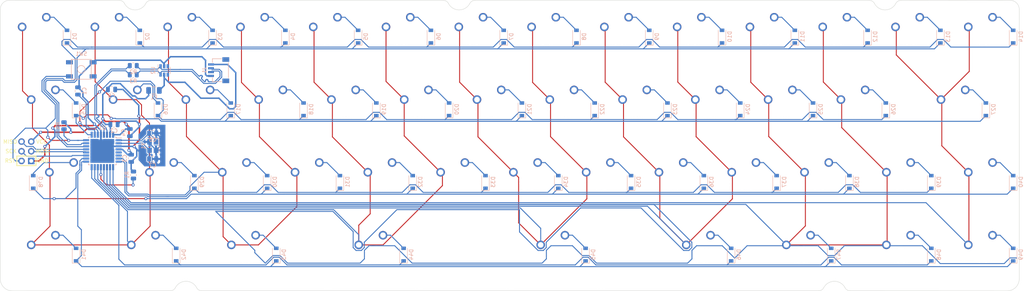
<source format=kicad_pcb>
(kicad_pcb (version 20171130) (host pcbnew 5.1.10)
  (layers (0 F.Cu signal) (31 B.Cu signal) (34 B.Paste user) (35 F.Paste user) (36 B.SilkS user) (37 F.SilkS user) (38 B.Mask user) (39 F.Mask user) (44 Edge.Cuts user))
  (net 0 "")
  (net 1 GND)
  (net 2 "Net-(C1-Pad1)")
  (net 3 +5V)
  (net 4 "Net-(C6-Pad1)")
  (net 5 "Net-(C7-Pad1)")
  (net 6 "Net-(D1-Pad2)")
  (net 7 "Net-(D2-Pad2)")
  (net 8 "Net-(D3-Pad2)")
  (net 9 "Net-(D4-Pad2)")
  (net 10 "Net-(D5-Pad2)")
  (net 11 "Net-(D6-Pad2)")
  (net 12 "Net-(D7-Pad2)")
  (net 13 "Net-(D8-Pad2)")
  (net 14 "Net-(D9-Pad2)")
  (net 15 "Net-(D10-Pad2)")
  (net 16 "Net-(D11-Pad2)")
  (net 17 "Net-(D12-Pad2)")
  (net 18 "Net-(D13-Pad2)")
  (net 19 "Net-(D14-Pad2)")
  (net 20 "Net-(D15-Pad2)")
  (net 21 ROW1)
  (net 22 "Net-(D16-Pad2)")
  (net 23 "Net-(D17-Pad2)")
  (net 24 "Net-(D18-Pad2)")
  (net 25 "Net-(D19-Pad2)")
  (net 26 "Net-(D20-Pad2)")
  (net 27 "Net-(D21-Pad2)")
  (net 28 "Net-(D22-Pad2)")
  (net 29 "Net-(D23-Pad2)")
  (net 30 "Net-(D24-Pad2)")
  (net 31 "Net-(D25-Pad2)")
  (net 32 "Net-(D26-Pad2)")
  (net 33 "Net-(D27-Pad2)")
  (net 34 "Net-(D28-Pad2)")
  (net 35 ROW2)
  (net 36 "Net-(D29-Pad2)")
  (net 37 "Net-(D30-Pad2)")
  (net 38 "Net-(D31-Pad2)")
  (net 39 "Net-(D32-Pad2)")
  (net 40 "Net-(D33-Pad2)")
  (net 41 "Net-(D34-Pad2)")
  (net 42 "Net-(D35-Pad2)")
  (net 43 "Net-(D36-Pad2)")
  (net 44 "Net-(D37-Pad2)")
  (net 45 "Net-(D38-Pad2)")
  (net 46 "Net-(D39-Pad2)")
  (net 47 "Net-(D40-Pad2)")
  (net 48 "Net-(D41-Pad2)")
  (net 49 ROW3)
  (net 50 "Net-(D42-Pad2)")
  (net 51 "Net-(D43-Pad2)")
  (net 52 "Net-(D44-Pad2)")
  (net 53 "Net-(D45-Pad2)")
  (net 54 "Net-(D46-Pad2)")
  (net 55 "Net-(D47-Pad2)")
  (net 56 "Net-(D48-Pad2)")
  (net 57 "Net-(D49-Pad2)")
  (net 58 VBUS)
  (net 59 D-)
  (net 60 D+)
  (net 61 MOSI)
  (net 62 SCK)
  (net 63 MISO)
  (net 64 COL1)
  (net 65 COL2)
  (net 66 COL3)
  (net 67 COL4)
  (net 68 COL5)
  (net 69 COL6)
  (net 70 COL7)
  (net 71 "Net-(R1-Pad2)")
  (net 72 "Net-(R2-Pad1)")
  (net 73 "Net-(R3-Pad1)")
  (net 74 "Net-(U2-Pad4)")
  (net 75 "Net-(U2-Pad3)")
  (net 76 ROW4)
  (net 77 ROW5)
  (net 78 ROW6)
  (net 79 ROW7)
  (net 80 ROW8)
  (net 81 "Net-(J2-Pad5)")
  (net 82 "Net-(U1-Pad6)")
  (net 83 "Net-(U1-Pad5)")
  (module MX_Only:MXOnly-1U-NoLED (layer F.Cu) (at 49.2125 76.2)
    (fp_text reference MX16)
    (fp_text value MX-NoLED)
    (pad 2 thru_hole circle (at 2.54 -5.08) (size 2.25 2.25) (drill 1.47) (layers *.Cu B.Mask) (net 22 "Net-(D16-Pad2)"))
    (pad "" np_thru_hole circle (at 0 0) (size 3.9878 3.9878) (drill 3.9878) (layers *.Cu *.Mask))
    (pad 1 thru_hole circle (at -3.81 -2.54) (size 2.25 2.25) (drill 1.47) (layers *.Cu B.Mask) (net 64 COL1))
    (pad "" np_thru_hole circle (at -5.08 0 48.0996) (size 1.75 1.75) (drill 1.75) (layers *.Cu *.Mask))
    (pad "" np_thru_hole circle (at 5.08 0 48.0996) (size 1.75 1.75) (drill 1.75) (layers *.Cu *.Mask))
  )
  (module MX_Only:MXOnly-1U-NoLED (layer F.Cu) (at 44.45 57.15)
    (fp_text reference MX2)
    (fp_text value MX-NoLED)
    (pad 2 thru_hole circle (at 2.54 -5.08) (size 2.25 2.25) (drill 1.47) (layers *.Cu B.Mask) (net 7 "Net-(D2-Pad2)"))
    (pad "" np_thru_hole circle (at 0 0) (size 3.9878 3.9878) (drill 3.9878) (layers *.Cu *.Mask))
    (pad 1 thru_hole circle (at -3.81 -2.54) (size 2.25 2.25) (drill 1.47) (layers *.Cu B.Mask) (net 64 COL1))
    (pad "" np_thru_hole circle (at -5.08 0 48.0996) (size 1.75 1.75) (drill 1.75) (layers *.Cu *.Mask))
    (pad "" np_thru_hole circle (at 5.08 0 48.0996) (size 1.75 1.75) (drill 1.75) (layers *.Cu *.Mask))
  )
  (module Capacitor_SMD:C_0805_2012Metric (layer B.Cu) (at 49.8 82.32 270)
    (fp_text reference C4 (at 0 1.68 90) (layer B.SilkS) (effects (justify mirror)))
    (fp_text value 0.1uF)
    (pad 2 smd roundrect (at 0.95 0 270) (size 1 1.45) (layers B.Cu B.Paste B.Mask) (net 1 GND))
    (pad 1 smd roundrect (at -0.95 0 270) (size 1 1.45) (layers B.Cu B.Paste B.Mask) (net 3 +5V))
  )
  (module Package_QFP:TQFP-32_7x7mm_P0.8mm (layer B.Cu) (at 42.6 87.12 180)
    (fp_text reference U1 (at 0 6.05) (layer B.SilkS) (effects (justify mirror)))
    (fp_text value ATmega32U2-AU)
    (pad 1 smd rect (at -4.25 2.8 180) (size 1.6 0.55) (layers B.Cu B.Paste B.Mask) (net 4 "Net-(C6-Pad1)"))
    (pad 2 smd rect (at -4.25 2 180) (size 1.6 0.55) (layers B.Cu B.Paste B.Mask) (net 5 "Net-(C7-Pad1)"))
    (pad 3 smd rect (at -4.25 1.2 180) (size 1.6 0.55) (layers B.Cu B.Paste B.Mask) (net 1 GND))
    (pad 4 smd rect (at -4.25 0.4 180) (size 1.6 0.55) (layers B.Cu B.Paste B.Mask) (net 3 +5V))
    (pad 5 smd rect (at -4.25 -0.4 180) (size 1.6 0.55) (layers B.Cu B.Paste B.Mask) (net 83 "Net-(U1-Pad5)"))
    (pad 6 smd rect (at -4.25 -1.2 180) (size 1.6 0.55) (layers B.Cu B.Paste B.Mask) (net 82 "Net-(U1-Pad6)"))
    (pad 7 smd rect (at -4.25 -2 180) (size 1.6 0.55) (layers B.Cu B.Paste B.Mask) (net 65 COL2))
    (pad 8 smd rect (at -4.25 -2.8 180) (size 1.6 0.55) (layers B.Cu B.Paste B.Mask) (net 78 ROW6))
    (pad 9 smd rect (at -2.8 -4.25 90) (size 1.6 0.55) (layers B.Cu B.Paste B.Mask) (net 70 COL7))
    (pad 10 smd rect (at -2 -4.25 90) (size 1.6 0.55) (layers B.Cu B.Paste B.Mask) (net 69 COL6))
    (pad 11 smd rect (at -1.2 -4.25 90) (size 1.6 0.55) (layers B.Cu B.Paste B.Mask) (net 68 COL5))
    (pad 12 smd rect (at -0.4 -4.25 90) (size 1.6 0.55) (layers B.Cu B.Paste B.Mask) (net 67 COL4))
    (pad 13 smd rect (at 0.4 -4.25 90) (size 1.6 0.55) (layers B.Cu B.Paste B.Mask) (net 71 "Net-(R1-Pad2)"))
    (pad 14 smd rect (at 1.2 -4.25 90) (size 1.6 0.55) (layers B.Cu B.Paste B.Mask) (net 66 COL3))
    (pad 15 smd rect (at 2 -4.25 90) (size 1.6 0.55) (layers B.Cu B.Paste B.Mask) (net 64 COL1))
    (pad 16 smd rect (at 2.8 -4.25 90) (size 1.6 0.55) (layers B.Cu B.Paste B.Mask) (net 80 ROW8))
    (pad 17 smd rect (at 4.25 -2.8 180) (size 1.6 0.55) (layers B.Cu B.Paste B.Mask) (net 79 ROW7))
    (pad 18 smd rect (at 4.25 -2 180) (size 1.6 0.55) (layers B.Cu B.Paste B.Mask) (net 77 ROW5))
    (pad 19 smd rect (at 4.25 -1.2 180) (size 1.6 0.55) (layers B.Cu B.Paste B.Mask) (net 62 SCK))
    (pad 20 smd rect (at 4.25 -0.4 180) (size 1.6 0.55) (layers B.Cu B.Paste B.Mask) (net 61 MOSI))
    (pad 21 smd rect (at 4.25 0.4 180) (size 1.6 0.55) (layers B.Cu B.Paste B.Mask) (net 63 MISO))
    (pad 22 smd rect (at 4.25 1.2 180) (size 1.6 0.55) (layers B.Cu B.Paste B.Mask) (net 35 ROW2))
    (pad 23 smd rect (at 4.25 2 180) (size 1.6 0.55) (layers B.Cu B.Paste B.Mask) (net 21 ROW1))
    (pad 24 smd rect (at 4.25 2.8 180) (size 1.6 0.55) (layers B.Cu B.Paste B.Mask) (net 81 "Net-(J2-Pad5)"))
    (pad 25 smd rect (at 2.8 4.25 90) (size 1.6 0.55) (layers B.Cu B.Paste B.Mask) (net 49 ROW3))
    (pad 26 smd rect (at 2 4.25 90) (size 1.6 0.55) (layers B.Cu B.Paste B.Mask) (net 76 ROW4))
    (pad 27 smd rect (at 1.2 4.25 90) (size 1.6 0.55) (layers B.Cu B.Paste B.Mask) (net 2 "Net-(C1-Pad1)"))
    (pad 28 smd rect (at 0.4 4.25 90) (size 1.6 0.55) (layers B.Cu B.Paste B.Mask) (net 1 GND))
    (pad 29 smd rect (at -0.4 4.25 90) (size 1.6 0.55) (layers B.Cu B.Paste B.Mask) (net 72 "Net-(R2-Pad1)"))
    (pad 30 smd rect (at -1.2 4.25 90) (size 1.6 0.55) (layers B.Cu B.Paste B.Mask) (net 73 "Net-(R3-Pad1)"))
    (pad 31 smd rect (at -2 4.25 90) (size 1.6 0.55) (layers B.Cu B.Paste B.Mask) (net 3 +5V))
    (pad 32 smd rect (at -2.8 4.25 90) (size 1.6 0.55) (layers B.Cu B.Paste B.Mask) (net 3 +5V))
  )
  (module Capacitor_SMD:C_0805_2012Metric (layer B.Cu) (at 45 71)
    (fp_text reference C5 (at 0 1.68) (layer B.SilkS) (effects (justify mirror)))
    (fp_text value 10uF)
    (pad 1 smd roundrect (at -0.95 0) (size 1 1.45) (layers B.Cu B.Paste B.Mask) (net 3 +5V))
    (pad 2 smd roundrect (at 0.95 0) (size 1 1.45) (layers B.Cu B.Paste B.Mask) (net 1 GND))
  )
  (module MX_Only:MXOnly-1U-NoLED (layer F.Cu) (at 58.7375 95.25)
    (fp_text reference MX29)
    (fp_text value MX-NoLED)
    (pad 2 thru_hole circle (at 2.54 -5.08) (size 2.25 2.25) (drill 1.47) (layers *.Cu B.Mask) (net 36 "Net-(D29-Pad2)"))
    (pad "" np_thru_hole circle (at 0 0) (size 3.9878 3.9878) (drill 3.9878) (layers *.Cu *.Mask))
    (pad 1 thru_hole circle (at -3.81 -2.54) (size 2.25 2.25) (drill 1.47) (layers *.Cu B.Mask) (net 64 COL1))
    (pad "" np_thru_hole circle (at -5.08 0 48.0996) (size 1.75 1.75) (drill 1.75) (layers *.Cu *.Mask))
    (pad "" np_thru_hole circle (at 5.08 0 48.0996) (size 1.75 1.75) (drill 1.75) (layers *.Cu *.Mask))
  )
  (module MX_Only:MXOnly-1U-NoLED (layer F.Cu) (at 63.5 57.15)
    (fp_text reference MX3)
    (fp_text value MX-NoLED)
    (pad 2 thru_hole circle (at 2.54 -5.08) (size 2.25 2.25) (drill 1.47) (layers *.Cu B.Mask) (net 8 "Net-(D3-Pad2)"))
    (pad "" np_thru_hole circle (at 0 0) (size 3.9878 3.9878) (drill 3.9878) (layers *.Cu *.Mask))
    (pad 1 thru_hole circle (at -3.81 -2.54) (size 2.25 2.25) (drill 1.47) (layers *.Cu B.Mask) (net 65 COL2))
    (pad "" np_thru_hole circle (at -5.08 0 48.0996) (size 1.75 1.75) (drill 1.75) (layers *.Cu *.Mask))
    (pad "" np_thru_hole circle (at 5.08 0 48.0996) (size 1.75 1.75) (drill 1.75) (layers *.Cu *.Mask))
  )
  (module Package_TO_SOT_SMD:SOT-23-6 (layer B.Cu) (at 58.774999 66.009811 270)
    (fp_text reference U2 (at 0 2.9 90) (layer B.SilkS) (effects (justify mirror)))
    (fp_text value SRV05-4)
    (pad 5 smd rect (at 1.1 0 270) (size 1.06 0.65) (layers B.Cu B.Paste B.Mask) (net 58 VBUS))
    (pad 6 smd rect (at 1.1 0.95 270) (size 1.06 0.65) (layers B.Cu B.Paste B.Mask) (net 59 D-))
    (pad 4 smd rect (at 1.1 -0.95 270) (size 1.06 0.65) (layers B.Cu B.Paste B.Mask) (net 74 "Net-(U2-Pad4)"))
    (pad 3 smd rect (at -1.1 -0.95 270) (size 1.06 0.65) (layers B.Cu B.Paste B.Mask) (net 75 "Net-(U2-Pad3)"))
    (pad 2 smd rect (at -1.1 0 270) (size 1.06 0.65) (layers B.Cu B.Paste B.Mask) (net 1 GND))
    (pad 1 smd rect (at -1.1 0.95 270) (size 1.06 0.65) (layers B.Cu B.Paste B.Mask) (net 60 D+))
  )
  (module Resistor_SMD:R_0805_2012Metric (layer B.Cu) (at 32.55 80.5125 270)
    (fp_text reference R4 (at 0 1.65 90) (layer B.SilkS) (effects (justify mirror)))
    (fp_text value 10k)
    (pad 2 smd roundrect (at 0.9125 0 270) (size 1.025 1.4) (layers B.Cu B.Paste B.Mask) (roundrect_rratio 0.2439004878048781) (net 81 "Net-(J2-Pad5)"))
    (pad 1 smd roundrect (at -0.9125 0 270) (size 1.025 1.4) (layers B.Cu B.Paste B.Mask) (roundrect_rratio 0.2439004878048781) (net 3 +5V))
  )
  (module MX_Only:MXOnly-2.75U-ReversedStabilizers-NoLED (layer F.Cu) (at 161.13125 114.3)
    (fp_text reference MX45)
    (fp_text value MX-NoLED)
    (pad 2 thru_hole circle (at 2.54 -5.08) (size 2.25 2.25) (drill 1.47) (layers *.Cu B.Mask) (net 53 "Net-(D45-Pad2)"))
    (pad "" np_thru_hole circle (at 0 0) (size 3.9878 3.9878) (drill 3.9878) (layers *.Cu *.Mask))
    (pad 1 thru_hole circle (at -3.81 -2.54) (size 2.25 2.25) (drill 1.47) (layers *.Cu B.Mask) (net 67 COL4))
    (pad "" np_thru_hole circle (at -5.08 0 48.0996) (size 1.75 1.75) (drill 1.75) (layers *.Cu *.Mask))
    (pad "" np_thru_hole circle (at 5.08 0 48.0996) (size 1.75 1.75) (drill 1.75) (layers *.Cu *.Mask))
    (pad "" np_thru_hole circle (at -11.90625 6.985) (size 3.048 3.048) (drill 3.048) (layers *.Cu *.Mask))
    (pad "" np_thru_hole circle (at 11.90625 6.985) (size 3.048 3.048) (drill 3.048) (layers *.Cu *.Mask))
    (pad "" np_thru_hole circle (at -11.90625 -8.255) (size 3.9878 3.9878) (drill 3.9878) (layers *.Cu *.Mask))
    (pad "" np_thru_hole circle (at 11.90625 -8.255) (size 3.9878 3.9878) (drill 3.9878) (layers *.Cu *.Mask))
  )
  (module random-keyboard-parts:JST-SR-4 (layer B.Cu) (at 75.8 65.95 270)
    (fp_text reference J1 (at 0 6.5 90) (layer B.SilkS) (effects (justify mirror)))
    (fp_text value "JST SH 4-pin")
    (pad 3 smd rect (at 0.5 4.775 270) (size 0.6 1.55) (layers B.Cu B.Paste B.Mask) (net 60 D+))
    (pad 4 smd rect (at 1.5 4.775 270) (size 0.6 1.55) (layers B.Cu B.Paste B.Mask) (net 1 GND))
    (pad 2 smd rect (at -0.5 4.775 270) (size 0.6 1.55) (layers B.Cu B.Paste B.Mask) (net 59 D-))
    (pad 1 smd rect (at -1.5 4.775 270) (size 0.6 1.55) (layers B.Cu B.Paste B.Mask) (net 58 VBUS))
    (pad "" smd rect (at -2.8 0.9 270) (size 1.2 1.8) (layers B.Cu B.Paste B.Mask))
    (pad "" smd rect (at 2.8 0.9 270) (size 1.2 1.8) (layers B.Cu B.Paste B.Mask))
  )
  (module MX_Only:MXOnly-1U-NoLED (layer F.Cu) (at 173.0375 95.25)
    (fp_text reference MX35)
    (fp_text value MX-NoLED)
    (pad 2 thru_hole circle (at 2.54 -5.08) (size 2.25 2.25) (drill 1.47) (layers *.Cu B.Mask) (net 42 "Net-(D35-Pad2)"))
    (pad "" np_thru_hole circle (at 0 0) (size 3.9878 3.9878) (drill 3.9878) (layers *.Cu *.Mask))
    (pad 1 thru_hole circle (at -3.81 -2.54) (size 2.25 2.25) (drill 1.47) (layers *.Cu B.Mask) (net 67 COL4))
    (pad "" np_thru_hole circle (at -5.08 0 48.0996) (size 1.75 1.75) (drill 1.75) (layers *.Cu *.Mask))
    (pad "" np_thru_hole circle (at 5.08 0 48.0996) (size 1.75 1.75) (drill 1.75) (layers *.Cu *.Mask))
  )
  (module MX_Only:MXOnly-2.25U-ReversedStabilizers-NoLED (layer F.Cu) (at 113.50625 114.3)
    (fp_text reference MX44)
    (fp_text value MX-NoLED)
    (pad 2 thru_hole circle (at 2.54 -5.08) (size 2.25 2.25) (drill 1.47) (layers *.Cu B.Mask) (net 52 "Net-(D44-Pad2)"))
    (pad "" np_thru_hole circle (at 0 0) (size 3.9878 3.9878) (drill 3.9878) (layers *.Cu *.Mask))
    (pad 1 thru_hole circle (at -3.81 -2.54) (size 2.25 2.25) (drill 1.47) (layers *.Cu B.Mask) (net 66 COL3))
    (pad "" np_thru_hole circle (at -5.08 0 48.0996) (size 1.75 1.75) (drill 1.75) (layers *.Cu *.Mask))
    (pad "" np_thru_hole circle (at 5.08 0 48.0996) (size 1.75 1.75) (drill 1.75) (layers *.Cu *.Mask))
    (pad "" np_thru_hole circle (at -11.90625 6.985) (size 3.048 3.048) (drill 3.048) (layers *.Cu *.Mask))
    (pad "" np_thru_hole circle (at 11.90625 6.985) (size 3.048 3.048) (drill 3.048) (layers *.Cu *.Mask))
    (pad "" np_thru_hole circle (at -11.90625 -8.255) (size 3.9878 3.9878) (drill 3.9878) (layers *.Cu *.Mask))
    (pad "" np_thru_hole circle (at 11.90625 -8.255) (size 3.9878 3.9878) (drill 3.9878) (layers *.Cu *.Mask))
  )
  (module MX_Only:MXOnly-1U-NoLED (layer F.Cu) (at 115.8875 95.25)
    (fp_text reference MX32)
    (fp_text value MX-NoLED)
    (pad 2 thru_hole circle (at 2.54 -5.08) (size 2.25 2.25) (drill 1.47) (layers *.Cu B.Mask) (net 39 "Net-(D32-Pad2)"))
    (pad "" np_thru_hole circle (at 0 0) (size 3.9878 3.9878) (drill 3.9878) (layers *.Cu *.Mask))
    (pad 1 thru_hole circle (at -3.81 -2.54) (size 2.25 2.25) (drill 1.47) (layers *.Cu B.Mask) (net 66 COL3))
    (pad "" np_thru_hole circle (at -5.08 0 48.0996) (size 1.75 1.75) (drill 1.75) (layers *.Cu *.Mask))
    (pad "" np_thru_hole circle (at 5.08 0 48.0996) (size 1.75 1.75) (drill 1.75) (layers *.Cu *.Mask))
  )
  (module MX_Only:MXOnly-1.25U-NoLED (layer F.Cu) (at 27.78125 114.3)
    (fp_text reference MX41)
    (fp_text value MX-NoLED)
    (pad 2 thru_hole circle (at 2.54 -5.08) (size 2.25 2.25) (drill 1.47) (layers *.Cu B.Mask) (net 48 "Net-(D41-Pad2)"))
    (pad "" np_thru_hole circle (at 0 0) (size 3.9878 3.9878) (drill 3.9878) (layers *.Cu *.Mask))
    (pad 1 thru_hole circle (at -3.81 -2.54) (size 2.25 2.25) (drill 1.47) (layers *.Cu B.Mask) (net 64 COL1))
    (pad "" np_thru_hole circle (at -5.08 0 48.0996) (size 1.75 1.75) (drill 1.75) (layers *.Cu *.Mask))
    (pad "" np_thru_hole circle (at 5.08 0 48.0996) (size 1.75 1.75) (drill 1.75) (layers *.Cu *.Mask))
  )
  (module MX_Only:MXOnly-1U-NoLED (layer F.Cu) (at 273.05 114.3)
    (fp_text reference MX49)
    (fp_text value MX-NoLED)
    (pad 2 thru_hole circle (at 2.54 -5.08) (size 2.25 2.25) (drill 1.47) (layers *.Cu B.Mask) (net 57 "Net-(D49-Pad2)"))
    (pad "" np_thru_hole circle (at 0 0) (size 3.9878 3.9878) (drill 3.9878) (layers *.Cu *.Mask))
    (pad 1 thru_hole circle (at -3.81 -2.54) (size 2.25 2.25) (drill 1.47) (layers *.Cu B.Mask) (net 70 COL7))
    (pad "" np_thru_hole circle (at -5.08 0 48.0996) (size 1.75 1.75) (drill 1.75) (layers *.Cu *.Mask))
    (pad "" np_thru_hole circle (at 5.08 0 48.0996) (size 1.75 1.75) (drill 1.75) (layers *.Cu *.Mask))
  )
  (module MX_Only:MXOnly-1U-NoLED (layer F.Cu) (at 144.4625 76.2)
    (fp_text reference MX21)
    (fp_text value MX-NoLED)
    (pad 2 thru_hole circle (at 2.54 -5.08) (size 2.25 2.25) (drill 1.47) (layers *.Cu B.Mask) (net 27 "Net-(D21-Pad2)"))
    (pad "" np_thru_hole circle (at 0 0) (size 3.9878 3.9878) (drill 3.9878) (layers *.Cu *.Mask))
    (pad 1 thru_hole circle (at -3.81 -2.54) (size 2.25 2.25) (drill 1.47) (layers *.Cu B.Mask) (net 67 COL4))
    (pad "" np_thru_hole circle (at -5.08 0 48.0996) (size 1.75 1.75) (drill 1.75) (layers *.Cu *.Mask))
    (pad "" np_thru_hole circle (at 5.08 0 48.0996) (size 1.75 1.75) (drill 1.75) (layers *.Cu *.Mask))
  )
  (module MX_Only:MXOnly-1U-NoLED (layer F.Cu) (at 273.05 57.15)
    (fp_text reference MX14)
    (fp_text value MX-NoLED)
    (pad 2 thru_hole circle (at 2.54 -5.08) (size 2.25 2.25) (drill 1.47) (layers *.Cu B.Mask) (net 19 "Net-(D14-Pad2)"))
    (pad "" np_thru_hole circle (at 0 0) (size 3.9878 3.9878) (drill 3.9878) (layers *.Cu *.Mask))
    (pad 1 thru_hole circle (at -3.81 -2.54) (size 2.25 2.25) (drill 1.47) (layers *.Cu B.Mask) (net 70 COL7))
    (pad "" np_thru_hole circle (at -5.08 0 48.0996) (size 1.75 1.75) (drill 1.75) (layers *.Cu *.Mask))
    (pad "" np_thru_hole circle (at 5.08 0 48.0996) (size 1.75 1.75) (drill 1.75) (layers *.Cu *.Mask))
  )
  (module MX_Only:MXOnly-1U-NoLED (layer F.Cu) (at 77.7875 95.25)
    (fp_text reference MX30)
    (fp_text value MX-NoLED)
    (pad 2 thru_hole circle (at 2.54 -5.08) (size 2.25 2.25) (drill 1.47) (layers *.Cu B.Mask) (net 37 "Net-(D30-Pad2)"))
    (pad "" np_thru_hole circle (at 0 0) (size 3.9878 3.9878) (drill 3.9878) (layers *.Cu *.Mask))
    (pad 1 thru_hole circle (at -3.81 -2.54) (size 2.25 2.25) (drill 1.47) (layers *.Cu B.Mask) (net 65 COL2))
    (pad "" np_thru_hole circle (at -5.08 0 48.0996) (size 1.75 1.75) (drill 1.75) (layers *.Cu *.Mask))
    (pad "" np_thru_hole circle (at 5.08 0 48.0996) (size 1.75 1.75) (drill 1.75) (layers *.Cu *.Mask))
  )
  (module MX_Only:MXOnly-1.5U-NoLED (layer F.Cu) (at 53.975 114.3)
    (fp_text reference MX42)
    (fp_text value MX-NoLED)
    (pad 2 thru_hole circle (at 2.54 -5.08) (size 2.25 2.25) (drill 1.47) (layers *.Cu B.Mask) (net 50 "Net-(D42-Pad2)"))
    (pad "" np_thru_hole circle (at 0 0) (size 3.9878 3.9878) (drill 3.9878) (layers *.Cu *.Mask))
    (pad 1 thru_hole circle (at -3.81 -2.54) (size 2.25 2.25) (drill 1.47) (layers *.Cu B.Mask) (net 64 COL1))
    (pad "" np_thru_hole circle (at -5.08 0 48.0996) (size 1.75 1.75) (drill 1.75) (layers *.Cu *.Mask))
    (pad "" np_thru_hole circle (at 5.08 0 48.0996) (size 1.75 1.75) (drill 1.75) (layers *.Cu *.Mask))
  )
  (module Crystal:Crystal_SMD_3225-4Pin_3.2x2.5mm (layer B.Cu) (at 55.785 85.855 270)
    (fp_text reference Y1 (at 0 2.45 90) (layer B.SilkS) (effects (justify mirror)))
    (fp_text value 16MHz)
    (pad 1 smd rect (at -1.1 -0.85 270) (size 1.4 1.2) (layers B.Cu B.Paste B.Mask) (net 4 "Net-(C6-Pad1)"))
    (pad 2 smd rect (at 1.1 -0.85 270) (size 1.4 1.2) (layers B.Cu B.Paste B.Mask) (net 1 GND))
    (pad 3 smd rect (at 1.1 0.85 270) (size 1.4 1.2) (layers B.Cu B.Paste B.Mask) (net 5 "Net-(C7-Pad1)"))
    (pad 4 smd rect (at -1.1 0.85 270) (size 1.4 1.2) (layers B.Cu B.Paste B.Mask) (net 1 GND))
  )
  (module random-keyboard-parts:SKQG-1155865 (layer B.Cu) (at 37.075 65.725)
    (fp_text reference SW1 (at 0 -4.064) (layer B.SilkS) (effects (justify mirror)))
    (fp_text value SW_Push)
    (pad 4 smd rect (at -3.1 -1.85) (size 1.8 1.1) (layers B.Cu B.Paste B.Mask))
    (pad 3 smd rect (at 3.1 1.85) (size 1.8 1.1) (layers B.Cu B.Paste B.Mask))
    (pad 2 smd rect (at -3.1 1.85) (size 1.8 1.1) (layers B.Cu B.Paste B.Mask) (net 81 "Net-(J2-Pad5)"))
    (pad 1 smd rect (at 3.1 -1.85) (size 1.8 1.1) (layers B.Cu B.Paste B.Mask) (net 1 GND))
  )
  (module Resistor_SMD:R_0805_2012Metric (layer B.Cu) (at 50.68125 67.14375)
    (fp_text reference R3 (at 0 1.65) (layer B.SilkS) (effects (justify mirror)))
    (fp_text value 22)
    (pad 2 smd roundrect (at 0.9125 0) (size 1.025 1.4) (layers B.Cu B.Paste B.Mask) (roundrect_rratio 0.2439004878048781) (net 59 D-))
    (pad 1 smd roundrect (at -0.9125 0) (size 1.025 1.4) (layers B.Cu B.Paste B.Mask) (roundrect_rratio 0.244) (net 73 "Net-(R3-Pad1)"))
  )
  (module Resistor_SMD:R_0805_2012Metric (layer B.Cu) (at 50.68125 64.7625)
    (fp_text reference R2 (at 0 1.65) (layer B.SilkS) (effects (justify mirror)))
    (fp_text value 22)
    (pad 1 smd roundrect (at -0.9125 0) (size 1.025 1.4) (layers B.Cu B.Paste B.Mask) (roundrect_rratio 0.244) (net 72 "Net-(R2-Pad1)"))
    (pad 2 smd roundrect (at 0.9125 0) (size 1.025 1.4) (layers B.Cu B.Paste B.Mask) (roundrect_rratio 0.2439004878048781) (net 60 D+))
  )
  (module Resistor_SMD:R_0805_2012Metric (layer B.Cu) (at 50.73 93.44 270)
    (fp_text reference R1 (at 0 1.65 90) (layer B.SilkS) (effects (justify mirror)))
    (fp_text value 10k)
    (pad 2 smd roundrect (at 0.9125 0 270) (size 1.025 1.4) (layers B.Cu B.Paste B.Mask) (roundrect_rratio 0.2439004878048781) (net 71 "Net-(R1-Pad2)"))
    (pad 1 smd roundrect (at -0.9125 0 270) (size 1.025 1.4) (layers B.Cu B.Paste B.Mask) (roundrect_rratio 0.2439004878048781) (net 1 GND))
  )
  (module MX_Only:MXOnly-1.25U-NoLED (layer F.Cu) (at 251.61875 114.3)
    (fp_text reference MX48)
    (fp_text value MX-NoLED)
    (pad 2 thru_hole circle (at 2.54 -5.08) (size 2.25 2.25) (drill 1.47) (layers *.Cu B.Mask) (net 56 "Net-(D48-Pad2)"))
    (pad "" np_thru_hole circle (at 0 0) (size 3.9878 3.9878) (drill 3.9878) (layers *.Cu *.Mask))
    (pad 1 thru_hole circle (at -3.81 -2.54) (size 2.25 2.25) (drill 1.47) (layers *.Cu B.Mask) (net 69 COL6))
    (pad "" np_thru_hole circle (at -5.08 0 48.0996) (size 1.75 1.75) (drill 1.75) (layers *.Cu *.Mask))
    (pad "" np_thru_hole circle (at 5.08 0 48.0996) (size 1.75 1.75) (drill 1.75) (layers *.Cu *.Mask))
  )
  (module MX_Only:MXOnly-1.5U-NoLED (layer F.Cu) (at 225.425 114.3)
    (fp_text reference MX47)
    (fp_text value MX-NoLED)
    (pad 2 thru_hole circle (at 2.54 -5.08) (size 2.25 2.25) (drill 1.47) (layers *.Cu B.Mask) (net 55 "Net-(D47-Pad2)"))
    (pad "" np_thru_hole circle (at 0 0) (size 3.9878 3.9878) (drill 3.9878) (layers *.Cu *.Mask))
    (pad 1 thru_hole circle (at -3.81 -2.54) (size 2.25 2.25) (drill 1.47) (layers *.Cu B.Mask) (net 69 COL6))
    (pad "" np_thru_hole circle (at -5.08 0 48.0996) (size 1.75 1.75) (drill 1.75) (layers *.Cu *.Mask))
    (pad "" np_thru_hole circle (at 5.08 0 48.0996) (size 1.75 1.75) (drill 1.75) (layers *.Cu *.Mask))
  )
  (module MX_Only:MXOnly-1.25U-NoLED (layer F.Cu) (at 199.23125 114.3)
    (fp_text reference MX46)
    (fp_text value MX-NoLED)
    (pad 2 thru_hole circle (at 2.54 -5.08) (size 2.25 2.25) (drill 1.47) (layers *.Cu B.Mask) (net 54 "Net-(D46-Pad2)"))
    (pad "" np_thru_hole circle (at 0 0) (size 3.9878 3.9878) (drill 3.9878) (layers *.Cu *.Mask))
    (pad 1 thru_hole circle (at -3.81 -2.54) (size 2.25 2.25) (drill 1.47) (layers *.Cu B.Mask) (net 68 COL5))
    (pad "" np_thru_hole circle (at -5.08 0 48.0996) (size 1.75 1.75) (drill 1.75) (layers *.Cu *.Mask))
    (pad "" np_thru_hole circle (at 5.08 0 48.0996) (size 1.75 1.75) (drill 1.75) (layers *.Cu *.Mask))
  )
  (module MX_Only:MXOnly-1.25U-NoLED (layer F.Cu) (at 80.16875 114.3)
    (fp_text reference MX43)
    (fp_text value MX-NoLED)
    (pad 2 thru_hole circle (at 2.54 -5.08) (size 2.25 2.25) (drill 1.47) (layers *.Cu B.Mask) (net 51 "Net-(D43-Pad2)"))
    (pad "" np_thru_hole circle (at 0 0) (size 3.9878 3.9878) (drill 3.9878) (layers *.Cu *.Mask))
    (pad 1 thru_hole circle (at -3.81 -2.54) (size 2.25 2.25) (drill 1.47) (layers *.Cu B.Mask) (net 65 COL2))
    (pad "" np_thru_hole circle (at -5.08 0 48.0996) (size 1.75 1.75) (drill 1.75) (layers *.Cu *.Mask))
    (pad "" np_thru_hole circle (at 5.08 0 48.0996) (size 1.75 1.75) (drill 1.75) (layers *.Cu *.Mask))
  )
  (module MX_Only:MXOnly-1U-NoLED (layer F.Cu) (at 273.05 95.25)
    (fp_text reference MX40)
    (fp_text value MX-NoLED)
    (pad 2 thru_hole circle (at 2.54 -5.08) (size 2.25 2.25) (drill 1.47) (layers *.Cu B.Mask) (net 47 "Net-(D40-Pad2)"))
    (pad "" np_thru_hole circle (at 0 0) (size 3.9878 3.9878) (drill 3.9878) (layers *.Cu *.Mask))
    (pad 1 thru_hole circle (at -3.81 -2.54) (size 2.25 2.25) (drill 1.47) (layers *.Cu B.Mask) (net 70 COL7))
    (pad "" np_thru_hole circle (at -5.08 0 48.0996) (size 1.75 1.75) (drill 1.75) (layers *.Cu *.Mask))
    (pad "" np_thru_hole circle (at 5.08 0 48.0996) (size 1.75 1.75) (drill 1.75) (layers *.Cu *.Mask))
  )
  (module MX_Only:MXOnly-1.25U-NoLED (layer F.Cu) (at 251.61875 95.25)
    (fp_text reference MX39)
    (fp_text value MX-NoLED)
    (pad 2 thru_hole circle (at 2.54 -5.08) (size 2.25 2.25) (drill 1.47) (layers *.Cu B.Mask) (net 46 "Net-(D39-Pad2)"))
    (pad "" np_thru_hole circle (at 0 0) (size 3.9878 3.9878) (drill 3.9878) (layers *.Cu *.Mask))
    (pad 1 thru_hole circle (at -3.81 -2.54) (size 2.25 2.25) (drill 1.47) (layers *.Cu B.Mask) (net 69 COL6))
    (pad "" np_thru_hole circle (at -5.08 0 48.0996) (size 1.75 1.75) (drill 1.75) (layers *.Cu *.Mask))
    (pad "" np_thru_hole circle (at 5.08 0 48.0996) (size 1.75 1.75) (drill 1.75) (layers *.Cu *.Mask))
  )
  (module MX_Only:MXOnly-1U-NoLED (layer F.Cu) (at 230.1875 95.25)
    (fp_text reference MX38)
    (fp_text value MX-NoLED)
    (pad 2 thru_hole circle (at 2.54 -5.08) (size 2.25 2.25) (drill 1.47) (layers *.Cu B.Mask) (net 45 "Net-(D38-Pad2)"))
    (pad "" np_thru_hole circle (at 0 0) (size 3.9878 3.9878) (drill 3.9878) (layers *.Cu *.Mask))
    (pad 1 thru_hole circle (at -3.81 -2.54) (size 2.25 2.25) (drill 1.47) (layers *.Cu B.Mask) (net 69 COL6))
    (pad "" np_thru_hole circle (at -5.08 0 48.0996) (size 1.75 1.75) (drill 1.75) (layers *.Cu *.Mask))
    (pad "" np_thru_hole circle (at 5.08 0 48.0996) (size 1.75 1.75) (drill 1.75) (layers *.Cu *.Mask))
  )
  (module MX_Only:MXOnly-1U-NoLED (layer F.Cu) (at 211.1375 95.25)
    (fp_text reference MX37)
    (fp_text value MX-NoLED)
    (pad 2 thru_hole circle (at 2.54 -5.08) (size 2.25 2.25) (drill 1.47) (layers *.Cu B.Mask) (net 44 "Net-(D37-Pad2)"))
    (pad "" np_thru_hole circle (at 0 0) (size 3.9878 3.9878) (drill 3.9878) (layers *.Cu *.Mask))
    (pad 1 thru_hole circle (at -3.81 -2.54) (size 2.25 2.25) (drill 1.47) (layers *.Cu B.Mask) (net 68 COL5))
    (pad "" np_thru_hole circle (at -5.08 0 48.0996) (size 1.75 1.75) (drill 1.75) (layers *.Cu *.Mask))
    (pad "" np_thru_hole circle (at 5.08 0 48.0996) (size 1.75 1.75) (drill 1.75) (layers *.Cu *.Mask))
  )
  (module MX_Only:MXOnly-1U-NoLED (layer F.Cu) (at 192.0875 95.25)
    (fp_text reference MX36)
    (fp_text value MX-NoLED)
    (pad 2 thru_hole circle (at 2.54 -5.08) (size 2.25 2.25) (drill 1.47) (layers *.Cu B.Mask) (net 43 "Net-(D36-Pad2)"))
    (pad "" np_thru_hole circle (at 0 0) (size 3.9878 3.9878) (drill 3.9878) (layers *.Cu *.Mask))
    (pad 1 thru_hole circle (at -3.81 -2.54) (size 2.25 2.25) (drill 1.47) (layers *.Cu B.Mask) (net 68 COL5))
    (pad "" np_thru_hole circle (at -5.08 0 48.0996) (size 1.75 1.75) (drill 1.75) (layers *.Cu *.Mask))
    (pad "" np_thru_hole circle (at 5.08 0 48.0996) (size 1.75 1.75) (drill 1.75) (layers *.Cu *.Mask))
  )
  (module MX_Only:MXOnly-1U-NoLED (layer F.Cu) (at 153.9875 95.25)
    (fp_text reference MX34)
    (fp_text value MX-NoLED)
    (pad 2 thru_hole circle (at 2.54 -5.08) (size 2.25 2.25) (drill 1.47) (layers *.Cu B.Mask) (net 41 "Net-(D34-Pad2)"))
    (pad "" np_thru_hole circle (at 0 0) (size 3.9878 3.9878) (drill 3.9878) (layers *.Cu *.Mask))
    (pad 1 thru_hole circle (at -3.81 -2.54) (size 2.25 2.25) (drill 1.47) (layers *.Cu B.Mask) (net 67 COL4))
    (pad "" np_thru_hole circle (at -5.08 0 48.0996) (size 1.75 1.75) (drill 1.75) (layers *.Cu *.Mask))
    (pad "" np_thru_hole circle (at 5.08 0 48.0996) (size 1.75 1.75) (drill 1.75) (layers *.Cu *.Mask))
  )
  (module MX_Only:MXOnly-1U-NoLED (layer F.Cu) (at 134.9375 95.25)
    (fp_text reference MX33)
    (fp_text value MX-NoLED)
    (pad 2 thru_hole circle (at 2.54 -5.08) (size 2.25 2.25) (drill 1.47) (layers *.Cu B.Mask) (net 40 "Net-(D33-Pad2)"))
    (pad "" np_thru_hole circle (at 0 0) (size 3.9878 3.9878) (drill 3.9878) (layers *.Cu *.Mask))
    (pad 1 thru_hole circle (at -3.81 -2.54) (size 2.25 2.25) (drill 1.47) (layers *.Cu B.Mask) (net 66 COL3))
    (pad "" np_thru_hole circle (at -5.08 0 48.0996) (size 1.75 1.75) (drill 1.75) (layers *.Cu *.Mask))
    (pad "" np_thru_hole circle (at 5.08 0 48.0996) (size 1.75 1.75) (drill 1.75) (layers *.Cu *.Mask))
  )
  (module MX_Only:MXOnly-1U-NoLED (layer F.Cu) (at 96.8375 95.25)
    (fp_text reference MX31)
    (fp_text value MX-NoLED)
    (pad 2 thru_hole circle (at 2.54 -5.08) (size 2.25 2.25) (drill 1.47) (layers *.Cu B.Mask) (net 38 "Net-(D31-Pad2)"))
    (pad "" np_thru_hole circle (at 0 0) (size 3.9878 3.9878) (drill 3.9878) (layers *.Cu *.Mask))
    (pad 1 thru_hole circle (at -3.81 -2.54) (size 2.25 2.25) (drill 1.47) (layers *.Cu B.Mask) (net 65 COL2))
    (pad "" np_thru_hole circle (at -5.08 0 48.0996) (size 1.75 1.75) (drill 1.75) (layers *.Cu *.Mask))
    (pad "" np_thru_hole circle (at 5.08 0 48.0996) (size 1.75 1.75) (drill 1.75) (layers *.Cu *.Mask))
  )
  (module MX_Only:MXOnly-1.75U-NoLED (layer F.Cu) (at 32.54375 95.25)
    (fp_text reference MX28)
    (fp_text value MX-NoLED)
    (pad 2 thru_hole circle (at 2.54 -5.08) (size 2.25 2.25) (drill 1.47) (layers *.Cu B.Mask) (net 34 "Net-(D28-Pad2)"))
    (pad "" np_thru_hole circle (at 0 0) (size 3.9878 3.9878) (drill 3.9878) (layers *.Cu *.Mask))
    (pad 1 thru_hole circle (at -3.81 -2.54) (size 2.25 2.25) (drill 1.47) (layers *.Cu B.Mask) (net 64 COL1))
    (pad "" np_thru_hole circle (at -5.08 0 48.0996) (size 1.75 1.75) (drill 1.75) (layers *.Cu *.Mask))
    (pad "" np_thru_hole circle (at 5.08 0 48.0996) (size 1.75 1.75) (drill 1.75) (layers *.Cu *.Mask))
  )
  (module MX_Only:MXOnly-1.75U-NoLED (layer F.Cu) (at 265.90625 76.2)
    (fp_text reference MX27)
    (fp_text value MX-NoLED)
    (pad 2 thru_hole circle (at 2.54 -5.08) (size 2.25 2.25) (drill 1.47) (layers *.Cu B.Mask) (net 33 "Net-(D27-Pad2)"))
    (pad "" np_thru_hole circle (at 0 0) (size 3.9878 3.9878) (drill 3.9878) (layers *.Cu *.Mask))
    (pad 1 thru_hole circle (at -3.81 -2.54) (size 2.25 2.25) (drill 1.47) (layers *.Cu B.Mask) (net 70 COL7))
    (pad "" np_thru_hole circle (at -5.08 0 48.0996) (size 1.75 1.75) (drill 1.75) (layers *.Cu *.Mask))
    (pad "" np_thru_hole circle (at 5.08 0 48.0996) (size 1.75 1.75) (drill 1.75) (layers *.Cu *.Mask))
  )
  (module MX_Only:MXOnly-1U-NoLED (layer F.Cu) (at 239.7125 76.2)
    (fp_text reference MX26)
    (fp_text value MX-NoLED)
    (pad 2 thru_hole circle (at 2.54 -5.08) (size 2.25 2.25) (drill 1.47) (layers *.Cu B.Mask) (net 32 "Net-(D26-Pad2)"))
    (pad "" np_thru_hole circle (at 0 0) (size 3.9878 3.9878) (drill 3.9878) (layers *.Cu *.Mask))
    (pad 1 thru_hole circle (at -3.81 -2.54) (size 2.25 2.25) (drill 1.47) (layers *.Cu B.Mask) (net 69 COL6))
    (pad "" np_thru_hole circle (at -5.08 0 48.0996) (size 1.75 1.75) (drill 1.75) (layers *.Cu *.Mask))
    (pad "" np_thru_hole circle (at 5.08 0 48.0996) (size 1.75 1.75) (drill 1.75) (layers *.Cu *.Mask))
  )
  (module MX_Only:MXOnly-1U-NoLED (layer F.Cu) (at 220.6625 76.2)
    (fp_text reference MX25)
    (fp_text value MX-NoLED)
    (pad 2 thru_hole circle (at 2.54 -5.08) (size 2.25 2.25) (drill 1.47) (layers *.Cu B.Mask) (net 31 "Net-(D25-Pad2)"))
    (pad "" np_thru_hole circle (at 0 0) (size 3.9878 3.9878) (drill 3.9878) (layers *.Cu *.Mask))
    (pad 1 thru_hole circle (at -3.81 -2.54) (size 2.25 2.25) (drill 1.47) (layers *.Cu B.Mask) (net 69 COL6))
    (pad "" np_thru_hole circle (at -5.08 0 48.0996) (size 1.75 1.75) (drill 1.75) (layers *.Cu *.Mask))
    (pad "" np_thru_hole circle (at 5.08 0 48.0996) (size 1.75 1.75) (drill 1.75) (layers *.Cu *.Mask))
  )
  (module MX_Only:MXOnly-1U-NoLED (layer F.Cu) (at 201.6125 76.2)
    (fp_text reference MX24)
    (fp_text value MX-NoLED)
    (pad 2 thru_hole circle (at 2.54 -5.08) (size 2.25 2.25) (drill 1.47) (layers *.Cu B.Mask) (net 30 "Net-(D24-Pad2)"))
    (pad "" np_thru_hole circle (at 0 0) (size 3.9878 3.9878) (drill 3.9878) (layers *.Cu *.Mask))
    (pad 1 thru_hole circle (at -3.81 -2.54) (size 2.25 2.25) (drill 1.47) (layers *.Cu B.Mask) (net 68 COL5))
    (pad "" np_thru_hole circle (at -5.08 0 48.0996) (size 1.75 1.75) (drill 1.75) (layers *.Cu *.Mask))
    (pad "" np_thru_hole circle (at 5.08 0 48.0996) (size 1.75 1.75) (drill 1.75) (layers *.Cu *.Mask))
  )
  (module MX_Only:MXOnly-1U-NoLED (layer F.Cu) (at 182.5625 76.2)
    (fp_text reference MX23)
    (fp_text value MX-NoLED)
    (pad 2 thru_hole circle (at 2.54 -5.08) (size 2.25 2.25) (drill 1.47) (layers *.Cu B.Mask) (net 29 "Net-(D23-Pad2)"))
    (pad "" np_thru_hole circle (at 0 0) (size 3.9878 3.9878) (drill 3.9878) (layers *.Cu *.Mask))
    (pad 1 thru_hole circle (at -3.81 -2.54) (size 2.25 2.25) (drill 1.47) (layers *.Cu B.Mask) (net 68 COL5))
    (pad "" np_thru_hole circle (at -5.08 0 48.0996) (size 1.75 1.75) (drill 1.75) (layers *.Cu *.Mask))
    (pad "" np_thru_hole circle (at 5.08 0 48.0996) (size 1.75 1.75) (drill 1.75) (layers *.Cu *.Mask))
  )
  (module MX_Only:MXOnly-1U-NoLED (layer F.Cu) (at 163.5125 76.2)
    (fp_text reference MX22)
    (fp_text value MX-NoLED)
    (pad 2 thru_hole circle (at 2.54 -5.08) (size 2.25 2.25) (drill 1.47) (layers *.Cu B.Mask) (net 28 "Net-(D22-Pad2)"))
    (pad "" np_thru_hole circle (at 0 0) (size 3.9878 3.9878) (drill 3.9878) (layers *.Cu *.Mask))
    (pad 1 thru_hole circle (at -3.81 -2.54) (size 2.25 2.25) (drill 1.47) (layers *.Cu B.Mask) (net 67 COL4))
    (pad "" np_thru_hole circle (at -5.08 0 48.0996) (size 1.75 1.75) (drill 1.75) (layers *.Cu *.Mask))
    (pad "" np_thru_hole circle (at 5.08 0 48.0996) (size 1.75 1.75) (drill 1.75) (layers *.Cu *.Mask))
  )
  (module MX_Only:MXOnly-1U-NoLED (layer F.Cu) (at 125.4125 76.2)
    (fp_text reference MX20)
    (fp_text value MX-NoLED)
    (pad 2 thru_hole circle (at 2.54 -5.08) (size 2.25 2.25) (drill 1.47) (layers *.Cu B.Mask) (net 26 "Net-(D20-Pad2)"))
    (pad "" np_thru_hole circle (at 0 0) (size 3.9878 3.9878) (drill 3.9878) (layers *.Cu *.Mask))
    (pad 1 thru_hole circle (at -3.81 -2.54) (size 2.25 2.25) (drill 1.47) (layers *.Cu B.Mask) (net 66 COL3))
    (pad "" np_thru_hole circle (at -5.08 0 48.0996) (size 1.75 1.75) (drill 1.75) (layers *.Cu *.Mask))
    (pad "" np_thru_hole circle (at 5.08 0 48.0996) (size 1.75 1.75) (drill 1.75) (layers *.Cu *.Mask))
  )
  (module MX_Only:MXOnly-1U-NoLED (layer F.Cu) (at 106.3625 76.2)
    (fp_text reference MX19)
    (fp_text value MX-NoLED)
    (pad 2 thru_hole circle (at 2.54 -5.08) (size 2.25 2.25) (drill 1.47) (layers *.Cu B.Mask) (net 25 "Net-(D19-Pad2)"))
    (pad "" np_thru_hole circle (at 0 0) (size 3.9878 3.9878) (drill 3.9878) (layers *.Cu *.Mask))
    (pad 1 thru_hole circle (at -3.81 -2.54) (size 2.25 2.25) (drill 1.47) (layers *.Cu B.Mask) (net 66 COL3))
    (pad "" np_thru_hole circle (at -5.08 0 48.0996) (size 1.75 1.75) (drill 1.75) (layers *.Cu *.Mask))
    (pad "" np_thru_hole circle (at 5.08 0 48.0996) (size 1.75 1.75) (drill 1.75) (layers *.Cu *.Mask))
  )
  (module MX_Only:MXOnly-1U-NoLED (layer F.Cu) (at 87.3125 76.2)
    (fp_text reference MX18)
    (fp_text value MX-NoLED)
    (pad 2 thru_hole circle (at 2.54 -5.08) (size 2.25 2.25) (drill 1.47) (layers *.Cu B.Mask) (net 24 "Net-(D18-Pad2)"))
    (pad "" np_thru_hole circle (at 0 0) (size 3.9878 3.9878) (drill 3.9878) (layers *.Cu *.Mask))
    (pad 1 thru_hole circle (at -3.81 -2.54) (size 2.25 2.25) (drill 1.47) (layers *.Cu B.Mask) (net 65 COL2))
    (pad "" np_thru_hole circle (at -5.08 0 48.0996) (size 1.75 1.75) (drill 1.75) (layers *.Cu *.Mask))
    (pad "" np_thru_hole circle (at 5.08 0 48.0996) (size 1.75 1.75) (drill 1.75) (layers *.Cu *.Mask))
  )
  (module MX_Only:MXOnly-1U-NoLED (layer F.Cu) (at 68.2625 76.2)
    (fp_text reference MX17)
    (fp_text value MX-NoLED)
    (pad 2 thru_hole circle (at 2.54 -5.08) (size 2.25 2.25) (drill 1.47) (layers *.Cu B.Mask) (net 23 "Net-(D17-Pad2)"))
    (pad "" np_thru_hole circle (at 0 0) (size 3.9878 3.9878) (drill 3.9878) (layers *.Cu *.Mask))
    (pad 1 thru_hole circle (at -3.81 -2.54) (size 2.25 2.25) (drill 1.47) (layers *.Cu B.Mask) (net 65 COL2))
    (pad "" np_thru_hole circle (at -5.08 0 48.0996) (size 1.75 1.75) (drill 1.75) (layers *.Cu *.Mask))
    (pad "" np_thru_hole circle (at 5.08 0 48.0996) (size 1.75 1.75) (drill 1.75) (layers *.Cu *.Mask))
  )
  (module MX_Only:MXOnly-1.25U-NoLED (layer F.Cu) (at 27.78125 76.2)
    (fp_text reference MX15)
    (fp_text value MX-NoLED)
    (pad 2 thru_hole circle (at 2.54 -5.08) (size 2.25 2.25) (drill 1.47) (layers *.Cu B.Mask) (net 20 "Net-(D15-Pad2)"))
    (pad "" np_thru_hole circle (at 0 0) (size 3.9878 3.9878) (drill 3.9878) (layers *.Cu *.Mask))
    (pad 1 thru_hole circle (at -3.81 -2.54) (size 2.25 2.25) (drill 1.47) (layers *.Cu B.Mask) (net 64 COL1))
    (pad "" np_thru_hole circle (at -5.08 0 48.0996) (size 1.75 1.75) (drill 1.75) (layers *.Cu *.Mask))
    (pad "" np_thru_hole circle (at 5.08 0 48.0996) (size 1.75 1.75) (drill 1.75) (layers *.Cu *.Mask))
  )
  (module MX_Only:MXOnly-1U-NoLED (layer F.Cu) (at 254 57.15)
    (fp_text reference MX13)
    (fp_text value MX-NoLED)
    (pad 2 thru_hole circle (at 2.54 -5.08) (size 2.25 2.25) (drill 1.47) (layers *.Cu B.Mask) (net 18 "Net-(D13-Pad2)"))
    (pad "" np_thru_hole circle (at 0 0) (size 3.9878 3.9878) (drill 3.9878) (layers *.Cu *.Mask))
    (pad 1 thru_hole circle (at -3.81 -2.54) (size 2.25 2.25) (drill 1.47) (layers *.Cu B.Mask) (net 70 COL7))
    (pad "" np_thru_hole circle (at -5.08 0 48.0996) (size 1.75 1.75) (drill 1.75) (layers *.Cu *.Mask))
    (pad "" np_thru_hole circle (at 5.08 0 48.0996) (size 1.75 1.75) (drill 1.75) (layers *.Cu *.Mask))
  )
  (module MX_Only:MXOnly-1U-NoLED (layer F.Cu) (at 234.95 57.15)
    (fp_text reference MX12)
    (fp_text value MX-NoLED)
    (pad 2 thru_hole circle (at 2.54 -5.08) (size 2.25 2.25) (drill 1.47) (layers *.Cu B.Mask) (net 17 "Net-(D12-Pad2)"))
    (pad "" np_thru_hole circle (at 0 0) (size 3.9878 3.9878) (drill 3.9878) (layers *.Cu *.Mask))
    (pad 1 thru_hole circle (at -3.81 -2.54) (size 2.25 2.25) (drill 1.47) (layers *.Cu B.Mask) (net 69 COL6))
    (pad "" np_thru_hole circle (at -5.08 0 48.0996) (size 1.75 1.75) (drill 1.75) (layers *.Cu *.Mask))
    (pad "" np_thru_hole circle (at 5.08 0 48.0996) (size 1.75 1.75) (drill 1.75) (layers *.Cu *.Mask))
  )
  (module MX_Only:MXOnly-1U-NoLED (layer F.Cu) (at 215.9 57.15)
    (fp_text reference MX11)
    (fp_text value MX-NoLED)
    (pad 2 thru_hole circle (at 2.54 -5.08) (size 2.25 2.25) (drill 1.47) (layers *.Cu B.Mask) (net 16 "Net-(D11-Pad2)"))
    (pad "" np_thru_hole circle (at 0 0) (size 3.9878 3.9878) (drill 3.9878) (layers *.Cu *.Mask))
    (pad 1 thru_hole circle (at -3.81 -2.54) (size 2.25 2.25) (drill 1.47) (layers *.Cu B.Mask) (net 69 COL6))
    (pad "" np_thru_hole circle (at -5.08 0 48.0996) (size 1.75 1.75) (drill 1.75) (layers *.Cu *.Mask))
    (pad "" np_thru_hole circle (at 5.08 0 48.0996) (size 1.75 1.75) (drill 1.75) (layers *.Cu *.Mask))
  )
  (module MX_Only:MXOnly-1U-NoLED (layer F.Cu) (at 196.85 57.15)
    (fp_text reference MX10)
    (fp_text value MX-NoLED)
    (pad 2 thru_hole circle (at 2.54 -5.08) (size 2.25 2.25) (drill 1.47) (layers *.Cu B.Mask) (net 15 "Net-(D10-Pad2)"))
    (pad "" np_thru_hole circle (at 0 0) (size 3.9878 3.9878) (drill 3.9878) (layers *.Cu *.Mask))
    (pad 1 thru_hole circle (at -3.81 -2.54) (size 2.25 2.25) (drill 1.47) (layers *.Cu B.Mask) (net 68 COL5))
    (pad "" np_thru_hole circle (at -5.08 0 48.0996) (size 1.75 1.75) (drill 1.75) (layers *.Cu *.Mask))
    (pad "" np_thru_hole circle (at 5.08 0 48.0996) (size 1.75 1.75) (drill 1.75) (layers *.Cu *.Mask))
  )
  (module MX_Only:MXOnly-1U-NoLED (layer F.Cu) (at 177.8 57.15)
    (fp_text reference MX9)
    (fp_text value MX-NoLED)
    (pad 2 thru_hole circle (at 2.54 -5.08) (size 2.25 2.25) (drill 1.47) (layers *.Cu B.Mask) (net 14 "Net-(D9-Pad2)"))
    (pad "" np_thru_hole circle (at 0 0) (size 3.9878 3.9878) (drill 3.9878) (layers *.Cu *.Mask))
    (pad 1 thru_hole circle (at -3.81 -2.54) (size 2.25 2.25) (drill 1.47) (layers *.Cu B.Mask) (net 68 COL5))
    (pad "" np_thru_hole circle (at -5.08 0 48.0996) (size 1.75 1.75) (drill 1.75) (layers *.Cu *.Mask))
    (pad "" np_thru_hole circle (at 5.08 0 48.0996) (size 1.75 1.75) (drill 1.75) (layers *.Cu *.Mask))
  )
  (module MX_Only:MXOnly-1U-NoLED (layer F.Cu) (at 158.75 57.15)
    (fp_text reference MX8)
    (fp_text value MX-NoLED)
    (pad 2 thru_hole circle (at 2.54 -5.08) (size 2.25 2.25) (drill 1.47) (layers *.Cu B.Mask) (net 13 "Net-(D8-Pad2)"))
    (pad "" np_thru_hole circle (at 0 0) (size 3.9878 3.9878) (drill 3.9878) (layers *.Cu *.Mask))
    (pad 1 thru_hole circle (at -3.81 -2.54) (size 2.25 2.25) (drill 1.47) (layers *.Cu B.Mask) (net 67 COL4))
    (pad "" np_thru_hole circle (at -5.08 0 48.0996) (size 1.75 1.75) (drill 1.75) (layers *.Cu *.Mask))
    (pad "" np_thru_hole circle (at 5.08 0 48.0996) (size 1.75 1.75) (drill 1.75) (layers *.Cu *.Mask))
  )
  (module MX_Only:MXOnly-1U-NoLED (layer F.Cu) (at 139.7 57.15)
    (fp_text reference MX7)
    (fp_text value MX-NoLED)
    (pad 2 thru_hole circle (at 2.54 -5.08) (size 2.25 2.25) (drill 1.47) (layers *.Cu B.Mask) (net 12 "Net-(D7-Pad2)"))
    (pad "" np_thru_hole circle (at 0 0) (size 3.9878 3.9878) (drill 3.9878) (layers *.Cu *.Mask))
    (pad 1 thru_hole circle (at -3.81 -2.54) (size 2.25 2.25) (drill 1.47) (layers *.Cu B.Mask) (net 67 COL4))
    (pad "" np_thru_hole circle (at -5.08 0 48.0996) (size 1.75 1.75) (drill 1.75) (layers *.Cu *.Mask))
    (pad "" np_thru_hole circle (at 5.08 0 48.0996) (size 1.75 1.75) (drill 1.75) (layers *.Cu *.Mask))
  )
  (module MX_Only:MXOnly-1U-NoLED (layer F.Cu) (at 120.65 57.15)
    (fp_text reference MX6)
    (fp_text value MX-NoLED)
    (pad 2 thru_hole circle (at 2.54 -5.08) (size 2.25 2.25) (drill 1.47) (layers *.Cu B.Mask) (net 11 "Net-(D6-Pad2)"))
    (pad "" np_thru_hole circle (at 0 0) (size 3.9878 3.9878) (drill 3.9878) (layers *.Cu *.Mask))
    (pad 1 thru_hole circle (at -3.81 -2.54) (size 2.25 2.25) (drill 1.47) (layers *.Cu B.Mask) (net 66 COL3))
    (pad "" np_thru_hole circle (at -5.08 0 48.0996) (size 1.75 1.75) (drill 1.75) (layers *.Cu *.Mask))
    (pad "" np_thru_hole circle (at 5.08 0 48.0996) (size 1.75 1.75) (drill 1.75) (layers *.Cu *.Mask))
  )
  (module MX_Only:MXOnly-1U-NoLED (layer F.Cu) (at 101.6 57.15)
    (fp_text reference MX5)
    (fp_text value MX-NoLED)
    (pad 2 thru_hole circle (at 2.54 -5.08) (size 2.25 2.25) (drill 1.47) (layers *.Cu B.Mask) (net 10 "Net-(D5-Pad2)"))
    (pad "" np_thru_hole circle (at 0 0) (size 3.9878 3.9878) (drill 3.9878) (layers *.Cu *.Mask))
    (pad 1 thru_hole circle (at -3.81 -2.54) (size 2.25 2.25) (drill 1.47) (layers *.Cu B.Mask) (net 66 COL3))
    (pad "" np_thru_hole circle (at -5.08 0 48.0996) (size 1.75 1.75) (drill 1.75) (layers *.Cu *.Mask))
    (pad "" np_thru_hole circle (at 5.08 0 48.0996) (size 1.75 1.75) (drill 1.75) (layers *.Cu *.Mask))
  )
  (module MX_Only:MXOnly-1U-NoLED (layer F.Cu) (at 82.55 57.15)
    (fp_text reference MX4)
    (fp_text value MX-NoLED)
    (pad 2 thru_hole circle (at 2.54 -5.08) (size 2.25 2.25) (drill 1.47) (layers *.Cu B.Mask) (net 9 "Net-(D4-Pad2)"))
    (pad "" np_thru_hole circle (at 0 0) (size 3.9878 3.9878) (drill 3.9878) (layers *.Cu *.Mask))
    (pad 1 thru_hole circle (at -3.81 -2.54) (size 2.25 2.25) (drill 1.47) (layers *.Cu B.Mask) (net 65 COL2))
    (pad "" np_thru_hole circle (at -5.08 0 48.0996) (size 1.75 1.75) (drill 1.75) (layers *.Cu *.Mask))
    (pad "" np_thru_hole circle (at 5.08 0 48.0996) (size 1.75 1.75) (drill 1.75) (layers *.Cu *.Mask))
  )
  (module MX_Only:MXOnly-1U-NoLED (layer F.Cu) (at 25.4 57.15)
    (fp_text reference MX1)
    (fp_text value MX-NoLED)
    (pad 2 thru_hole circle (at 2.54 -5.08) (size 2.25 2.25) (drill 1.47) (layers *.Cu B.Mask) (net 6 "Net-(D1-Pad2)"))
    (pad "" np_thru_hole circle (at 0 0) (size 3.9878 3.9878) (drill 3.9878) (layers *.Cu *.Mask))
    (pad 1 thru_hole circle (at -3.81 -2.54) (size 2.25 2.25) (drill 1.47) (layers *.Cu B.Mask) (net 64 COL1))
    (pad "" np_thru_hole circle (at -5.08 0 48.0996) (size 1.75 1.75) (drill 1.75) (layers *.Cu *.Mask))
    (pad "" np_thru_hole circle (at 5.08 0 48.0996) (size 1.75 1.75) (drill 1.75) (layers *.Cu *.Mask))
  )
  (module random-keyboard-parts:Reset_Pretty-Mask (layer F.Cu) (at 22.705 87.21)
    (fp_text reference J2)
    (fp_text value AVR-ISP-6)
    (fp_text user MISO (at -4.25 -2.5) (layer F.SilkS))
    (fp_text user VCC (at 4 -2.5) (layer F.SilkS))
    (fp_text user SCK (at -4 0) (layer F.SilkS))
    (fp_text user MOSI (at 4.25 0) (layer F.SilkS))
    (fp_text user RST (at -4.25 2.5) (layer F.SilkS))
    (fp_text user GND (at 4.25 2.5) (layer F.SilkS))
    (pad 6 thru_hole rect (at 1.27 2.54) (size 1.7 1.7) (drill 1) (layers *.Cu F.Mask) (net 1 GND))
    (pad 5 thru_hole circle (at -1.27 2.54) (size 1.7 1.7) (drill 1) (layers *.Cu F.Mask) (net 81 "Net-(J2-Pad5)"))
    (pad 4 thru_hole circle (at 1.27 0) (size 1.7 1.7) (drill 1) (layers *.Cu F.Mask) (net 61 MOSI))
    (pad 3 thru_hole circle (at -1.27 0) (size 1.7 1.7) (drill 1) (layers *.Cu F.Mask) (net 62 SCK))
    (pad 2 thru_hole circle (at 1.27 -2.54) (size 1.7 1.7) (drill 1) (layers *.Cu F.Mask) (net 3 +5V))
    (pad 1 thru_hole circle (at -1.27 -2.54) (size 1.7 1.7) (drill 1) (layers *.Cu F.Mask) (net 63 MISO))
  )
  (module Fuse:Fuse_1206_3216Metric (layer B.Cu) (at 56.1 71.25)
    (fp_text reference F1 (at 0 1.82) (layer B.SilkS) (effects (justify mirror)))
    (fp_text value 500mA)
    (pad 2 smd roundrect (at 1.4 0) (size 1.25 1.75) (layers B.Cu B.Paste B.Mask) (roundrect_rratio 0.2) (net 58 VBUS))
    (pad 1 smd roundrect (at -1.4 0) (size 1.25 1.75) (layers B.Cu B.Paste B.Mask) (roundrect_rratio 0.2) (net 3 +5V))
  )
  (module Diode_SMD:D_SOD-123 (layer B.Cu) (at 280.9875 114.3 90)
    (fp_text reference D49 (at 0 2 270) (layer B.SilkS) (effects (justify mirror)))
    (fp_text value SOD-123)
    (pad 2 smd rect (at 1.65 0 90) (size 0.9 1.2) (layers B.Cu B.Paste B.Mask) (net 57 "Net-(D49-Pad2)"))
    (pad 1 smd rect (at -1.65 0 90) (size 0.9 1.2) (layers B.Cu B.Paste B.Mask) (net 79 ROW7))
  )
  (module Diode_SMD:D_SOD-123 (layer B.Cu) (at 259.55625 114.3 90)
    (fp_text reference D48 (at 0 2 270) (layer B.SilkS) (effects (justify mirror)))
    (fp_text value SOD-123)
    (pad 2 smd rect (at 1.65 0 90) (size 0.9 1.2) (layers B.Cu B.Paste B.Mask) (net 56 "Net-(D48-Pad2)"))
    (pad 1 smd rect (at -1.65 0 90) (size 0.9 1.2) (layers B.Cu B.Paste B.Mask) (net 80 ROW8))
  )
  (module Diode_SMD:D_SOD-123 (layer B.Cu) (at 233.3625 114.3 90)
    (fp_text reference D47 (at 0 2 270) (layer B.SilkS) (effects (justify mirror)))
    (fp_text value SOD-123)
    (pad 2 smd rect (at 1.65 0 90) (size 0.9 1.2) (layers B.Cu B.Paste B.Mask) (net 55 "Net-(D47-Pad2)"))
    (pad 1 smd rect (at -1.65 0 90) (size 0.9 1.2) (layers B.Cu B.Paste B.Mask) (net 79 ROW7))
  )
  (module Diode_SMD:D_SOD-123 (layer B.Cu) (at 207.16875 114.3 90)
    (fp_text reference D46 (at 0 2 270) (layer B.SilkS) (effects (justify mirror)))
    (fp_text value SOD-123)
    (pad 2 smd rect (at 1.65 0 90) (size 0.9 1.2) (layers B.Cu B.Paste B.Mask) (net 54 "Net-(D46-Pad2)"))
    (pad 1 smd rect (at -1.65 0 90) (size 0.9 1.2) (layers B.Cu B.Paste B.Mask) (net 80 ROW8))
  )
  (module Diode_SMD:D_SOD-123 (layer B.Cu) (at 169.06875 114.3 90)
    (fp_text reference D45 (at 0 2 270) (layer B.SilkS) (effects (justify mirror)))
    (fp_text value SOD-123)
    (pad 2 smd rect (at 1.65 0 90) (size 0.9 1.2) (layers B.Cu B.Paste B.Mask) (net 53 "Net-(D45-Pad2)"))
    (pad 1 smd rect (at -1.65 0 90) (size 0.9 1.2) (layers B.Cu B.Paste B.Mask) (net 79 ROW7))
  )
  (module Diode_SMD:D_SOD-123 (layer B.Cu) (at 121.44375 114.3 90)
    (fp_text reference D44 (at 0 2 270) (layer B.SilkS) (effects (justify mirror)))
    (fp_text value SOD-123)
    (pad 2 smd rect (at 1.65 0 90) (size 0.9 1.2) (layers B.Cu B.Paste B.Mask) (net 52 "Net-(D44-Pad2)"))
    (pad 1 smd rect (at -1.65 0 90) (size 0.9 1.2) (layers B.Cu B.Paste B.Mask) (net 80 ROW8))
  )
  (module Diode_SMD:D_SOD-123 (layer B.Cu) (at 88.10625 114.3 90)
    (fp_text reference D43 (at 0 2 270) (layer B.SilkS) (effects (justify mirror)))
    (fp_text value SOD-123)
    (pad 2 smd rect (at 1.65 0 90) (size 0.9 1.2) (layers B.Cu B.Paste B.Mask) (net 51 "Net-(D43-Pad2)"))
    (pad 1 smd rect (at -1.65 0 90) (size 0.9 1.2) (layers B.Cu B.Paste B.Mask) (net 79 ROW7))
  )
  (module Diode_SMD:D_SOD-123 (layer B.Cu) (at 61.9125 114.3 90)
    (fp_text reference D42 (at 0 2 270) (layer B.SilkS) (effects (justify mirror)))
    (fp_text value SOD-123)
    (pad 2 smd rect (at 1.65 0 90) (size 0.9 1.2) (layers B.Cu B.Paste B.Mask) (net 50 "Net-(D42-Pad2)"))
    (pad 1 smd rect (at -1.65 0 90) (size 0.9 1.2) (layers B.Cu B.Paste B.Mask) (net 80 ROW8))
  )
  (module Diode_SMD:D_SOD-123 (layer B.Cu) (at 35.71875 114.3 90)
    (fp_text reference D41 (at 0 2 270) (layer B.SilkS) (effects (justify mirror)))
    (fp_text value SOD-123)
    (pad 2 smd rect (at 1.65 0 90) (size 0.9 1.2) (layers B.Cu B.Paste B.Mask) (net 48 "Net-(D41-Pad2)"))
    (pad 1 smd rect (at -1.65 0 90) (size 0.9 1.2) (layers B.Cu B.Paste B.Mask) (net 79 ROW7))
  )
  (module Diode_SMD:D_SOD-123 (layer B.Cu) (at 280.9875 95.25 90)
    (fp_text reference D40 (at 0 2 270) (layer B.SilkS) (effects (justify mirror)))
    (fp_text value SOD-123)
    (pad 2 smd rect (at 1.65 0 90) (size 0.9 1.2) (layers B.Cu B.Paste B.Mask) (net 47 "Net-(D40-Pad2)"))
    (pad 1 smd rect (at -1.65 0 90) (size 0.9 1.2) (layers B.Cu B.Paste B.Mask) (net 77 ROW5))
  )
  (module Diode_SMD:D_SOD-123 (layer B.Cu) (at 259.55625 95.25 90)
    (fp_text reference D39 (at 0 2 270) (layer B.SilkS) (effects (justify mirror)))
    (fp_text value SOD-123)
    (pad 2 smd rect (at 1.65 0 90) (size 0.9 1.2) (layers B.Cu B.Paste B.Mask) (net 46 "Net-(D39-Pad2)"))
    (pad 1 smd rect (at -1.65 0 90) (size 0.9 1.2) (layers B.Cu B.Paste B.Mask) (net 78 ROW6))
  )
  (module Diode_SMD:D_SOD-123 (layer B.Cu) (at 238.125 95.25 90)
    (fp_text reference D38 (at 0 2 270) (layer B.SilkS) (effects (justify mirror)))
    (fp_text value SOD-123)
    (pad 2 smd rect (at 1.65 0 90) (size 0.9 1.2) (layers B.Cu B.Paste B.Mask) (net 45 "Net-(D38-Pad2)"))
    (pad 1 smd rect (at -1.65 0 90) (size 0.9 1.2) (layers B.Cu B.Paste B.Mask) (net 77 ROW5))
  )
  (module Diode_SMD:D_SOD-123 (layer B.Cu) (at 219.075 95.25 90)
    (fp_text reference D37 (at 0 2 270) (layer B.SilkS) (effects (justify mirror)))
    (fp_text value SOD-123)
    (pad 2 smd rect (at 1.65 0 90) (size 0.9 1.2) (layers B.Cu B.Paste B.Mask) (net 44 "Net-(D37-Pad2)"))
    (pad 1 smd rect (at -1.65 0 90) (size 0.9 1.2) (layers B.Cu B.Paste B.Mask) (net 78 ROW6))
  )
  (module Diode_SMD:D_SOD-123 (layer B.Cu) (at 200.025 95.25 90)
    (fp_text reference D36 (at 0 2 270) (layer B.SilkS) (effects (justify mirror)))
    (fp_text value SOD-123)
    (pad 2 smd rect (at 1.65 0 90) (size 0.9 1.2) (layers B.Cu B.Paste B.Mask) (net 43 "Net-(D36-Pad2)"))
    (pad 1 smd rect (at -1.65 0 90) (size 0.9 1.2) (layers B.Cu B.Paste B.Mask) (net 77 ROW5))
  )
  (module Diode_SMD:D_SOD-123 (layer B.Cu) (at 180.975 95.25 90)
    (fp_text reference D35 (at 0 2 270) (layer B.SilkS) (effects (justify mirror)))
    (fp_text value SOD-123)
    (pad 2 smd rect (at 1.65 0 90) (size 0.9 1.2) (layers B.Cu B.Paste B.Mask) (net 42 "Net-(D35-Pad2)"))
    (pad 1 smd rect (at -1.65 0 90) (size 0.9 1.2) (layers B.Cu B.Paste B.Mask) (net 78 ROW6))
  )
  (module Diode_SMD:D_SOD-123 (layer B.Cu) (at 161.925 95.25 90)
    (fp_text reference D34 (at 0 2 270) (layer B.SilkS) (effects (justify mirror)))
    (fp_text value SOD-123)
    (pad 2 smd rect (at 1.65 0 90) (size 0.9 1.2) (layers B.Cu B.Paste B.Mask) (net 41 "Net-(D34-Pad2)"))
    (pad 1 smd rect (at -1.65 0 90) (size 0.9 1.2) (layers B.Cu B.Paste B.Mask) (net 77 ROW5))
  )
  (module Diode_SMD:D_SOD-123 (layer B.Cu) (at 142.875 95.25 90)
    (fp_text reference D33 (at 0 2 270) (layer B.SilkS) (effects (justify mirror)))
    (fp_text value SOD-123)
    (pad 2 smd rect (at 1.65 0 90) (size 0.9 1.2) (layers B.Cu B.Paste B.Mask) (net 40 "Net-(D33-Pad2)"))
    (pad 1 smd rect (at -1.65 0 90) (size 0.9 1.2) (layers B.Cu B.Paste B.Mask) (net 78 ROW6))
  )
  (module Diode_SMD:D_SOD-123 (layer B.Cu) (at 123.825 95.25 90)
    (fp_text reference D32 (at 0 2 270) (layer B.SilkS) (effects (justify mirror)))
    (fp_text value SOD-123)
    (pad 2 smd rect (at 1.65 0 90) (size 0.9 1.2) (layers B.Cu B.Paste B.Mask) (net 39 "Net-(D32-Pad2)"))
    (pad 1 smd rect (at -1.65 0 90) (size 0.9 1.2) (layers B.Cu B.Paste B.Mask) (net 77 ROW5))
  )
  (module Diode_SMD:D_SOD-123 (layer B.Cu) (at 104.775 95.25 90)
    (fp_text reference D31 (at 0 2 270) (layer B.SilkS) (effects (justify mirror)))
    (fp_text value SOD-123)
    (pad 2 smd rect (at 1.65 0 90) (size 0.9 1.2) (layers B.Cu B.Paste B.Mask) (net 38 "Net-(D31-Pad2)"))
    (pad 1 smd rect (at -1.65 0 90) (size 0.9 1.2) (layers B.Cu B.Paste B.Mask) (net 78 ROW6))
  )
  (module Diode_SMD:D_SOD-123 (layer B.Cu) (at 85.725 95.25 90)
    (fp_text reference D30 (at 0 2 270) (layer B.SilkS) (effects (justify mirror)))
    (fp_text value SOD-123)
    (pad 2 smd rect (at 1.65 0 90) (size 0.9 1.2) (layers B.Cu B.Paste B.Mask) (net 37 "Net-(D30-Pad2)"))
    (pad 1 smd rect (at -1.65 0 90) (size 0.9 1.2) (layers B.Cu B.Paste B.Mask) (net 77 ROW5))
  )
  (module Diode_SMD:D_SOD-123 (layer B.Cu) (at 66.675 95.25 90)
    (fp_text reference D29 (at 0 2 270) (layer B.SilkS) (effects (justify mirror)))
    (fp_text value SOD-123)
    (pad 2 smd rect (at 1.65 0 90) (size 0.9 1.2) (layers B.Cu B.Paste B.Mask) (net 36 "Net-(D29-Pad2)"))
    (pad 1 smd rect (at -1.65 0 90) (size 0.9 1.2) (layers B.Cu B.Paste B.Mask) (net 78 ROW6))
  )
  (module Diode_SMD:D_SOD-123 (layer B.Cu) (at 24.5 95.25 90)
    (fp_text reference D28 (at 0 2 270) (layer B.SilkS) (effects (justify mirror)))
    (fp_text value SOD-123)
    (pad 2 smd rect (at 1.65 0 90) (size 0.9 1.2) (layers B.Cu B.Paste B.Mask) (net 34 "Net-(D28-Pad2)"))
    (pad 1 smd rect (at -1.65 0 90) (size 0.9 1.2) (layers B.Cu B.Paste B.Mask) (net 77 ROW5))
  )
  (module Diode_SMD:D_SOD-123 (layer B.Cu) (at 273.84375 76.2 90)
    (fp_text reference D27 (at 0 2 -90) (layer B.SilkS) (effects (justify mirror)))
    (fp_text value SOD-123)
    (pad 2 smd rect (at 1.65 0 90) (size 0.9 1.2) (layers B.Cu B.Paste B.Mask) (net 33 "Net-(D27-Pad2)"))
    (pad 1 smd rect (at -1.65 0 90) (size 0.9 1.2) (layers B.Cu B.Paste B.Mask) (net 49 ROW3))
  )
  (module Diode_SMD:D_SOD-123 (layer B.Cu) (at 247.65 76.2 90)
    (fp_text reference D26 (at 0 2 270) (layer B.SilkS) (effects (justify mirror)))
    (fp_text value SOD-123)
    (pad 2 smd rect (at 1.65 0 90) (size 0.9 1.2) (layers B.Cu B.Paste B.Mask) (net 32 "Net-(D26-Pad2)"))
    (pad 1 smd rect (at -1.65 0 90) (size 0.9 1.2) (layers B.Cu B.Paste B.Mask) (net 76 ROW4))
  )
  (module Diode_SMD:D_SOD-123 (layer B.Cu) (at 228.6 76.2 90)
    (fp_text reference D25 (at 0 2 270) (layer B.SilkS) (effects (justify mirror)))
    (fp_text value SOD-123)
    (pad 2 smd rect (at 1.65 0 90) (size 0.9 1.2) (layers B.Cu B.Paste B.Mask) (net 31 "Net-(D25-Pad2)"))
    (pad 1 smd rect (at -1.65 0 90) (size 0.9 1.2) (layers B.Cu B.Paste B.Mask) (net 49 ROW3))
  )
  (module Diode_SMD:D_SOD-123 (layer B.Cu) (at 209.55 76.2 90)
    (fp_text reference D24 (at 0 2 270) (layer B.SilkS) (effects (justify mirror)))
    (fp_text value SOD-123)
    (pad 2 smd rect (at 1.65 0 90) (size 0.9 1.2) (layers B.Cu B.Paste B.Mask) (net 30 "Net-(D24-Pad2)"))
    (pad 1 smd rect (at -1.65 0 90) (size 0.9 1.2) (layers B.Cu B.Paste B.Mask) (net 76 ROW4))
  )
  (module Diode_SMD:D_SOD-123 (layer B.Cu) (at 190.5 76.2 90)
    (fp_text reference D23 (at 0 2 270) (layer B.SilkS) (effects (justify mirror)))
    (fp_text value SOD-123)
    (pad 2 smd rect (at 1.65 0 90) (size 0.9 1.2) (layers B.Cu B.Paste B.Mask) (net 29 "Net-(D23-Pad2)"))
    (pad 1 smd rect (at -1.65 0 90) (size 0.9 1.2) (layers B.Cu B.Paste B.Mask) (net 49 ROW3))
  )
  (module Diode_SMD:D_SOD-123 (layer B.Cu) (at 171.45 76.2 90)
    (fp_text reference D22 (at 0 2 270) (layer B.SilkS) (effects (justify mirror)))
    (fp_text value SOD-123)
    (pad 2 smd rect (at 1.65 0 90) (size 0.9 1.2) (layers B.Cu B.Paste B.Mask) (net 28 "Net-(D22-Pad2)"))
    (pad 1 smd rect (at -1.65 0 90) (size 0.9 1.2) (layers B.Cu B.Paste B.Mask) (net 76 ROW4))
  )
  (module Diode_SMD:D_SOD-123 (layer B.Cu) (at 152.4 76.2 90)
    (fp_text reference D21 (at 0 2 270) (layer B.SilkS) (effects (justify mirror)))
    (fp_text value SOD-123)
    (pad 2 smd rect (at 1.65 0 90) (size 0.9 1.2) (layers B.Cu B.Paste B.Mask) (net 27 "Net-(D21-Pad2)"))
    (pad 1 smd rect (at -1.65 0 90) (size 0.9 1.2) (layers B.Cu B.Paste B.Mask) (net 49 ROW3))
  )
  (module Diode_SMD:D_SOD-123 (layer B.Cu) (at 133.35 76.2 90)
    (fp_text reference D20 (at 0 2 270) (layer B.SilkS) (effects (justify mirror)))
    (fp_text value SOD-123)
    (pad 2 smd rect (at 1.65 0 90) (size 0.9 1.2) (layers B.Cu B.Paste B.Mask) (net 26 "Net-(D20-Pad2)"))
    (pad 1 smd rect (at -1.65 0 90) (size 0.9 1.2) (layers B.Cu B.Paste B.Mask) (net 76 ROW4))
  )
  (module Diode_SMD:D_SOD-123 (layer B.Cu) (at 114.3 76.2 90)
    (fp_text reference D19 (at 0 2 90) (layer B.SilkS) (effects (justify mirror)))
    (fp_text value SOD-123)
    (pad 2 smd rect (at 1.65 0 90) (size 0.9 1.2) (layers B.Cu B.Paste B.Mask) (net 25 "Net-(D19-Pad2)"))
    (pad 1 smd rect (at -1.65 0 90) (size 0.9 1.2) (layers B.Cu B.Paste B.Mask) (net 49 ROW3))
  )
  (module Diode_SMD:D_SOD-123 (layer B.Cu) (at 95.25 76.2 90)
    (fp_text reference D18 (at 0 2 270) (layer B.SilkS) (effects (justify mirror)))
    (fp_text value SOD-123)
    (pad 2 smd rect (at 1.65 0 90) (size 0.9 1.2) (layers B.Cu B.Paste B.Mask) (net 24 "Net-(D18-Pad2)"))
    (pad 1 smd rect (at -1.65 0 90) (size 0.9 1.2) (layers B.Cu B.Paste B.Mask) (net 76 ROW4))
  )
  (module Diode_SMD:D_SOD-123 (layer B.Cu) (at 76.2 76.2 90)
    (fp_text reference D17 (at 0 2 90) (layer B.SilkS) (effects (justify mirror)))
    (fp_text value SOD-123)
    (pad 2 smd rect (at 1.65 0 90) (size 0.9 1.2) (layers B.Cu B.Paste B.Mask) (net 23 "Net-(D17-Pad2)"))
    (pad 1 smd rect (at -1.65 0 90) (size 0.9 1.2) (layers B.Cu B.Paste B.Mask) (net 49 ROW3))
  )
  (module Diode_SMD:D_SOD-123 (layer B.Cu) (at 57.15 76.2 90)
    (fp_text reference D16 (at 0 2 270) (layer B.SilkS) (effects (justify mirror)))
    (fp_text value SOD-123)
    (pad 2 smd rect (at 1.65 0 90) (size 0.9 1.2) (layers B.Cu B.Paste B.Mask) (net 22 "Net-(D16-Pad2)"))
    (pad 1 smd rect (at -1.65 0 90) (size 0.9 1.2) (layers B.Cu B.Paste B.Mask) (net 76 ROW4))
  )
  (module Diode_SMD:D_SOD-123 (layer B.Cu) (at 35.71875 76.2 90)
    (fp_text reference D15 (at 0 2 270) (layer B.SilkS) (effects (justify mirror)))
    (fp_text value SOD-123)
    (pad 2 smd rect (at 1.65 0 90) (size 0.9 1.2) (layers B.Cu B.Paste B.Mask) (net 20 "Net-(D15-Pad2)"))
    (pad 1 smd rect (at -1.65 0 90) (size 0.9 1.2) (layers B.Cu B.Paste B.Mask) (net 49 ROW3))
  )
  (module Diode_SMD:D_SOD-123 (layer B.Cu) (at 280.9875 57.15 90)
    (fp_text reference D14 (at 0 2 270) (layer B.SilkS) (effects (justify mirror)))
    (fp_text value SOD-123)
    (pad 2 smd rect (at 1.65 0 90) (size 0.9 1.2) (layers B.Cu B.Paste B.Mask) (net 19 "Net-(D14-Pad2)"))
    (pad 1 smd rect (at -1.65 0 90) (size 0.9 1.2) (layers B.Cu B.Paste B.Mask) (net 35 ROW2))
  )
  (module Diode_SMD:D_SOD-123 (layer B.Cu) (at 261.9375 57.15 90)
    (fp_text reference D13 (at 0 2 270) (layer B.SilkS) (effects (justify mirror)))
    (fp_text value SOD-123)
    (pad 2 smd rect (at 1.65 0 90) (size 0.9 1.2) (layers B.Cu B.Paste B.Mask) (net 18 "Net-(D13-Pad2)"))
    (pad 1 smd rect (at -1.65 0 90) (size 0.9 1.2) (layers B.Cu B.Paste B.Mask) (net 21 ROW1))
  )
  (module Diode_SMD:D_SOD-123 (layer B.Cu) (at 242.8875 57.15 90)
    (fp_text reference D12 (at 0 2 270) (layer B.SilkS) (effects (justify mirror)))
    (fp_text value SOD-123)
    (pad 2 smd rect (at 1.65 0 90) (size 0.9 1.2) (layers B.Cu B.Paste B.Mask) (net 17 "Net-(D12-Pad2)"))
    (pad 1 smd rect (at -1.65 0 90) (size 0.9 1.2) (layers B.Cu B.Paste B.Mask) (net 35 ROW2))
  )
  (module Diode_SMD:D_SOD-123 (layer B.Cu) (at 223.8375 57.15 90)
    (fp_text reference D11 (at 0 2 270) (layer B.SilkS) (effects (justify mirror)))
    (fp_text value SOD-123)
    (pad 2 smd rect (at 1.65 0 90) (size 0.9 1.2) (layers B.Cu B.Paste B.Mask) (net 16 "Net-(D11-Pad2)"))
    (pad 1 smd rect (at -1.65 0 90) (size 0.9 1.2) (layers B.Cu B.Paste B.Mask) (net 21 ROW1))
  )
  (module Diode_SMD:D_SOD-123 (layer B.Cu) (at 204.7875 57.15 90)
    (fp_text reference D10 (at 0 2 270) (layer B.SilkS) (effects (justify mirror)))
    (fp_text value SOD-123)
    (pad 2 smd rect (at 1.65 0 90) (size 0.9 1.2) (layers B.Cu B.Paste B.Mask) (net 15 "Net-(D10-Pad2)"))
    (pad 1 smd rect (at -1.65 0 90) (size 0.9 1.2) (layers B.Cu B.Paste B.Mask) (net 35 ROW2))
  )
  (module Diode_SMD:D_SOD-123 (layer B.Cu) (at 185.7375 57.15 90)
    (fp_text reference D9 (at 0 2 270) (layer B.SilkS) (effects (justify mirror)))
    (fp_text value SOD-123)
    (pad 2 smd rect (at 1.65 0 90) (size 0.9 1.2) (layers B.Cu B.Paste B.Mask) (net 14 "Net-(D9-Pad2)"))
    (pad 1 smd rect (at -1.65 0 90) (size 0.9 1.2) (layers B.Cu B.Paste B.Mask) (net 21 ROW1))
  )
  (module Diode_SMD:D_SOD-123 (layer B.Cu) (at 166.6875 57.15 90)
    (fp_text reference D8 (at 0 2 270) (layer B.SilkS) (effects (justify mirror)))
    (fp_text value SOD-123)
    (pad 2 smd rect (at 1.65 0 90) (size 0.9 1.2) (layers B.Cu B.Paste B.Mask) (net 13 "Net-(D8-Pad2)"))
    (pad 1 smd rect (at -1.65 0 90) (size 0.9 1.2) (layers B.Cu B.Paste B.Mask) (net 35 ROW2))
  )
  (module Diode_SMD:D_SOD-123 (layer B.Cu) (at 147.6375 57.15 90)
    (fp_text reference D7 (at 0 2 270) (layer B.SilkS) (effects (justify mirror)))
    (fp_text value SOD-123)
    (pad 2 smd rect (at 1.65 0 90) (size 0.9 1.2) (layers B.Cu B.Paste B.Mask) (net 12 "Net-(D7-Pad2)"))
    (pad 1 smd rect (at -1.65 0 90) (size 0.9 1.2) (layers B.Cu B.Paste B.Mask) (net 21 ROW1))
  )
  (module Diode_SMD:D_SOD-123 (layer B.Cu) (at 128.5875 57.15 90)
    (fp_text reference D6 (at 0 2 270) (layer B.SilkS) (effects (justify mirror)))
    (fp_text value SOD-123)
    (pad 2 smd rect (at 1.65 0 90) (size 0.9 1.2) (layers B.Cu B.Paste B.Mask) (net 11 "Net-(D6-Pad2)"))
    (pad 1 smd rect (at -1.65 0 90) (size 0.9 1.2) (layers B.Cu B.Paste B.Mask) (net 35 ROW2))
  )
  (module Diode_SMD:D_SOD-123 (layer B.Cu) (at 109.5375 57.15 90)
    (fp_text reference D5 (at 0 2 270) (layer B.SilkS) (effects (justify mirror)))
    (fp_text value SOD-123)
    (pad 2 smd rect (at 1.65 0 90) (size 0.9 1.2) (layers B.Cu B.Paste B.Mask) (net 10 "Net-(D5-Pad2)"))
    (pad 1 smd rect (at -1.65 0 90) (size 0.9 1.2) (layers B.Cu B.Paste B.Mask) (net 21 ROW1))
  )
  (module Diode_SMD:D_SOD-123 (layer B.Cu) (at 90.4875 57.15 90)
    (fp_text reference D4 (at 0 2 270) (layer B.SilkS) (effects (justify mirror)))
    (fp_text value SOD-123)
    (pad 2 smd rect (at 1.65 0 90) (size 0.9 1.2) (layers B.Cu B.Paste B.Mask) (net 9 "Net-(D4-Pad2)"))
    (pad 1 smd rect (at -1.65 0 90) (size 0.9 1.2) (layers B.Cu B.Paste B.Mask) (net 35 ROW2))
  )
  (module Diode_SMD:D_SOD-123 (layer B.Cu) (at 71.4375 57.15 90)
    (fp_text reference D3 (at 0 2 270) (layer B.SilkS) (effects (justify mirror)))
    (fp_text value SOD-123)
    (pad 2 smd rect (at 1.65 0 90) (size 0.9 1.2) (layers B.Cu B.Paste B.Mask) (net 8 "Net-(D3-Pad2)"))
    (pad 1 smd rect (at -1.65 0 90) (size 0.9 1.2) (layers B.Cu B.Paste B.Mask) (net 21 ROW1))
  )
  (module Diode_SMD:D_SOD-123 (layer B.Cu) (at 52.3875 57.15 90)
    (fp_text reference D2 (at 0 2 270) (layer B.SilkS) (effects (justify mirror)))
    (fp_text value SOD-123)
    (pad 2 smd rect (at 1.65 0 90) (size 0.9 1.2) (layers B.Cu B.Paste B.Mask) (net 7 "Net-(D2-Pad2)"))
    (pad 1 smd rect (at -1.65 0 90) (size 0.9 1.2) (layers B.Cu B.Paste B.Mask) (net 35 ROW2))
  )
  (module Diode_SMD:D_SOD-123 (layer B.Cu) (at 33.3375 57.15 90)
    (fp_text reference D1 (at 0 2 270) (layer B.SilkS) (effects (justify mirror)))
    (fp_text value SOD-123)
    (pad 2 smd rect (at 1.65 0 90) (size 0.9 1.2) (layers B.Cu B.Paste B.Mask) (net 6 "Net-(D1-Pad2)"))
    (pad 1 smd rect (at -1.65 0 90) (size 0.9 1.2) (layers B.Cu B.Paste B.Mask) (net 21 ROW1))
  )
  (module Capacitor_SMD:C_0805_2012Metric (layer B.Cu) (at 55.76 89.23)
    (fp_text reference C7 (at 0 1.68) (layer B.SilkS) (effects (justify mirror)))
    (fp_text value 22pF)
    (pad 1 smd roundrect (at -0.95 0) (size 1 1.45) (layers B.Cu B.Paste B.Mask) (net 5 "Net-(C7-Pad1)"))
    (pad 2 smd roundrect (at 0.95 0) (size 1 1.45) (layers B.Cu B.Paste B.Mask) (net 1 GND))
  )
  (module Capacitor_SMD:C_0805_2012Metric (layer B.Cu) (at 55.76 82.48)
    (fp_text reference C6 (at 0 1.68) (layer B.SilkS) (effects (justify mirror)))
    (fp_text value 22pF)
    (pad 1 smd roundrect (at -0.95 0) (size 1 1.45) (layers B.Cu B.Paste B.Mask) (net 4 "Net-(C6-Pad1)"))
    (pad 2 smd roundrect (at 0.95 0) (size 1 1.45) (layers B.Cu B.Paste B.Mask) (net 1 GND))
  )
  (module Capacitor_SMD:C_0805_2012Metric (layer B.Cu) (at 50.13 89.05 270)
    (fp_text reference C3 (at 0 1.68 90) (layer B.SilkS) (effects (justify mirror)))
    (fp_text value 0.1uF)
    (pad 2 smd roundrect (at 0.95 0 270) (size 1 1.45) (layers B.Cu B.Paste B.Mask) (net 1 GND))
    (pad 1 smd roundrect (at -0.95 0 270) (size 1 1.45) (layers B.Cu B.Paste B.Mask) (net 3 +5V))
  )
  (module Capacitor_SMD:C_0805_2012Metric (layer B.Cu) (at 45.64 80.17)
    (fp_text reference C2 (at 0 1.68) (layer B.SilkS) (effects (justify mirror)))
    (fp_text value 0.1uF)
    (pad 2 smd roundrect (at 0.95 0) (size 1 1.45) (layers B.Cu B.Paste B.Mask) (net 1 GND))
    (pad 1 smd roundrect (at -0.95 0) (size 1 1.45) (layers B.Cu B.Paste B.Mask) (net 3 +5V))
  )
  (module Capacitor_SMD:C_0805_2012Metric (layer B.Cu) (at 36.2 71.4 90)
    (fp_text reference C1 (at 0 1.68 90) (layer B.SilkS) (effects (justify mirror)))
    (fp_text value 1uF)
    (pad 2 smd roundrect (at 0.95 0 90) (size 1 1.45) (layers B.Cu B.Paste B.Mask) (net 1 GND))
    (pad 1 smd roundrect (at -0.95 0 90) (size 1 1.45) (layers B.Cu B.Paste B.Mask) (net 2 "Net-(C1-Pad1)"))
  )
  (gr_line (start 68.612899 123.799999) (end 230.065645 123.8) (layer Edge.Cuts) (width 0.1))
  (gr_line (start 279.4 123.825) (end 238.312899 123.799999) (layer Edge.Cuts) (width 0.1))
  (gr_line (start 19.05 123.825) (end 60.365645 123.8) (layer Edge.Cuts) (width 0.1))
  (gr_line (start 55.294356 47.65) (end 131.847101 47.65) (layer Edge.Cuts) (width 0.1))
  (gr_line (start 243.347101 47.65) (end 140.094356 47.65) (layer Edge.Cuts) (width 0.1))
  (gr_line (start 280.19375 47.625) (end 251.594356 47.65) (layer Edge.Cuts) (width 0.1))
  (gr_line (start 18.25625 47.625) (end 47.047101 47.65) (layer Edge.Cuts) (width 0.1))
  (gr_arc (start 230.065645 122.3) (end 230.065645 123.8) (angle -62.5) (layer Edge.Cuts) (width 0.1))
  (gr_arc (start 238.311856 122.3) (end 236.981822 122.993548) (angle -62.5) (layer Edge.Cuts) (width 0.1))
  (gr_arc (start 234.18875 124.45) (end 236.981822 122.993548) (angle -124.9) (layer Edge.Cuts) (width 0.1))
  (gr_arc (start 68.611856 122.3) (end 67.281822 122.993548) (angle -62.5) (layer Edge.Cuts) (width 0.1))
  (gr_arc (start 60.365645 122.3) (end 60.365645 123.8) (angle -62.5) (layer Edge.Cuts) (width 0.1))
  (gr_arc (start 64.48875 124.45) (end 67.281822 122.993548) (angle -124.9) (layer Edge.Cuts) (width 0.1))
  (gr_arc (start 251.594356 49.15) (end 251.594356 47.65) (angle -62.5) (layer Edge.Cuts) (width 0.1))
  (gr_arc (start 243.348145 49.15) (end 244.678179 48.456451) (angle -62.5) (layer Edge.Cuts) (width 0.1))
  (gr_arc (start 247.47125 47) (end 244.678179 48.456451) (angle -124.9) (layer Edge.Cuts) (width 0.1))
  (gr_arc (start 135.97125 47) (end 133.178179 48.456451) (angle -124.9) (layer Edge.Cuts) (width 0.1))
  (gr_arc (start 131.848145 49.15) (end 133.178179 48.456451) (angle -62.5) (layer Edge.Cuts) (width 0.1))
  (gr_arc (start 140.094356 49.15) (end 140.094356 47.65) (angle -62.5) (layer Edge.Cuts) (width 0.1))
  (gr_arc (start 55.294356 49.15) (end 55.294356 47.65) (angle -62.5) (layer Edge.Cuts) (width 0.1))
  (gr_arc (start 51.17125 47) (end 48.378179 48.456451) (angle -124.9) (layer Edge.Cuts) (width 0.1))
  (gr_arc (start 47.048145 49.15) (end 48.378179 48.456451) (angle -62.5) (layer Edge.Cuts) (width 0.1))
  (gr_line (start 15.875 50.00625) (end 15.875 120.65) (layer Edge.Cuts) (width 0.1))
  (gr_arc (start 19.05 120.65) (end 15.875 120.65) (angle -90) (layer Edge.Cuts) (width 0.1))
  (gr_line (start 282.575 50.00625) (end 282.575 120.65) (layer Edge.Cuts) (width 0.1))
  (gr_arc (start 279.4 120.65) (end 279.4 123.825) (angle -90) (layer Edge.Cuts) (width 0.1))
  (gr_arc (start 280.19375 50.00625) (end 282.575 50.00625) (angle -90) (layer Edge.Cuts) (width 0.1))
  (gr_arc (start 18.25625 50.00625) (end 18.25625 47.625) (angle -90) (layer Edge.Cuts) (width 0.1))
  (segment (start 56.71 87.03) (end 56.635 86.955) (width 0.381) (layer B.Cu) (net 1))
  (segment (start 56.71 89.23) (end 56.71 87.03) (width 0.381) (layer B.Cu) (net 1))
  (segment (start 54.935 85.155) (end 54.935 84.755) (width 0.381) (layer B.Cu) (net 1))
  (segment (start 56.635 86.855) (end 54.935 85.155) (width 0.29972) (layer B.Cu) (net 1))
  (segment (start 56.635 86.955) (end 56.635 86.855) (width 0.381) (layer B.Cu) (net 1))
  (segment (start 40.33737 63.71263) (end 40.175 63.875) (width 0.381) (layer B.Cu) (net 1))
  (segment (start 24.60187 89.75) (end 23.975 89.75) (width 0.381) (layer B.Cu) (net 1))
  (segment (start 57.71 83.48) (end 56.71 82.48) (width 0.381) (layer B.Cu) (net 1))
  (segment (start 57.71 85.88) (end 57.71 83.48) (width 0.381) (layer B.Cu) (net 1))
  (segment (start 56.635 86.955) (end 57.71 85.88) (width 0.381) (layer B.Cu) (net 1))
  (segment (start 60.43009 62.425) (end 58.774999 64.080091) (width 0.381) (layer B.Cu) (net 1))
  (segment (start 58.774999 64.080091) (end 58.774999 64.909811) (width 0.381) (layer B.Cu) (net 1))
  (segment (start 68.65 62.425) (end 60.43009 62.425) (width 0.381) (layer B.Cu) (net 1))
  (segment (start 69.6 63.375) (end 68.65 62.425) (width 0.381) (layer B.Cu) (net 1))
  (segment (start 69.6 67.09972) (end 69.6 63.375) (width 0.381) (layer B.Cu) (net 1))
  (segment (start 69.95028 67.45) (end 69.6 67.09972) (width 0.381) (layer B.Cu) (net 1))
  (segment (start 71.025 67.45) (end 69.95028 67.45) (width 0.381) (layer B.Cu) (net 1))
  (segment (start 42.2 81.77028) (end 42.2 82.87) (width 0.381) (layer B.Cu) (net 1))
  (segment (start 40.51972 80.09) (end 42.2 81.77028) (width 0.381) (layer B.Cu) (net 1))
  (via (at 40.51972 80.09) (size 0.8) (drill 0.4) (layers F.Cu B.Cu) (net 1))
  (segment (start 40.51972 80.09) (end 40.119721 80.489999) (width 0.381) (layer F.Cu) (net 1))
  (via (at 29.61 81.13) (size 0.8) (drill 0.4) (layers F.Cu B.Cu) (net 1))
  (via (at 27.534897 85.964897) (size 0.8) (drill 0.4) (layers F.Cu B.Cu) (net 1))
  (segment (start 27.534897 85.964897) (end 27.534897 88.265103) (width 0.381) (layer F.Cu) (net 1))
  (segment (start 26.05 89.75) (end 23.975 89.75) (width 0.381) (layer F.Cu) (net 1))
  (segment (start 27.534897 88.265103) (end 26.05 89.75) (width 0.381) (layer F.Cu) (net 1))
  (segment (start 52.3 84.24) (end 52.3 80.14) (width 0.381) (layer F.Cu) (net 1))
  (via (at 52.3 80.14) (size 0.8) (drill 0.4) (layers F.Cu B.Cu) (net 1))
  (segment (start 50.87 92.3875) (end 50.73 92.5275) (width 0.381) (layer B.Cu) (net 1))
  (segment (start 52.3 84.24) (end 50.91 85.63) (width 0.381) (layer F.Cu) (net 1))
  (segment (start 50.91 85.63) (end 50.91 85.99) (width 0.381) (layer F.Cu) (net 1))
  (via (at 50.91 85.99) (size 0.8) (drill 0.4) (layers F.Cu B.Cu) (net 1))
  (segment (start 50.84 85.92) (end 50.91 85.99) (width 0.381) (layer B.Cu) (net 1))
  (segment (start 46.85 85.92) (end 50.84 85.92) (width 0.381) (layer B.Cu) (net 1))
  (segment (start 50.91 85.99) (end 52.56 87.64) (width 0.381) (layer B.Cu) (net 1))
  (segment (start 52.56 89.53) (end 53.51 90.48) (width 0.381) (layer B.Cu) (net 1))
  (segment (start 53.51 90.48) (end 56.31 90.48) (width 0.381) (layer B.Cu) (net 1))
  (segment (start 56.31 90.48) (end 56.71 90.08) (width 0.381) (layer B.Cu) (net 1))
  (segment (start 56.71 90.08) (end 56.71 89.23) (width 0.381) (layer B.Cu) (net 1))
  (segment (start 52.56 88) (end 52.56 89.53) (width 0.381) (layer B.Cu) (net 1))
  (segment (start 52.56 87.84) (end 52.56 88) (width 0.381) (layer B.Cu) (net 1))
  (segment (start 52.56 87.64) (end 52.56 88) (width 0.381) (layer B.Cu) (net 1))
  (segment (start 44.15028 85.92) (end 46.85 85.92) (width 0.381) (layer B.Cu) (net 1))
  (segment (start 42.2 83.96972) (end 44.15028 85.92) (width 0.381) (layer B.Cu) (net 1))
  (segment (start 42.2 82.87) (end 42.2 83.96972) (width 0.381) (layer B.Cu) (net 1))
  (segment (start 52.3 80.77) (end 49.8 83.27) (width 0.381) (layer B.Cu) (net 1))
  (segment (start 52.3 80.14) (end 52.3 80.77) (width 0.381) (layer B.Cu) (net 1))
  (segment (start 38.859578 78.429858) (end 40.51972 80.09) (width 0.381) (layer B.Cu) (net 1))
  (segment (start 38.859578 74.277709) (end 38.859578 78.429858) (width 0.381) (layer B.Cu) (net 1))
  (segment (start 37.5 72.918132) (end 38.859578 74.277709) (width 0.381) (layer B.Cu) (net 1))
  (segment (start 37.5 71.75) (end 37.5 72.918132) (width 0.381) (layer B.Cu) (net 1))
  (segment (start 36.2 70.45) (end 37.5 71.75) (width 0.381) (layer B.Cu) (net 1))
  (segment (start 52.12 78.16) (end 52.12 77.98299) (width 0.381) (layer B.Cu) (net 1))
  (segment (start 52.3 78.16299) (end 52.12 77.98299) (width 0.381) (layer F.Cu) (net 1))
  (segment (start 47.96 71) (end 52.12 75.16) (width 0.381) (layer B.Cu) (net 1))
  (via (at 52.12 77.98299) (size 0.8) (drill 0.4) (layers F.Cu B.Cu) (net 1))
  (segment (start 52.12 75.16) (end 52.12 77.98299) (width 0.381) (layer B.Cu) (net 1))
  (segment (start 52.3 80.14) (end 52.3 78.16299) (width 0.381) (layer F.Cu) (net 1))
  (segment (start 45.95 71) (end 47.96 71) (width 0.381) (layer B.Cu) (net 1))
  (segment (start 47.45376 79.30624) (end 46.59 80.17) (width 0.381) (layer B.Cu) (net 1))
  (segment (start 51.46624 79.30624) (end 47.45376 79.30624) (width 0.381) (layer B.Cu) (net 1))
  (segment (start 52.3 80.14) (end 51.46624 79.30624) (width 0.381) (layer B.Cu) (net 1))
  (segment (start 30.250503 80.490501) (end 30.250001 80.489999) (width 0.381) (layer F.Cu) (net 1))
  (segment (start 38.537827 80.490501) (end 30.250503 80.490501) (width 0.381) (layer F.Cu) (net 1))
  (segment (start 38.538329 80.489999) (end 38.537827 80.490501) (width 0.381) (layer F.Cu) (net 1))
  (segment (start 40.119721 80.489999) (end 38.538329 80.489999) (width 0.381) (layer F.Cu) (net 1))
  (segment (start 30.249499 80.490501) (end 29.61 81.13) (width 0.381) (layer F.Cu) (net 1))
  (segment (start 30.250503 80.490501) (end 30.249499 80.490501) (width 0.381) (layer F.Cu) (net 1))
  (segment (start 30.180501 81.700501) (end 30.180501 83.359934) (width 0.381) (layer B.Cu) (net 1))
  (segment (start 29.61 81.13) (end 30.180501 81.700501) (width 0.381) (layer B.Cu) (net 1))
  (segment (start 27.575538 85.964897) (end 30.180501 83.359934) (width 0.381) (layer B.Cu) (net 1))
  (segment (start 27.534897 85.964897) (end 27.575538 85.964897) (width 0.381) (layer B.Cu) (net 1))
  (segment (start 58.774999 64.375061) (end 58.774999 64.909811) (width 0.381) (layer B.Cu) (net 1))
  (segment (start 40.55 63.5) (end 40.33737 63.71263) (width 0.29972) (layer B.Cu) (net 1))
  (segment (start 40.175 63.875) (end 36.5 67.55) (width 0.381) (layer B.Cu) (net 1))
  (segment (start 36.5 67.55) (end 36.5 70.15) (width 0.381) (layer B.Cu) (net 1))
  (segment (start 36.5 70.15) (end 36.2 70.45) (width 0.381) (layer B.Cu) (net 1))
  (segment (start 40.71 63.34) (end 40.175 63.875) (width 0.381) (layer B.Cu) (net 1))
  (segment (start 57.81309 63.34) (end 40.71 63.34) (width 0.381) (layer B.Cu) (net 1))
  (segment (start 58.774999 64.301909) (end 57.81309 63.34) (width 0.381) (layer B.Cu) (net 1))
  (segment (start 58.774999 64.909811) (end 58.774999 64.301909) (width 0.381) (layer B.Cu) (net 1))
  (segment (start 50.13 91.9275) (end 50.73 92.5275) (width 0.381) (layer B.Cu) (net 1))
  (segment (start 50.91 85.99) (end 51.59 86.67) (width 0.381) (layer B.Cu) (net 1))
  (segment (start 51.59 86.67) (end 51.59 88.54) (width 0.381) (layer B.Cu) (net 1))
  (segment (start 50.13 90) (end 50.13 91.9275) (width 0.381) (layer B.Cu) (net 1))
  (segment (start 51.59 88.54) (end 50.13 90) (width 0.381) (layer B.Cu) (net 1))
  (segment (start 36.2 72.35) (end 38.342068 74.492068) (width 0.254) (layer B.Cu) (net 2))
  (segment (start 41.4 81.816) (end 41.4 82.87) (width 0.254) (layer B.Cu) (net 2))
  (segment (start 38.342068 74.492068) (end 38.342068 80.257931) (width 0.254) (layer B.Cu) (net 2))
  (segment (start 38.342068 80.257931) (end 39.210126 81.125989) (width 0.254) (layer B.Cu) (net 2))
  (segment (start 39.210126 81.125989) (end 40.709989 81.125989) (width 0.254) (layer B.Cu) (net 2))
  (segment (start 40.709989 81.125989) (end 41.4 81.816) (width 0.254) (layer B.Cu) (net 2))
  (segment (start 26.42 82.225) (end 23.975 84.67) (width 0.381) (layer B.Cu) (net 3))
  (via (at 26.42 82.225) (size 0.8) (drill 0.4) (layers F.Cu B.Cu) (net 3))
  (segment (start 37.625 82.225) (end 34.325 82.225) (width 0.381) (layer F.Cu) (net 3))
  (segment (start 45.500278 83.375) (end 45.500278 82.999722) (width 0.381) (layer B.Cu) (net 3))
  (segment (start 42.7 72.35) (end 42.7 74.6) (width 0.381) (layer B.Cu) (net 3))
  (segment (start 44.05 71) (end 42.7 72.35) (width 0.381) (layer B.Cu) (net 3))
  (segment (start 42.7 74.179705) (end 42.7 74.6) (width 0.381) (layer B.Cu) (net 3))
  (segment (start 45.561966 82.938034) (end 45.500278 82.999722) (width 0.381) (layer B.Cu) (net 3))
  (segment (start 44.68 82.79) (end 44.6 82.87) (width 0.381) (layer B.Cu) (net 3))
  (segment (start 42.7 74.6) (end 42.7 78.7) (width 0.381) (layer B.Cu) (net 3))
  (segment (start 44.7 82.77) (end 44.6 82.87) (width 0.381) (layer B.Cu) (net 3))
  (segment (start 38.5 81.35) (end 37.625 82.225) (width 0.381) (layer F.Cu) (net 3))
  (via (at 34.325 82.225) (size 0.8) (drill 0.4) (layers F.Cu B.Cu) (net 3))
  (segment (start 34.325 81.375) (end 32.55 79.6) (width 0.381) (layer B.Cu) (net 3))
  (segment (start 34.325 82.225) (end 34.325 81.375) (width 0.381) (layer B.Cu) (net 3))
  (segment (start 47.203276 82.87) (end 45.4 82.87) (width 0.381) (layer B.Cu) (net 3))
  (segment (start 48.703276 81.37) (end 47.203276 82.87) (width 0.381) (layer B.Cu) (net 3))
  (segment (start 49.8 81.37) (end 48.703276 81.37) (width 0.381) (layer B.Cu) (net 3))
  (segment (start 48.61 79.86) (end 48.84 80.09) (width 0.381) (layer F.Cu) (net 3))
  (via (at 48.84 80.096741) (size 0.8) (drill 0.4) (layers F.Cu B.Cu) (net 3))
  (segment (start 49.55 80.806741) (end 48.84 80.096741) (width 0.381) (layer F.Cu) (net 3))
  (segment (start 48.84 80.09) (end 48.84 80.096741) (width 0.381) (layer F.Cu) (net 3))
  (segment (start 49.8 81.37) (end 48.84 80.41) (width 0.381) (layer B.Cu) (net 3))
  (segment (start 48.84 80.41) (end 48.84 80.096741) (width 0.381) (layer B.Cu) (net 3))
  (segment (start 29.769441 82.209499) (end 26.435501 82.209499) (width 0.381) (layer F.Cu) (net 3))
  (segment (start 26.435501 82.209499) (end 26.42 82.225) (width 0.381) (layer F.Cu) (net 3))
  (segment (start 29.784942 82.225) (end 29.769441 82.209499) (width 0.381) (layer F.Cu) (net 3))
  (segment (start 34.325 82.225) (end 29.784942 82.225) (width 0.381) (layer F.Cu) (net 3))
  (via (at 42.7 78.7) (size 0.8) (drill 0.4) (layers F.Cu B.Cu) (net 3))
  (segment (start 42.7 79.265685) (end 40.615685 81.35) (width 0.381) (layer F.Cu) (net 3))
  (segment (start 42.7 78.7) (end 42.7 79.265685) (width 0.381) (layer F.Cu) (net 3))
  (segment (start 40.615685 81.35) (end 38.5 81.35) (width 0.381) (layer F.Cu) (net 3))
  (segment (start 42.7 78.7) (end 42.7 79.44) (width 0.381) (layer B.Cu) (net 3))
  (segment (start 43.43 80.17) (end 44.69 80.17) (width 0.381) (layer B.Cu) (net 3))
  (segment (start 42.7 79.44) (end 43.43 80.17) (width 0.381) (layer B.Cu) (net 3))
  (segment (start 48.12389 79.380631) (end 48.84 80.096741) (width 0.381) (layer F.Cu) (net 3))
  (segment (start 43.380631 79.380631) (end 48.12389 79.380631) (width 0.381) (layer F.Cu) (net 3))
  (segment (start 42.7 78.7) (end 43.380631 79.380631) (width 0.381) (layer F.Cu) (net 3))
  (segment (start 44.69 82.78) (end 44.6 82.87) (width 0.381) (layer B.Cu) (net 3))
  (segment (start 44.69 80.17) (end 44.69 82.78) (width 0.381) (layer B.Cu) (net 3))
  (segment (start 44.05 70.58) (end 44.05 71) (width 0.381) (layer B.Cu) (net 3))
  (segment (start 50.50027 72.70027) (end 47.26 69.46) (width 0.381) (layer B.Cu) (net 3))
  (segment (start 51.831724 73.425) (end 51.106994 72.70027) (width 0.381) (layer B.Cu) (net 3))
  (segment (start 53.875 73.425) (end 51.831724 73.425) (width 0.381) (layer B.Cu) (net 3))
  (segment (start 54.7 72.6) (end 53.875 73.425) (width 0.381) (layer B.Cu) (net 3))
  (segment (start 45.17 69.46) (end 44.05 70.58) (width 0.381) (layer B.Cu) (net 3))
  (segment (start 47.26 69.46) (end 45.17 69.46) (width 0.381) (layer B.Cu) (net 3))
  (segment (start 51.106994 72.70027) (end 50.50027 72.70027) (width 0.381) (layer B.Cu) (net 3))
  (segment (start 54.7 71.25) (end 54.7 72.6) (width 0.381) (layer B.Cu) (net 3))
  (segment (start 47.827902 86.72) (end 49.207902 88.1) (width 0.381) (layer B.Cu) (net 3))
  (segment (start 46.85 86.72) (end 47.827902 86.72) (width 0.381) (layer B.Cu) (net 3))
  (segment (start 49.207902 88.1) (end 50.13 88.1) (width 0.381) (layer B.Cu) (net 3))
  (segment (start 50.13 87.52) (end 50.13 88.1) (width 0.381) (layer B.Cu) (net 3))
  (segment (start 49.56 86.95) (end 50.13 87.52) (width 0.381) (layer B.Cu) (net 3))
  (segment (start 49.55 86.95) (end 49.56 86.95) (width 0.381) (layer B.Cu) (net 3))
  (via (at 49.55 86.95) (size 0.8) (drill 0.4) (layers F.Cu B.Cu) (net 3))
  (segment (start 49.55 86.95) (end 49.55 80.806741) (width 0.381) (layer F.Cu) (net 3))
  (segment (start 56.635 84.305) (end 56.635 84.755) (width 0.254) (layer B.Cu) (net 4))
  (segment (start 54.81 82.48) (end 56.635 84.305) (width 0.254) (layer B.Cu) (net 4))
  (segment (start 52.97 84.32) (end 54.81 82.48) (width 0.254) (layer B.Cu) (net 4))
  (segment (start 46.85 84.32) (end 52.97 84.32) (width 0.254) (layer B.Cu) (net 4))
  (segment (start 54.81 87.08) (end 54.935 86.955) (width 0.254) (layer B.Cu) (net 5))
  (segment (start 54.81 89.23) (end 54.81 87.08) (width 0.254) (layer B.Cu) (net 5))
  (segment (start 54.845 86.955) (end 54.935 86.955) (width 0.254) (layer B.Cu) (net 5))
  (segment (start 53.1 85.12) (end 54.935 86.955) (width 0.254) (layer B.Cu) (net 5))
  (segment (start 46.85 85.12) (end 53.1 85.12) (width 0.254) (layer B.Cu) (net 5))
  (segment (start 29.9075 52.07) (end 33.3375 55.5) (width 0.254) (layer B.Cu) (net 6))
  (segment (start 27.94 52.07) (end 29.9075 52.07) (width 0.254) (layer B.Cu) (net 6))
  (segment (start 48.9575 52.07) (end 52.3875 55.5) (width 0.254) (layer B.Cu) (net 7))
  (segment (start 46.99 52.07) (end 48.9575 52.07) (width 0.254) (layer B.Cu) (net 7))
  (segment (start 68.0075 52.07) (end 71.4375 55.5) (width 0.254) (layer B.Cu) (net 8))
  (segment (start 66.04 52.07) (end 68.0075 52.07) (width 0.254) (layer B.Cu) (net 8))
  (segment (start 87.0575 52.07) (end 90.4875 55.5) (width 0.254) (layer B.Cu) (net 9))
  (segment (start 85.09 52.07) (end 87.0575 52.07) (width 0.254) (layer B.Cu) (net 9))
  (segment (start 106.1075 52.07) (end 109.5375 55.5) (width 0.254) (layer B.Cu) (net 10))
  (segment (start 104.14 52.07) (end 106.1075 52.07) (width 0.254) (layer B.Cu) (net 10))
  (segment (start 125.1575 52.07) (end 128.5875 55.5) (width 0.254) (layer B.Cu) (net 11))
  (segment (start 123.19 52.07) (end 125.1575 52.07) (width 0.254) (layer B.Cu) (net 11))
  (segment (start 144.2075 52.07) (end 147.6375 55.5) (width 0.254) (layer B.Cu) (net 12))
  (segment (start 142.24 52.07) (end 144.2075 52.07) (width 0.254) (layer B.Cu) (net 12))
  (segment (start 163.2575 52.07) (end 166.6875 55.5) (width 0.254) (layer B.Cu) (net 13))
  (segment (start 161.29 52.07) (end 163.2575 52.07) (width 0.254) (layer B.Cu) (net 13))
  (segment (start 182.3075 52.07) (end 185.7375 55.5) (width 0.254) (layer B.Cu) (net 14))
  (segment (start 180.34 52.07) (end 182.3075 52.07) (width 0.254) (layer B.Cu) (net 14))
  (segment (start 201.3575 52.07) (end 204.7875 55.5) (width 0.254) (layer B.Cu) (net 15))
  (segment (start 199.39 52.07) (end 201.3575 52.07) (width 0.254) (layer B.Cu) (net 15))
  (segment (start 220.4075 52.07) (end 223.8375 55.5) (width 0.254) (layer B.Cu) (net 16))
  (segment (start 218.44 52.07) (end 220.4075 52.07) (width 0.254) (layer B.Cu) (net 16))
  (segment (start 239.4575 52.07) (end 242.8875 55.5) (width 0.254) (layer B.Cu) (net 17))
  (segment (start 237.49 52.07) (end 239.4575 52.07) (width 0.254) (layer B.Cu) (net 17))
  (segment (start 258.5075 52.07) (end 261.9375 55.5) (width 0.254) (layer B.Cu) (net 18))
  (segment (start 256.54 52.07) (end 258.5075 52.07) (width 0.254) (layer B.Cu) (net 18))
  (segment (start 277.5575 52.07) (end 280.9875 55.5) (width 0.254) (layer B.Cu) (net 19))
  (segment (start 275.59 52.07) (end 277.5575 52.07) (width 0.254) (layer B.Cu) (net 19))
  (segment (start 32.28875 71.12) (end 35.71875 74.55) (width 0.254) (layer B.Cu) (net 20))
  (segment (start 30.32125 71.12) (end 32.28875 71.12) (width 0.254) (layer B.Cu) (net 20))
  (segment (start 69.88349 60.35401) (end 71.4375 58.8) (width 0.254) (layer B.Cu) (net 21))
  (segment (start 33.3375 58.8) (end 34.89151 60.35401) (width 0.254) (layer B.Cu) (net 21))
  (segment (start 107.98349 60.35401) (end 109.5375 58.8) (width 0.254) (layer B.Cu) (net 21))
  (segment (start 69.88349 60.35401) (end 107.98349 60.35401) (width 0.254) (layer B.Cu) (net 21))
  (segment (start 146.08349 60.35401) (end 147.6375 58.8) (width 0.254) (layer B.Cu) (net 21))
  (segment (start 107.98349 60.35401) (end 146.08349 60.35401) (width 0.254) (layer B.Cu) (net 21))
  (segment (start 184.18349 60.35401) (end 185.7375 58.8) (width 0.254) (layer B.Cu) (net 21))
  (segment (start 146.08349 60.35401) (end 184.18349 60.35401) (width 0.254) (layer B.Cu) (net 21))
  (segment (start 222.28349 60.35401) (end 223.8375 58.8) (width 0.254) (layer B.Cu) (net 21))
  (segment (start 184.18349 60.35401) (end 222.28349 60.35401) (width 0.254) (layer B.Cu) (net 21))
  (segment (start 260.38349 60.35401) (end 261.9375 58.8) (width 0.254) (layer B.Cu) (net 21))
  (segment (start 222.28349 60.35401) (end 260.38349 60.35401) (width 0.254) (layer B.Cu) (net 21))
  (segment (start 34.89151 60.35401) (end 37.85401 60.35401) (width 0.254) (layer B.Cu) (net 21))
  (segment (start 37.85401 60.35401) (end 37.34599 60.35401) (width 0.254) (layer B.Cu) (net 21))
  (segment (start 37.85401 60.35401) (end 38.94599 60.35401) (width 0.254) (layer B.Cu) (net 21))
  (segment (start 38.94599 60.35401) (end 69.88349 60.35401) (width 0.254) (layer B.Cu) (net 21))
  (segment (start 33.475 85.475) (end 36.941 85.475) (width 0.254) (layer B.Cu) (net 21))
  (segment (start 31.19 83.19) (end 33.475 85.475) (width 0.254) (layer B.Cu) (net 21))
  (segment (start 37.296 85.12) (end 38.35 85.12) (width 0.254) (layer B.Cu) (net 21))
  (segment (start 31.19 74.547932) (end 31.19 83.19) (width 0.254) (layer B.Cu) (net 21))
  (segment (start 27.754012 71.111944) (end 31.19 74.547932) (width 0.254) (layer B.Cu) (net 21))
  (segment (start 36.941 85.475) (end 37.296 85.12) (width 0.254) (layer B.Cu) (net 21))
  (segment (start 27.754012 68.999997) (end 27.754012 71.111944) (width 0.254) (layer B.Cu) (net 21))
  (segment (start 28.154009 68.6) (end 27.754012 68.999997) (width 0.254) (layer B.Cu) (net 21))
  (segment (start 32.057932 68.6) (end 28.154009 68.6) (width 0.254) (layer B.Cu) (net 21))
  (segment (start 35.288057 69.154011) (end 32.611942 69.15401) (width 0.254) (layer B.Cu) (net 21))
  (segment (start 32.611942 69.15401) (end 32.057932 68.6) (width 0.254) (layer B.Cu) (net 21))
  (segment (start 38.311942 60.354011) (end 35.954011 62.711943) (width 0.254) (layer B.Cu) (net 21))
  (segment (start 38.94599 60.35401) (end 38.311942 60.354011) (width 0.254) (layer B.Cu) (net 21))
  (segment (start 35.954011 62.711943) (end 35.95401 68.488058) (width 0.254) (layer B.Cu) (net 21))
  (segment (start 35.95401 68.488058) (end 35.288057 69.154011) (width 0.254) (layer B.Cu) (net 21))
  (segment (start 55.83 73.23) (end 57.15 74.55) (width 0.254) (layer B.Cu) (net 22))
  (segment (start 55.83 70.14) (end 55.83 73.23) (width 0.254) (layer B.Cu) (net 22))
  (segment (start 55.24 69.55) (end 55.83 70.14) (width 0.254) (layer B.Cu) (net 22))
  (segment (start 53.3225 69.55) (end 55.24 69.55) (width 0.254) (layer B.Cu) (net 22))
  (segment (start 51.7525 71.12) (end 53.3225 69.55) (width 0.254) (layer B.Cu) (net 22))
  (segment (start 72.77 71.12) (end 76.2 74.55) (width 0.254) (layer B.Cu) (net 23))
  (segment (start 70.8025 71.12) (end 72.77 71.12) (width 0.254) (layer B.Cu) (net 23))
  (segment (start 91.82 71.12) (end 95.25 74.55) (width 0.254) (layer B.Cu) (net 24))
  (segment (start 89.8525 71.12) (end 91.82 71.12) (width 0.254) (layer B.Cu) (net 24))
  (segment (start 110.87 71.12) (end 114.3 74.55) (width 0.254) (layer B.Cu) (net 25))
  (segment (start 108.9025 71.12) (end 110.87 71.12) (width 0.254) (layer B.Cu) (net 25))
  (segment (start 129.92 71.12) (end 133.35 74.55) (width 0.254) (layer B.Cu) (net 26))
  (segment (start 127.9525 71.12) (end 129.92 71.12) (width 0.254) (layer B.Cu) (net 26))
  (segment (start 148.97 71.12) (end 152.4 74.55) (width 0.254) (layer B.Cu) (net 27))
  (segment (start 147.0025 71.12) (end 148.97 71.12) (width 0.254) (layer B.Cu) (net 27))
  (segment (start 168.02 71.12) (end 171.45 74.55) (width 0.254) (layer B.Cu) (net 28))
  (segment (start 166.0525 71.12) (end 168.02 71.12) (width 0.254) (layer B.Cu) (net 28))
  (segment (start 187.07 71.12) (end 190.5 74.55) (width 0.254) (layer B.Cu) (net 29))
  (segment (start 185.1025 71.12) (end 187.07 71.12) (width 0.254) (layer B.Cu) (net 29))
  (segment (start 206.12 71.12) (end 209.55 74.55) (width 0.254) (layer B.Cu) (net 30))
  (segment (start 204.1525 71.12) (end 206.12 71.12) (width 0.254) (layer B.Cu) (net 30))
  (segment (start 225.17 71.12) (end 228.6 74.55) (width 0.254) (layer B.Cu) (net 31))
  (segment (start 223.2025 71.12) (end 225.17 71.12) (width 0.254) (layer B.Cu) (net 31))
  (segment (start 244.22 71.12) (end 247.65 74.55) (width 0.254) (layer B.Cu) (net 32))
  (segment (start 242.2525 71.12) (end 244.22 71.12) (width 0.254) (layer B.Cu) (net 32))
  (segment (start 270.41375 71.12) (end 273.84375 74.55) (width 0.254) (layer B.Cu) (net 33))
  (segment (start 268.44625 71.12) (end 270.41375 71.12) (width 0.254) (layer B.Cu) (net 33))
  (segment (start 24.5 93.6) (end 24.5 93) (width 0.254) (layer B.Cu) (net 34))
  (segment (start 27.33 90.17) (end 35.08375 90.17) (width 0.254) (layer B.Cu) (net 34))
  (segment (start 24.5 93) (end 27.33 90.17) (width 0.254) (layer B.Cu) (net 34))
  (segment (start 52.3875 58.8) (end 52.5 58.8) (width 0.254) (layer B.Cu) (net 35))
  (segment (start 52.3875 58.8) (end 53.4875 59.9) (width 0.254) (layer B.Cu) (net 35))
  (segment (start 68.698898 59.9) (end 70.698898 57.9) (width 0.254) (layer B.Cu) (net 35))
  (segment (start 53.4875 59.9) (end 68.698898 59.9) (width 0.254) (layer B.Cu) (net 35))
  (segment (start 70.698898 57.9) (end 72.3 57.9) (width 0.254) (layer B.Cu) (net 35))
  (segment (start 72.3 57.9) (end 74.3 59.9) (width 0.254) (layer B.Cu) (net 35))
  (segment (start 89.3875 59.9) (end 90.4875 58.8) (width 0.254) (layer B.Cu) (net 35))
  (segment (start 74.3 59.9) (end 89.2 59.9) (width 0.254) (layer B.Cu) (net 35))
  (segment (start 89.2 59.9) (end 89.3875 59.9) (width 0.254) (layer B.Cu) (net 35))
  (segment (start 127.4875 59.9) (end 128.5875 58.8) (width 0.254) (layer B.Cu) (net 35))
  (segment (start 150.4 59.9) (end 165.5875 59.9) (width 0.254) (layer B.Cu) (net 35))
  (segment (start 148.4 57.9) (end 150.4 59.9) (width 0.254) (layer B.Cu) (net 35))
  (segment (start 165.5875 59.9) (end 166.6875 58.8) (width 0.254) (layer B.Cu) (net 35))
  (segment (start 146.898898 57.9) (end 148.4 57.9) (width 0.254) (layer B.Cu) (net 35))
  (segment (start 144.898898 59.9) (end 146.898898 57.9) (width 0.254) (layer B.Cu) (net 35))
  (segment (start 127.4875 59.9) (end 144.898898 59.9) (width 0.254) (layer B.Cu) (net 35))
  (segment (start 112.276102 59.9) (end 127.4875 59.9) (width 0.254) (layer B.Cu) (net 35))
  (segment (start 110.276102 57.9) (end 112.276102 59.9) (width 0.254) (layer B.Cu) (net 35))
  (segment (start 108.7 57.9) (end 110.276102 57.9) (width 0.254) (layer B.Cu) (net 35))
  (segment (start 106.7 59.9) (end 108.7 57.9) (width 0.254) (layer B.Cu) (net 35))
  (segment (start 89.2 59.9) (end 106.7 59.9) (width 0.254) (layer B.Cu) (net 35))
  (segment (start 182.998898 59.9) (end 184.998898 57.9) (width 0.254) (layer B.Cu) (net 35))
  (segment (start 165.5875 59.9) (end 182.998898 59.9) (width 0.254) (layer B.Cu) (net 35))
  (segment (start 186.476102 57.9) (end 188.476102 59.9) (width 0.254) (layer B.Cu) (net 35))
  (segment (start 184.998898 57.9) (end 186.476102 57.9) (width 0.254) (layer B.Cu) (net 35))
  (segment (start 203.6875 59.9) (end 204.7875 58.8) (width 0.254) (layer B.Cu) (net 35))
  (segment (start 188.476102 59.9) (end 203.6875 59.9) (width 0.254) (layer B.Cu) (net 35))
  (segment (start 221.098898 59.9) (end 223.098898 57.9) (width 0.254) (layer B.Cu) (net 35))
  (segment (start 203.6875 59.9) (end 221.098898 59.9) (width 0.254) (layer B.Cu) (net 35))
  (segment (start 224.576102 57.9) (end 226.576102 59.9) (width 0.254) (layer B.Cu) (net 35))
  (segment (start 223.098898 57.9) (end 224.576102 57.9) (width 0.254) (layer B.Cu) (net 35))
  (segment (start 241.7875 59.9) (end 242.8875 58.8) (width 0.254) (layer B.Cu) (net 35))
  (segment (start 226.576102 59.9) (end 241.7875 59.9) (width 0.254) (layer B.Cu) (net 35))
  (segment (start 279.8875 59.9) (end 280.9875 58.8) (width 0.254) (layer B.Cu) (net 35))
  (segment (start 264.676102 59.9) (end 279.8875 59.9) (width 0.254) (layer B.Cu) (net 35))
  (segment (start 262.676102 57.9) (end 264.676102 59.9) (width 0.254) (layer B.Cu) (net 35))
  (segment (start 261.198898 57.9) (end 262.676102 57.9) (width 0.254) (layer B.Cu) (net 35))
  (segment (start 259.198898 59.9) (end 261.198898 57.9) (width 0.254) (layer B.Cu) (net 35))
  (segment (start 241.7875 59.9) (end 259.198898 59.9) (width 0.254) (layer B.Cu) (net 35))
  (segment (start 39.86 59.9) (end 39.72 59.9) (width 0.254) (layer B.Cu) (net 35))
  (segment (start 53.4875 59.9) (end 39.86 59.9) (width 0.254) (layer B.Cu) (net 35))
  (segment (start 38.24901 86.02099) (end 38.35 85.92) (width 0.254) (layer B.Cu) (net 35))
  (segment (start 32.8 68.7) (end 32.245989 68.145989) (width 0.254) (layer B.Cu) (net 35))
  (segment (start 35.1 68.7) (end 32.8 68.7) (width 0.254) (layer B.Cu) (net 35))
  (segment (start 32.245989 68.145989) (end 27.965951 68.14599) (width 0.254) (layer B.Cu) (net 35))
  (segment (start 27.300001 68.81194) (end 27.300002 71.300002) (width 0.254) (layer B.Cu) (net 35))
  (segment (start 27.300002 71.300002) (end 30.735989 74.735989) (width 0.254) (layer B.Cu) (net 35))
  (segment (start 32.5 57.9) (end 32 58.4) (width 0.254) (layer B.Cu) (net 35))
  (segment (start 33.32099 86.02099) (end 38.24901 86.02099) (width 0.254) (layer B.Cu) (net 35))
  (segment (start 35.5 68.3) (end 35.1 68.7) (width 0.254) (layer B.Cu) (net 35))
  (segment (start 30.735989 83.435989) (end 33.32099 86.02099) (width 0.254) (layer B.Cu) (net 35))
  (segment (start 35.5 62.9) (end 35.5 68.3) (width 0.254) (layer B.Cu) (net 35))
  (segment (start 27.965951 68.14599) (end 27.300001 68.81194) (width 0.254) (layer B.Cu) (net 35))
  (segment (start 39.86 59.9) (end 36.076102 59.9) (width 0.254) (layer B.Cu) (net 35))
  (segment (start 32 59.4) (end 35.5 62.9) (width 0.254) (layer B.Cu) (net 35))
  (segment (start 34.076102 57.9) (end 32.5 57.9) (width 0.254) (layer B.Cu) (net 35))
  (segment (start 30.735989 74.735989) (end 30.735989 83.435989) (width 0.254) (layer B.Cu) (net 35))
  (segment (start 36.076102 59.9) (end 34.076102 57.9) (width 0.254) (layer B.Cu) (net 35))
  (segment (start 32 58.4) (end 32 59.4) (width 0.254) (layer B.Cu) (net 35))
  (segment (start 63.245 90.17) (end 66.675 93.6) (width 0.254) (layer B.Cu) (net 36))
  (segment (start 61.2775 90.17) (end 63.245 90.17) (width 0.254) (layer B.Cu) (net 36))
  (segment (start 82.295 90.17) (end 85.725 93.6) (width 0.254) (layer B.Cu) (net 37))
  (segment (start 80.3275 90.17) (end 82.295 90.17) (width 0.254) (layer B.Cu) (net 37))
  (segment (start 101.345 90.17) (end 104.775 93.6) (width 0.254) (layer B.Cu) (net 38))
  (segment (start 99.3775 90.17) (end 101.345 90.17) (width 0.254) (layer B.Cu) (net 38))
  (segment (start 120.395 90.17) (end 123.825 93.6) (width 0.254) (layer B.Cu) (net 39))
  (segment (start 118.4275 90.17) (end 120.395 90.17) (width 0.254) (layer B.Cu) (net 39))
  (segment (start 139.445 90.17) (end 142.875 93.6) (width 0.254) (layer B.Cu) (net 40))
  (segment (start 137.4775 90.17) (end 139.445 90.17) (width 0.254) (layer B.Cu) (net 40))
  (segment (start 158.495 90.17) (end 161.925 93.6) (width 0.254) (layer B.Cu) (net 41))
  (segment (start 156.5275 90.17) (end 158.495 90.17) (width 0.254) (layer B.Cu) (net 41))
  (segment (start 177.545 90.17) (end 180.975 93.6) (width 0.254) (layer B.Cu) (net 42))
  (segment (start 175.5775 90.17) (end 177.545 90.17) (width 0.254) (layer B.Cu) (net 42))
  (segment (start 196.595 90.17) (end 200.025 93.6) (width 0.254) (layer B.Cu) (net 43))
  (segment (start 194.6275 90.17) (end 196.595 90.17) (width 0.254) (layer B.Cu) (net 43))
  (segment (start 215.645 90.17) (end 219.075 93.6) (width 0.254) (layer B.Cu) (net 44))
  (segment (start 213.6775 90.17) (end 215.645 90.17) (width 0.254) (layer B.Cu) (net 44))
  (segment (start 234.695 90.17) (end 238.125 93.6) (width 0.254) (layer B.Cu) (net 45))
  (segment (start 232.7275 90.17) (end 234.695 90.17) (width 0.254) (layer B.Cu) (net 45))
  (segment (start 256.12625 90.17) (end 259.55625 93.6) (width 0.254) (layer B.Cu) (net 46))
  (segment (start 254.15875 90.17) (end 256.12625 90.17) (width 0.254) (layer B.Cu) (net 46))
  (segment (start 277.5575 90.17) (end 280.9875 93.6) (width 0.254) (layer B.Cu) (net 47))
  (segment (start 275.59 90.17) (end 277.5575 90.17) (width 0.254) (layer B.Cu) (net 47))
  (segment (start 32.28875 109.22) (end 35.71875 112.65) (width 0.254) (layer B.Cu) (net 48))
  (segment (start 30.32125 109.22) (end 32.28875 109.22) (width 0.254) (layer B.Cu) (net 48))
  (segment (start 35.71875 77.85) (end 36.85 77.85) (width 0.254) (layer B.Cu) (net 49))
  (segment (start 74.69599 79.35401) (end 76.2 77.85) (width 0.254) (layer B.Cu) (net 49))
  (segment (start 112.79599 79.35401) (end 114.3 77.85) (width 0.254) (layer B.Cu) (net 49))
  (segment (start 74.69599 79.35401) (end 112.79599 79.35401) (width 0.254) (layer B.Cu) (net 49))
  (segment (start 150.89599 79.35401) (end 152.4 77.85) (width 0.254) (layer B.Cu) (net 49))
  (segment (start 188.99599 79.35401) (end 190.5 77.85) (width 0.254) (layer B.Cu) (net 49))
  (segment (start 112.79599 79.35401) (end 150.75401 79.35401) (width 0.254) (layer B.Cu) (net 49))
  (segment (start 150.75401 79.35401) (end 150.89599 79.35401) (width 0.254) (layer B.Cu) (net 49))
  (segment (start 227.09599 79.35401) (end 228.6 77.85) (width 0.254) (layer B.Cu) (net 49))
  (segment (start 150.75401 79.35401) (end 188.64599 79.35401) (width 0.254) (layer B.Cu) (net 49))
  (segment (start 188.64599 79.35401) (end 188.99599 79.35401) (width 0.254) (layer B.Cu) (net 49))
  (segment (start 272.33974 79.35401) (end 273.84375 77.85) (width 0.254) (layer B.Cu) (net 49))
  (segment (start 226.55401 79.35401) (end 272.33974 79.35401) (width 0.254) (layer B.Cu) (net 49))
  (segment (start 188.64599 79.35401) (end 226.55401 79.35401) (width 0.254) (layer B.Cu) (net 49))
  (segment (start 226.55401 79.35401) (end 227.09599 79.35401) (width 0.254) (layer B.Cu) (net 49))
  (segment (start 36.85 77.85) (end 37.58 78.58) (width 0.254) (layer B.Cu) (net 49))
  (via (at 37.58 78.58) (size 0.8) (drill 0.4) (layers F.Cu B.Cu) (net 49))
  (via (at 44.93 78.59013) (size 0.8) (drill 0.4) (layers F.Cu B.Cu) (net 49))
  (segment (start 35.71875 79.794712) (end 35.71875 77.85) (width 0.254) (layer B.Cu) (net 49))
  (segment (start 38.794038 82.87) (end 35.71875 79.794712) (width 0.254) (layer B.Cu) (net 49))
  (segment (start 39.8 82.87) (end 38.794038 82.87) (width 0.254) (layer B.Cu) (net 49))
  (segment (start 46.15 78.71) (end 57.367933 78.71) (width 0.254) (layer B.Cu) (net 49))
  (segment (start 57.367933 78.71) (end 58.011943 79.35401) (width 0.254) (layer B.Cu) (net 49))
  (segment (start 58.011943 79.35401) (end 74.69599 79.35401) (width 0.254) (layer B.Cu) (net 49))
  (segment (start 44.93 78.59013) (end 46.03013 78.59013) (width 0.254) (layer B.Cu) (net 49))
  (segment (start 46.03013 78.59013) (end 46.15 78.71) (width 0.254) (layer B.Cu) (net 49))
  (segment (start 43.99987 77.66) (end 44.93 78.59013) (width 0.254) (layer F.Cu) (net 49))
  (segment (start 38.5 77.66) (end 43.99987 77.66) (width 0.254) (layer F.Cu) (net 49))
  (segment (start 37.58 78.58) (end 38.5 77.66) (width 0.254) (layer F.Cu) (net 49))
  (segment (start 58.4825 109.22) (end 61.9125 112.65) (width 0.254) (layer B.Cu) (net 50))
  (segment (start 56.515 109.22) (end 58.4825 109.22) (width 0.254) (layer B.Cu) (net 50))
  (segment (start 84.67625 109.22) (end 88.10625 112.65) (width 0.254) (layer B.Cu) (net 51))
  (segment (start 82.70875 109.22) (end 84.67625 109.22) (width 0.254) (layer B.Cu) (net 51))
  (segment (start 118.01375 109.22) (end 121.44375 112.65) (width 0.254) (layer B.Cu) (net 52))
  (segment (start 116.04625 109.22) (end 118.01375 109.22) (width 0.254) (layer B.Cu) (net 52))
  (segment (start 165.63875 109.22) (end 169.06875 112.65) (width 0.254) (layer B.Cu) (net 53))
  (segment (start 163.67125 109.22) (end 165.63875 109.22) (width 0.254) (layer B.Cu) (net 53))
  (segment (start 203.73875 109.22) (end 207.16875 112.65) (width 0.254) (layer B.Cu) (net 54))
  (segment (start 201.77125 109.22) (end 203.73875 109.22) (width 0.254) (layer B.Cu) (net 54))
  (segment (start 229.9325 109.22) (end 233.3625 112.65) (width 0.254) (layer B.Cu) (net 55))
  (segment (start 227.965 109.22) (end 229.9325 109.22) (width 0.254) (layer B.Cu) (net 55))
  (segment (start 256.12625 109.22) (end 259.55625 112.65) (width 0.254) (layer B.Cu) (net 56))
  (segment (start 254.15875 109.22) (end 256.12625 109.22) (width 0.254) (layer B.Cu) (net 56))
  (segment (start 277.5575 109.22) (end 280.9875 112.65) (width 0.254) (layer B.Cu) (net 57))
  (segment (start 275.59 109.22) (end 277.5575 109.22) (width 0.254) (layer B.Cu) (net 57))
  (segment (start 58.774999 69.975001) (end 57.5 71.25) (width 0.381) (layer B.Cu) (net 58))
  (segment (start 58.774999 67.109811) (end 58.774999 69.975001) (width 0.381) (layer B.Cu) (net 58))
  (segment (start 58.774999 67.939531) (end 58.774999 67.109811) (width 0.381) (layer B.Cu) (net 58))
  (segment (start 59.960468 69.125) (end 58.774999 67.939531) (width 0.381) (layer B.Cu) (net 58))
  (segment (start 73.1 73.3) (end 68.375 73.3) (width 0.381) (layer B.Cu) (net 58))
  (segment (start 64.2 69.125) (end 59.960468 69.125) (width 0.381) (layer B.Cu) (net 58))
  (segment (start 76.885 76.075) (end 75.875 76.075) (width 0.381) (layer B.Cu) (net 58))
  (segment (start 75.35 64.45) (end 77.5 66.6) (width 0.381) (layer B.Cu) (net 58))
  (segment (start 68.375 73.3) (end 64.2 69.125) (width 0.381) (layer B.Cu) (net 58))
  (segment (start 75.875 76.075) (end 73.1 73.3) (width 0.381) (layer B.Cu) (net 58))
  (segment (start 77.5 75.46) (end 76.885 76.075) (width 0.381) (layer B.Cu) (net 58))
  (segment (start 77.5 66.6) (end 77.5 75.46) (width 0.381) (layer B.Cu) (net 58))
  (segment (start 71.025 64.45) (end 75.35 64.45) (width 0.381) (layer B.Cu) (net 58))
  (segment (start 57.824999 66.924999) (end 57.824999 67.109811) (width 0.254) (layer B.Cu) (net 59))
  (segment (start 52.47901 66.17901) (end 57.07901 66.17901) (width 0.254) (layer B.Cu) (net 59))
  (segment (start 52.475 66.175) (end 52.47901 66.17901) (width 0.254) (layer B.Cu) (net 59))
  (segment (start 57.07901 66.17901) (end 57.824999 66.924999) (width 0.254) (layer B.Cu) (net 59))
  (segment (start 51.59375 67.05625) (end 52.475 66.175) (width 0.254) (layer B.Cu) (net 59))
  (segment (start 51.59375 67.14375) (end 51.59375 67.05625) (width 0.254) (layer B.Cu) (net 59))
  (segment (start 71.29599 65.72099) (end 71.025 65.45) (width 0.254) (layer B.Cu) (net 59))
  (segment (start 73.82901 67.788057) (end 73.829009 66.336943) (width 0.254) (layer B.Cu) (net 59))
  (segment (start 73.829009 66.336943) (end 73.213056 65.72099) (width 0.254) (layer B.Cu) (net 59))
  (segment (start 65.960744 66.25281) (end 69.136943 69.42901) (width 0.254) (layer B.Cu) (net 59))
  (segment (start 58.17219 66.25281) (end 65.960744 66.25281) (width 0.254) (layer B.Cu) (net 59))
  (segment (start 57.824999 67.109811) (end 57.824999 66.600001) (width 0.254) (layer B.Cu) (net 59))
  (segment (start 57.824999 66.600001) (end 58.17219 66.25281) (width 0.254) (layer B.Cu) (net 59))
  (segment (start 69.136943 69.42901) (end 72.188057 69.429009) (width 0.254) (layer B.Cu) (net 59))
  (segment (start 72.188057 69.429009) (end 73.82901 67.788057) (width 0.254) (layer B.Cu) (net 59))
  (segment (start 73.213056 65.72099) (end 71.29599 65.72099) (width 0.254) (layer B.Cu) (net 59))
  (segment (start 51.59375 64.7625) (end 51.59375 64.81875) (width 0.254) (layer B.Cu) (net 60))
  (segment (start 51.59375 64.81875) (end 52.45 65.675) (width 0.254) (layer B.Cu) (net 60))
  (segment (start 52.45 65.675) (end 57.05981 65.675) (width 0.254) (layer B.Cu) (net 60))
  (segment (start 57.05981 65.675) (end 57.824999 64.909811) (width 0.254) (layer B.Cu) (net 60))
  (segment (start 70.159549 68.482168) (end 70.19529 68.539049) (width 0.254) (layer B.Cu) (net 60))
  (segment (start 70.055165 68.398924) (end 70.112046 68.434665) (width 0.254) (layer B.Cu) (net 60))
  (segment (start 69.794834 68.398924) (end 69.858243 68.376736) (width 0.254) (layer B.Cu) (net 60))
  (segment (start 69.737953 68.434665) (end 69.794834 68.398924) (width 0.254) (layer B.Cu) (net 60))
  (segment (start 69.654709 68.539049) (end 69.69045 68.482168) (width 0.254) (layer B.Cu) (net 60))
  (segment (start 69.625 68.669214) (end 69.632521 68.602458) (width 0.254) (layer B.Cu) (net 60))
  (segment (start 68.748955 67.564095) (end 68.748954 67.631273) (width 0.254) (layer B.Cu) (net 60))
  (segment (start 69.59529 68.805166) (end 69.617478 68.741757) (width 0.254) (layer B.Cu) (net 60))
  (segment (start 69.559549 68.862047) (end 69.59529 68.805166) (width 0.254) (layer B.Cu) (net 60))
  (segment (start 68.704859 67.438075) (end 68.734005 67.4986) (width 0.254) (layer B.Cu) (net 60))
  (segment (start 69.617478 68.741757) (end 69.625 68.675) (width 0.254) (layer B.Cu) (net 60))
  (segment (start 69.512046 68.90955) (end 69.559549 68.862047) (width 0.254) (layer B.Cu) (net 60))
  (segment (start 69.858243 68.376736) (end 69.925 68.369214) (width 0.254) (layer B.Cu) (net 60))
  (segment (start 68.623528 68.273528) (end 69.325 68.975) (width 0.254) (layer B.Cu) (net 60))
  (segment (start 68.552493 68.160478) (end 68.581641 68.221004) (width 0.254) (layer B.Cu) (net 60))
  (segment (start 68.086214 67.496031) (end 68.146741 67.466885) (width 0.254) (layer B.Cu) (net 60))
  (segment (start 68.537545 68.094985) (end 68.552493 68.160478) (width 0.254) (layer B.Cu) (net 60))
  (segment (start 68.581642 67.901786) (end 68.552493 67.96231) (width 0.254) (layer B.Cu) (net 60))
  (segment (start 68.020721 67.510981) (end 68.086214 67.496031) (width 0.254) (layer B.Cu) (net 60))
  (segment (start 68.704858 67.757293) (end 68.662973 67.809816) (width 0.254) (layer B.Cu) (net 60))
  (segment (start 70.112046 68.434665) (end 70.159549 68.482168) (width 0.254) (layer B.Cu) (net 60))
  (segment (start 69.632521 68.602458) (end 69.654709 68.539049) (width 0.254) (layer B.Cu) (net 60))
  (segment (start 69.925 68.369214) (end 69.991756 68.376736) (width 0.254) (layer B.Cu) (net 60))
  (segment (start 68.146741 67.466885) (end 68.199264 67.425) (width 0.254) (layer B.Cu) (net 60))
  (segment (start 58.188398 65.766812) (end 62.966812 65.766812) (width 0.254) (layer B.Cu) (net 60))
  (segment (start 70.19529 68.539049) (end 70.217478 68.602458) (width 0.254) (layer B.Cu) (net 60))
  (segment (start 67.827521 67.466884) (end 67.888048 67.496032) (width 0.254) (layer B.Cu) (net 60))
  (segment (start 70.225 68.675) (end 70.232521 68.741757) (width 0.254) (layer B.Cu) (net 60))
  (segment (start 66.1 65.75) (end 67.775 67.425) (width 0.254) (layer B.Cu) (net 60))
  (segment (start 68.351758 67.31452) (end 68.417253 67.299571) (width 0.254) (layer B.Cu) (net 60))
  (segment (start 71.052515 66.422485) (end 71.025 66.45) (width 0.254) (layer B.Cu) (net 60))
  (segment (start 68.734005 67.4986) (end 68.748955 67.564095) (width 0.254) (layer B.Cu) (net 60))
  (segment (start 69.69045 68.482168) (end 69.737953 68.434665) (width 0.254) (layer B.Cu) (net 60))
  (segment (start 70.458243 68.967479) (end 70.525 68.975) (width 0.254) (layer B.Cu) (net 60))
  (segment (start 57.824999 65.403413) (end 58.188398 65.766812) (width 0.254) (layer B.Cu) (net 60))
  (segment (start 69.391756 68.967479) (end 69.455165 68.945291) (width 0.254) (layer B.Cu) (net 60))
  (segment (start 62.966812 65.766812) (end 62.983624 65.75) (width 0.254) (layer B.Cu) (net 60))
  (segment (start 69.991756 68.376736) (end 70.055165 68.398924) (width 0.254) (layer B.Cu) (net 60))
  (segment (start 68.610452 67.343668) (end 68.662973 67.385552) (width 0.254) (layer B.Cu) (net 60))
  (segment (start 69.625 68.675) (end 69.625 68.669214) (width 0.254) (layer B.Cu) (net 60))
  (segment (start 57.824999 64.909811) (end 57.824999 65.403413) (width 0.254) (layer B.Cu) (net 60))
  (segment (start 68.238709 67.385552) (end 68.291232 67.343667) (width 0.254) (layer B.Cu) (net 60))
  (segment (start 68.662973 67.809816) (end 68.623527 67.849263) (width 0.254) (layer B.Cu) (net 60))
  (segment (start 68.623527 67.849263) (end 68.581642 67.901786) (width 0.254) (layer B.Cu) (net 60))
  (segment (start 62.983624 65.75) (end 66.1 65.75) (width 0.254) (layer B.Cu) (net 60))
  (segment (start 73.375 66.525) (end 73.025 66.175) (width 0.254) (layer B.Cu) (net 60))
  (segment (start 68.417253 67.299571) (end 68.484431 67.29957) (width 0.254) (layer B.Cu) (net 60))
  (segment (start 70.217478 68.602458) (end 70.225 68.669214) (width 0.254) (layer B.Cu) (net 60))
  (segment (start 68.537544 68.027805) (end 68.537545 68.094985) (width 0.254) (layer B.Cu) (net 60))
  (segment (start 67.953541 67.51098) (end 68.020721 67.510981) (width 0.254) (layer B.Cu) (net 60))
  (segment (start 70.525 68.975) (end 72 68.975) (width 0.254) (layer B.Cu) (net 60))
  (segment (start 68.199264 67.425) (end 68.238709 67.385552) (width 0.254) (layer B.Cu) (net 60))
  (segment (start 68.484431 67.29957) (end 68.549926 67.31452) (width 0.254) (layer B.Cu) (net 60))
  (segment (start 69.455165 68.945291) (end 69.512046 68.90955) (width 0.254) (layer B.Cu) (net 60))
  (segment (start 67.775 67.425) (end 67.827521 67.466884) (width 0.254) (layer B.Cu) (net 60))
  (segment (start 68.549926 67.31452) (end 68.610452 67.343668) (width 0.254) (layer B.Cu) (net 60))
  (segment (start 69.325 68.975) (end 69.391756 68.967479) (width 0.254) (layer B.Cu) (net 60))
  (segment (start 73.375 67.6) (end 73.375 66.525) (width 0.254) (layer B.Cu) (net 60))
  (segment (start 67.888048 67.496032) (end 67.953541 67.51098) (width 0.254) (layer B.Cu) (net 60))
  (segment (start 73.025 66.175) (end 71.3 66.175) (width 0.254) (layer B.Cu) (net 60))
  (segment (start 68.662973 67.385552) (end 68.704859 67.438075) (width 0.254) (layer B.Cu) (net 60))
  (segment (start 68.581641 68.221004) (end 68.623528 68.273528) (width 0.254) (layer B.Cu) (net 60))
  (segment (start 68.291232 67.343667) (end 68.351758 67.31452) (width 0.254) (layer B.Cu) (net 60))
  (segment (start 68.552493 67.96231) (end 68.537544 68.027805) (width 0.254) (layer B.Cu) (net 60))
  (segment (start 68.734006 67.696768) (end 68.704858 67.757293) (width 0.254) (layer B.Cu) (net 60))
  (segment (start 68.748954 67.631273) (end 68.734006 67.696768) (width 0.254) (layer B.Cu) (net 60))
  (segment (start 70.225 68.669214) (end 70.225 68.675) (width 0.254) (layer B.Cu) (net 60))
  (segment (start 70.232521 68.741757) (end 70.254709 68.805166) (width 0.254) (layer B.Cu) (net 60))
  (segment (start 70.254709 68.805166) (end 70.29045 68.862047) (width 0.254) (layer B.Cu) (net 60))
  (segment (start 70.29045 68.862047) (end 70.337953 68.90955) (width 0.254) (layer B.Cu) (net 60))
  (segment (start 70.337953 68.90955) (end 70.394834 68.945291) (width 0.254) (layer B.Cu) (net 60))
  (segment (start 70.394834 68.945291) (end 70.458243 68.967479) (width 0.254) (layer B.Cu) (net 60))
  (segment (start 72 68.975) (end 73.375 67.6) (width 0.254) (layer B.Cu) (net 60))
  (segment (start 71.3 66.175) (end 71.052515 66.422485) (width 0.254) (layer B.Cu) (net 60))
  (segment (start 24.185 87) (end 23.975 87.21) (width 0.254) (layer B.Cu) (net 61))
  (segment (start 24.21 86.975) (end 23.975 87.21) (width 0.254) (layer B.Cu) (net 61))
  (segment (start 38.152001 87.322001) (end 38.35 87.52) (width 0.254) (layer B.Cu) (net 61))
  (segment (start 24.087001 87.322001) (end 38.152001 87.322001) (width 0.254) (layer B.Cu) (net 61))
  (segment (start 23.975 87.21) (end 24.087001 87.322001) (width 0.254) (layer B.Cu) (net 61))
  (segment (start 34.74 88.32) (end 38.35 88.32) (width 0.254) (layer B.Cu) (net 62))
  (segment (start 34.56 88.5) (end 34.74 88.32) (width 0.254) (layer B.Cu) (net 62))
  (segment (start 22.725 88.5) (end 34.56 88.5) (width 0.254) (layer B.Cu) (net 62))
  (segment (start 21.435 87.21) (end 22.725 88.5) (width 0.254) (layer B.Cu) (net 62))
  (segment (start 22.715 85.95) (end 21.435 84.67) (width 0.254) (layer B.Cu) (net 63))
  (segment (start 24.456962 85.95) (end 22.715 85.95) (width 0.254) (layer B.Cu) (net 63))
  (segment (start 25.226962 86.72) (end 24.456962 85.95) (width 0.254) (layer B.Cu) (net 63))
  (segment (start 38.35 86.72) (end 25.226962 86.72) (width 0.254) (layer B.Cu) (net 63))
  (segment (start 23.97125 111.76) (end 50.165 111.76) (width 0.254) (layer F.Cu) (net 64))
  (segment (start 49.159715 102.97005) (end 49.159715 110.754715) (width 0.254) (layer B.Cu) (net 64))
  (segment (start 42.189668 96.000003) (end 49.159715 102.97005) (width 0.254) (layer B.Cu) (net 64))
  (segment (start 42.189668 96) (end 42.189668 96.000003) (width 0.254) (layer B.Cu) (net 64))
  (segment (start 42.189665 96) (end 42.189668 96) (width 0.254) (layer B.Cu) (net 64))
  (segment (start 49.159715 110.754715) (end 50.165 111.76) (width 0.254) (layer B.Cu) (net 64))
  (segment (start 28.73375 85.614712) (end 28.73375 92.71) (width 0.254) (layer F.Cu) (net 64))
  (segment (start 24.3 81.180962) (end 28.73375 85.614712) (width 0.254) (layer F.Cu) (net 64))
  (segment (start 24.3 73.98875) (end 24.3 81.180962) (width 0.254) (layer F.Cu) (net 64))
  (segment (start 23.97125 73.66) (end 24.3 73.98875) (width 0.254) (layer F.Cu) (net 64))
  (segment (start 21.7 71.38875) (end 23.97125 73.66) (width 0.254) (layer F.Cu) (net 64))
  (segment (start 21.7 54.72) (end 21.7 71.38875) (width 0.254) (layer F.Cu) (net 64))
  (segment (start 21.59 54.61) (end 21.7 54.72) (width 0.254) (layer F.Cu) (net 64))
  (segment (start 28.9 106.83125) (end 23.97125 111.76) (width 0.254) (layer F.Cu) (net 64))
  (segment (start 28.9 92.87625) (end 28.9 106.83125) (width 0.254) (layer F.Cu) (net 64))
  (segment (start 28.73375 92.71) (end 28.9 92.87625) (width 0.254) (layer F.Cu) (net 64))
  (segment (start 55.1 92.8825) (end 54.9275 92.71) (width 0.254) (layer F.Cu) (net 64))
  (segment (start 55.1 106.825) (end 55.1 92.8825) (width 0.254) (layer F.Cu) (net 64))
  (segment (start 50.165 111.76) (end 55.1 106.825) (width 0.254) (layer F.Cu) (net 64))
  (segment (start 40.7 54.67) (end 40.64 54.61) (width 0.254) (layer F.Cu) (net 64))
  (segment (start 40.7 68.9575) (end 40.7 54.67) (width 0.254) (layer F.Cu) (net 64))
  (segment (start 45.4025 73.66) (end 40.7 68.9575) (width 0.254) (layer F.Cu) (net 64))
  (segment (start 40.6 94.410336) (end 41.934832 95.745168) (width 0.254) (layer B.Cu) (net 64))
  (segment (start 40.6 91.37) (end 40.6 94.410336) (width 0.254) (layer B.Cu) (net 64))
  (segment (start 41.934832 95.745168) (end 42.189665 96) (width 0.254) (layer B.Cu) (net 64))
  (segment (start 41.59198 95.402315) (end 41.934832 95.745168) (width 0.254) (layer B.Cu) (net 64))
  (segment (start 51.46 73.66) (end 45.4025 73.66) (width 0.254) (layer F.Cu) (net 64))
  (segment (start 54.9275 92.71) (end 54.9275 79.851538) (width 0.254) (layer F.Cu) (net 64))
  (segment (start 52.847002 75.047002) (end 51.46 73.66) (width 0.254) (layer F.Cu) (net 64))
  (segment (start 52.847002 77.77104) (end 52.847002 75.047002) (width 0.254) (layer F.Cu) (net 64))
  (segment (start 54.9275 79.851538) (end 52.847002 77.77104) (width 0.254) (layer F.Cu) (net 64))
  (segment (start 83.44 111.76) (end 76.35875 111.76) (width 0.254) (layer F.Cu) (net 65))
  (segment (start 93.5 101.7) (end 83.44 111.76) (width 0.254) (layer F.Cu) (net 65))
  (segment (start 93.5 93.1825) (end 93.5 101.7) (width 0.254) (layer F.Cu) (net 65))
  (segment (start 93.0275 92.71) (end 93.5 93.1825) (width 0.254) (layer F.Cu) (net 65))
  (segment (start 83.7 83.3825) (end 93.0275 92.71) (width 0.254) (layer F.Cu) (net 65))
  (segment (start 83.7 73.8575) (end 83.7 83.3825) (width 0.254) (layer F.Cu) (net 65))
  (segment (start 83.5025 73.66) (end 83.7 73.8575) (width 0.254) (layer F.Cu) (net 65))
  (segment (start 64.6 83.3325) (end 73.9775 92.71) (width 0.254) (layer F.Cu) (net 65))
  (segment (start 64.6 73.8075) (end 64.6 83.3325) (width 0.254) (layer F.Cu) (net 65))
  (segment (start 64.4525 73.66) (end 64.6 73.8075) (width 0.254) (layer F.Cu) (net 65))
  (segment (start 59.9 69.1075) (end 64.4525 73.66) (width 0.254) (layer F.Cu) (net 65))
  (segment (start 59.9 54.82) (end 59.9 69.1075) (width 0.254) (layer F.Cu) (net 65))
  (segment (start 59.69 54.61) (end 59.9 54.82) (width 0.254) (layer F.Cu) (net 65))
  (segment (start 74.2 109.60125) (end 76.35875 111.76) (width 0.254) (layer F.Cu) (net 65))
  (segment (start 74.2 92.9325) (end 74.2 109.60125) (width 0.254) (layer F.Cu) (net 65))
  (segment (start 73.9775 92.71) (end 74.2 92.9325) (width 0.254) (layer F.Cu) (net 65))
  (segment (start 79 69.1575) (end 83.5025 73.66) (width 0.254) (layer F.Cu) (net 65))
  (segment (start 79 54.87) (end 79 69.1575) (width 0.254) (layer F.Cu) (net 65))
  (segment (start 78.74 54.61) (end 79 54.87) (width 0.254) (layer F.Cu) (net 65))
  (segment (start 69.226398 92.71) (end 73.9775 92.71) (width 0.254) (layer B.Cu) (net 65))
  (segment (start 65.5 97.432934) (end 65.5 96.436398) (width 0.254) (layer B.Cu) (net 65))
  (segment (start 65.5 96.436398) (end 69.226398 92.71) (width 0.254) (layer B.Cu) (net 65))
  (segment (start 64.259943 98.672991) (end 65.5 97.432934) (width 0.254) (layer B.Cu) (net 65))
  (segment (start 54.772992 98.67299) (end 64.259943 98.672991) (width 0.254) (layer B.Cu) (net 65))
  (segment (start 48.950001 97.757933) (end 49.638057 98.445989) (width 0.254) (layer B.Cu) (net 65))
  (segment (start 47.904002 89.12) (end 48.950001 90.165999) (width 0.254) (layer B.Cu) (net 65))
  (segment (start 49.638057 98.445989) (end 54.545992 98.44599) (width 0.254) (layer B.Cu) (net 65))
  (segment (start 48.950001 90.165999) (end 48.950001 97.757933) (width 0.254) (layer B.Cu) (net 65))
  (segment (start 54.545992 98.44599) (end 54.772992 98.67299) (width 0.254) (layer B.Cu) (net 65))
  (segment (start 46.85 89.12) (end 47.904002 89.12) (width 0.254) (layer B.Cu) (net 65))
  (segment (start 116.84 68.8975) (end 121.6025 73.66) (width 0.254) (layer F.Cu) (net 66))
  (segment (start 116.84 54.61) (end 116.84 68.8975) (width 0.254) (layer F.Cu) (net 66))
  (segment (start 121.6025 83.185) (end 131.1275 92.71) (width 0.254) (layer F.Cu) (net 66))
  (segment (start 121.6025 73.66) (end 121.6025 83.185) (width 0.254) (layer F.Cu) (net 66))
  (segment (start 109.69625 106.60375) (end 109.69625 111.76) (width 0.254) (layer F.Cu) (net 66))
  (segment (start 112.7 103.6) (end 109.69625 106.60375) (width 0.254) (layer F.Cu) (net 66))
  (segment (start 112.7 93.3325) (end 112.7 103.6) (width 0.254) (layer F.Cu) (net 66))
  (segment (start 112.0775 92.71) (end 112.7 93.3325) (width 0.254) (layer F.Cu) (net 66))
  (segment (start 131.6 93.1825) (end 131.1275 92.71) (width 0.254) (layer F.Cu) (net 66))
  (segment (start 131.6 96.22) (end 131.6 93.1825) (width 0.254) (layer F.Cu) (net 66))
  (segment (start 116.06 111.76) (end 131.6 96.22) (width 0.254) (layer F.Cu) (net 66))
  (segment (start 109.69625 111.76) (end 116.06 111.76) (width 0.254) (layer F.Cu) (net 66))
  (segment (start 102.8 83.4325) (end 112.0775 92.71) (width 0.254) (layer F.Cu) (net 66))
  (segment (start 102.8 73.9075) (end 102.8 83.4325) (width 0.254) (layer F.Cu) (net 66))
  (segment (start 102.5525 73.66) (end 102.8 73.9075) (width 0.254) (layer F.Cu) (net 66))
  (segment (start 109.69625 109.09625) (end 109.69625 111.76) (width 0.254) (layer B.Cu) (net 66))
  (segment (start 103.11604 102.51604) (end 109.69625 109.09625) (width 0.254) (layer B.Cu) (net 66))
  (segment (start 49.347772 102.51604) (end 103.11604 102.51604) (width 0.254) (layer B.Cu) (net 66))
  (segment (start 42.311945 95.480211) (end 49.347772 102.51604) (width 0.254) (layer B.Cu) (net 66))
  (segment (start 98 69.1075) (end 102.5525 73.66) (width 0.254) (layer F.Cu) (net 66))
  (segment (start 98 54.82) (end 98 69.1075) (width 0.254) (layer F.Cu) (net 66))
  (segment (start 97.79 54.61) (end 98 54.82) (width 0.254) (layer F.Cu) (net 66))
  (segment (start 41.4 94.568266) (end 42.160867 95.329133) (width 0.254) (layer B.Cu) (net 66))
  (segment (start 41.4 91.37) (end 41.4 94.568266) (width 0.254) (layer B.Cu) (net 66))
  (segment (start 42.160867 95.329133) (end 42.311945 95.480211) (width 0.254) (layer B.Cu) (net 66))
  (segment (start 42.04599 95.214258) (end 42.160867 95.329133) (width 0.254) (layer B.Cu) (net 66))
  (segment (start 151.545901 105.984651) (end 157.32125 111.76) (width 0.254) (layer F.Cu) (net 67))
  (segment (start 151.545901 94.078401) (end 151.545901 105.984651) (width 0.254) (layer F.Cu) (net 67))
  (segment (start 150.1775 92.71) (end 151.545901 94.078401) (width 0.254) (layer F.Cu) (net 67))
  (segment (start 157.32125 107.42125) (end 157.32125 111.76) (width 0.254) (layer B.Cu) (net 67))
  (segment (start 151.96203 102.06203) (end 157.32125 107.42125) (width 0.254) (layer B.Cu) (net 67))
  (segment (start 44.486901 97.0131) (end 49.535829 102.06203) (width 0.254) (layer B.Cu) (net 67))
  (segment (start 49.535829 102.06203) (end 151.96203 102.06203) (width 0.254) (layer B.Cu) (net 67))
  (segment (start 140.9 83.4325) (end 150.1775 92.71) (width 0.254) (layer F.Cu) (net 67))
  (segment (start 140.9 73.9075) (end 140.9 83.4325) (width 0.254) (layer F.Cu) (net 67))
  (segment (start 140.6525 73.66) (end 140.9 73.9075) (width 0.254) (layer F.Cu) (net 67))
  (segment (start 136.1 69.1075) (end 140.6525 73.66) (width 0.254) (layer F.Cu) (net 67))
  (segment (start 136.1 54.82) (end 136.1 69.1075) (width 0.254) (layer F.Cu) (net 67))
  (segment (start 135.89 54.61) (end 136.1 54.82) (width 0.254) (layer F.Cu) (net 67))
  (segment (start 155.2 69.1575) (end 159.7025 73.66) (width 0.254) (layer F.Cu) (net 67))
  (segment (start 155.2 54.87) (end 155.2 69.1575) (width 0.254) (layer F.Cu) (net 67))
  (segment (start 154.94 54.61) (end 155.2 54.87) (width 0.254) (layer F.Cu) (net 67))
  (segment (start 159.9 83.3825) (end 169.2275 92.71) (width 0.254) (layer F.Cu) (net 67))
  (segment (start 159.9 73.8575) (end 159.9 83.3825) (width 0.254) (layer F.Cu) (net 67))
  (segment (start 159.7025 73.66) (end 159.9 73.8575) (width 0.254) (layer F.Cu) (net 67))
  (segment (start 169.4 99.68125) (end 169.4 92.8825) (width 0.254) (layer F.Cu) (net 67))
  (segment (start 169.4 92.8825) (end 169.2275 92.71) (width 0.254) (layer F.Cu) (net 67))
  (segment (start 157.32125 111.76) (end 169.4 99.68125) (width 0.254) (layer F.Cu) (net 67))
  (segment (start 43 91.37) (end 43 95.48) (width 0.254) (layer B.Cu) (net 67))
  (segment (start 43 95.48) (end 42.9769 95.5031) (width 0.254) (layer B.Cu) (net 67))
  (segment (start 42.9769 95.5031) (end 44.486901 97.0131) (width 0.254) (layer B.Cu) (net 67))
  (segment (start 188.5 104.83875) (end 195.42125 111.76) (width 0.254) (layer F.Cu) (net 68))
  (segment (start 188.5 92.9325) (end 188.5 104.83875) (width 0.254) (layer F.Cu) (net 68))
  (segment (start 188.2775 92.71) (end 188.5 92.9325) (width 0.254) (layer F.Cu) (net 68))
  (segment (start 207.5 92.8825) (end 207.3275 92.71) (width 0.254) (layer F.Cu) (net 68))
  (segment (start 207.5 99.68125) (end 207.5 92.8825) (width 0.254) (layer F.Cu) (net 68))
  (segment (start 195.42125 111.76) (end 207.5 99.68125) (width 0.254) (layer F.Cu) (net 68))
  (segment (start 179 83.4325) (end 188.2775 92.71) (width 0.254) (layer F.Cu) (net 68))
  (segment (start 179 73.9075) (end 179 83.4325) (width 0.254) (layer F.Cu) (net 68))
  (segment (start 178.7525 73.66) (end 179 73.9075) (width 0.254) (layer F.Cu) (net 68))
  (segment (start 198 83.3825) (end 207.3275 92.71) (width 0.254) (layer F.Cu) (net 68))
  (segment (start 198 73.8575) (end 198 83.3825) (width 0.254) (layer F.Cu) (net 68))
  (segment (start 197.8025 73.66) (end 198 73.8575) (width 0.254) (layer F.Cu) (net 68))
  (segment (start 193.2 69.0575) (end 197.8025 73.66) (width 0.254) (layer F.Cu) (net 68))
  (segment (start 193.2 54.77) (end 193.2 69.0575) (width 0.254) (layer F.Cu) (net 68))
  (segment (start 193.04 54.61) (end 193.2 54.77) (width 0.254) (layer F.Cu) (net 68))
  (segment (start 174.2 69.1075) (end 178.7525 73.66) (width 0.254) (layer F.Cu) (net 68))
  (segment (start 174.2 54.82) (end 174.2 69.1075) (width 0.254) (layer F.Cu) (net 68))
  (segment (start 173.99 54.61) (end 174.2 54.82) (width 0.254) (layer F.Cu) (net 68))
  (segment (start 185.26927 101.60802) (end 195.42125 111.76) (width 0.254) (layer B.Cu) (net 68))
  (segment (start 49.723886 101.60802) (end 185.26927 101.60802) (width 0.254) (layer B.Cu) (net 68))
  (segment (start 43.8 95.684134) (end 49.723886 101.60802) (width 0.254) (layer B.Cu) (net 68))
  (segment (start 43.8 91.37) (end 43.8 95.684134) (width 0.254) (layer B.Cu) (net 68))
  (segment (start 221.615 111.76) (end 247.80875 111.76) (width 0.254) (layer F.Cu) (net 69))
  (segment (start 49.911943 101.15401) (end 211.00901 101.15401) (width 0.254) (layer B.Cu) (net 69))
  (segment (start 211.00901 101.15401) (end 221.615 111.76) (width 0.254) (layer B.Cu) (net 69))
  (segment (start 212.3 69.1075) (end 216.8525 73.66) (width 0.254) (layer F.Cu) (net 69))
  (segment (start 212.3 54.82) (end 212.3 69.1075) (width 0.254) (layer F.Cu) (net 69))
  (segment (start 212.09 54.61) (end 212.3 54.82) (width 0.254) (layer F.Cu) (net 69))
  (segment (start 217 83.3325) (end 226.3775 92.71) (width 0.254) (layer F.Cu) (net 69))
  (segment (start 217 73.8075) (end 217 83.3325) (width 0.254) (layer F.Cu) (net 69))
  (segment (start 216.8525 73.66) (end 217 73.8075) (width 0.254) (layer F.Cu) (net 69))
  (segment (start 226.6 106.775) (end 221.615 111.76) (width 0.254) (layer F.Cu) (net 69))
  (segment (start 226.6 92.9325) (end 226.6 106.775) (width 0.254) (layer F.Cu) (net 69))
  (segment (start 226.3775 92.71) (end 226.6 92.9325) (width 0.254) (layer F.Cu) (net 69))
  (segment (start 248 111.56875) (end 247.80875 111.76) (width 0.254) (layer F.Cu) (net 69))
  (segment (start 248 92.90125) (end 248 111.56875) (width 0.254) (layer F.Cu) (net 69))
  (segment (start 247.80875 92.71) (end 248 92.90125) (width 0.254) (layer F.Cu) (net 69))
  (segment (start 236.1 81.00125) (end 247.80875 92.71) (width 0.254) (layer F.Cu) (net 69))
  (segment (start 236.1 73.8575) (end 236.1 81.00125) (width 0.254) (layer F.Cu) (net 69))
  (segment (start 235.9025 73.66) (end 236.1 73.8575) (width 0.254) (layer F.Cu) (net 69))
  (segment (start 231.3 69.0575) (end 235.9025 73.66) (width 0.254) (layer F.Cu) (net 69))
  (segment (start 231.3 54.77) (end 231.3 69.0575) (width 0.254) (layer F.Cu) (net 69))
  (segment (start 231.14 54.61) (end 231.3 54.77) (width 0.254) (layer F.Cu) (net 69))
  (segment (start 281.849101 115.172999) (end 281.914501 115.238399) (width 0.254) (layer B.Cu) (net 69))
  (segment (start 280.125899 115.172999) (end 281.849101 115.172999) (width 0.254) (layer B.Cu) (net 69))
  (segment (start 82.489651 113.185967) (end 82.489651 113.806049) (width 0.254) (layer B.Cu) (net 69))
  (segment (start 108.244249 108.286315) (end 102.927984 102.97005) (width 0.254) (layer B.Cu) (net 69))
  (segment (start 158.773251 112.456961) (end 158.018211 113.212001) (width 0.254) (layer B.Cu) (net 69))
  (segment (start 196.873251 111.063039) (end 196.873251 112.456961) (width 0.254) (layer B.Cu) (net 69))
  (segment (start 108.999289 113.212001) (end 108.244249 112.456961) (width 0.254) (layer B.Cu) (net 69))
  (segment (start 111.148251 112.456961) (end 110.393211 113.212001) (width 0.254) (layer B.Cu) (net 69))
  (segment (start 158.810349 113.185967) (end 160.017217 111.979099) (width 0.254) (layer B.Cu) (net 69))
  (segment (start 211.355051 111.979099) (end 229.91895 111.979099) (width 0.254) (layer B.Cu) (net 69))
  (segment (start 111.148251 111.063039) (end 111.148251 112.456961) (width 0.254) (layer B.Cu) (net 69))
  (segment (start 119.69525 102.51604) (end 111.148251 111.063039) (width 0.254) (layer B.Cu) (net 69))
  (segment (start 167.77426 102.06203) (end 158.773251 111.063039) (width 0.254) (layer B.Cu) (net 69))
  (segment (start 195.778392 116.54599) (end 196.910349 115.414033) (width 0.254) (layer B.Cu) (net 69))
  (segment (start 156.624289 113.212001) (end 151.773974 108.361686) (width 0.254) (layer B.Cu) (net 69))
  (segment (start 151.773974 102.51604) (end 119.69525 102.51604) (width 0.254) (layer B.Cu) (net 69))
  (segment (start 44.6 91.37) (end 44.6 95.842068) (width 0.254) (layer B.Cu) (net 69))
  (segment (start 44.6 95.842068) (end 49.911942 101.15401) (width 0.254) (layer B.Cu) (net 69))
  (segment (start 186.964222 101.15401) (end 196.873251 111.063039) (width 0.254) (layer B.Cu) (net 69))
  (segment (start 49.911942 101.15401) (end 186.964222 101.15401) (width 0.254) (layer B.Cu) (net 69))
  (segment (start 196.910349 115.414033) (end 196.910349 113.185967) (width 0.254) (layer B.Cu) (net 69))
  (segment (start 87.229591 114.54599) (end 89.088057 114.54599) (width 0.254) (layer B.Cu) (net 69))
  (segment (start 194.724289 113.212001) (end 183.574318 102.06203) (width 0.254) (layer B.Cu) (net 69))
  (segment (start 102.927984 102.97005) (end 72.273734 102.97005) (width 0.254) (layer B.Cu) (net 69))
  (segment (start 82.489651 113.806049) (end 85.229592 116.54599) (width 0.254) (layer B.Cu) (net 69))
  (segment (start 183.574318 102.06203) (end 167.77426 102.06203) (width 0.254) (layer B.Cu) (net 69))
  (segment (start 158.018211 113.212001) (end 156.624289 113.212001) (width 0.254) (layer B.Cu) (net 69))
  (segment (start 198.117217 111.979099) (end 204.836451 111.979099) (width 0.254) (layer B.Cu) (net 69))
  (segment (start 204.836451 111.979099) (end 208.095751 115.238399) (width 0.254) (layer B.Cu) (net 69))
  (segment (start 72.273734 102.97005) (end 82.489651 113.185967) (width 0.254) (layer B.Cu) (net 69))
  (segment (start 196.873251 112.456961) (end 196.118211 113.212001) (width 0.254) (layer B.Cu) (net 69))
  (segment (start 110.393211 113.212001) (end 108.999289 113.212001) (width 0.254) (layer B.Cu) (net 69))
  (segment (start 257.223951 111.979099) (end 261.906453 116.661601) (width 0.254) (layer B.Cu) (net 69))
  (segment (start 158.773251 111.063039) (end 158.773251 112.456961) (width 0.254) (layer B.Cu) (net 69))
  (segment (start 85.229592 116.54599) (end 87.229591 114.54599) (width 0.254) (layer B.Cu) (net 69))
  (segment (start 196.118211 113.212001) (end 194.724289 113.212001) (width 0.254) (layer B.Cu) (net 69))
  (segment (start 89.088057 114.54599) (end 91.088056 116.54599) (width 0.254) (layer B.Cu) (net 69))
  (segment (start 208.095751 115.238399) (end 211.355051 111.979099) (width 0.254) (layer B.Cu) (net 69))
  (segment (start 91.088056 116.54599) (end 110.053392 116.54599) (width 0.254) (layer B.Cu) (net 69))
  (segment (start 234.239159 114.54599) (end 236.80605 111.979099) (width 0.254) (layer B.Cu) (net 69))
  (segment (start 169.945409 114.54599) (end 171.945408 116.54599) (width 0.254) (layer B.Cu) (net 69))
  (segment (start 111.185349 113.185967) (end 112.392217 111.979099) (width 0.254) (layer B.Cu) (net 69))
  (segment (start 110.053392 116.54599) (end 111.185349 115.414033) (width 0.254) (layer B.Cu) (net 69))
  (segment (start 158.810349 115.414033) (end 158.810349 113.185967) (width 0.254) (layer B.Cu) (net 69))
  (segment (start 112.392217 111.979099) (end 119.111451 111.979099) (width 0.254) (layer B.Cu) (net 69))
  (segment (start 108.244249 112.456961) (end 108.244249 108.286315) (width 0.254) (layer B.Cu) (net 69))
  (segment (start 119.111451 111.979099) (end 123.678342 116.54599) (width 0.254) (layer B.Cu) (net 69))
  (segment (start 165.6252 111.979099) (end 168.192091 114.54599) (width 0.254) (layer B.Cu) (net 69))
  (segment (start 123.678342 116.54599) (end 157.678392 116.54599) (width 0.254) (layer B.Cu) (net 69))
  (segment (start 157.678392 116.54599) (end 158.810349 115.414033) (width 0.254) (layer B.Cu) (net 69))
  (segment (start 160.017217 111.979099) (end 165.6252 111.979099) (width 0.254) (layer B.Cu) (net 69))
  (segment (start 232.485841 114.54599) (end 234.239159 114.54599) (width 0.254) (layer B.Cu) (net 69))
  (segment (start 111.185349 115.414033) (end 111.185349 113.185967) (width 0.254) (layer B.Cu) (net 69))
  (segment (start 168.192091 114.54599) (end 169.945409 114.54599) (width 0.254) (layer B.Cu) (net 69))
  (segment (start 278.637297 116.661601) (end 280.125899 115.172999) (width 0.254) (layer B.Cu) (net 69))
  (segment (start 151.773974 108.361686) (end 151.773974 102.51604) (width 0.254) (layer B.Cu) (net 69))
  (segment (start 171.945408 116.54599) (end 195.778392 116.54599) (width 0.254) (layer B.Cu) (net 69))
  (segment (start 196.910349 113.185967) (end 198.117217 111.979099) (width 0.254) (layer B.Cu) (net 69))
  (segment (start 229.91895 111.979099) (end 232.485841 114.54599) (width 0.254) (layer B.Cu) (net 69))
  (segment (start 261.906453 116.661601) (end 278.637297 116.661601) (width 0.254) (layer B.Cu) (net 69))
  (segment (start 236.80605 111.979099) (end 257.223951 111.979099) (width 0.254) (layer B.Cu) (net 69))
  (segment (start 258.18 100.7) (end 269.24 111.76) (width 0.254) (layer B.Cu) (net 70))
  (segment (start 50.1 100.7) (end 258.18 100.7) (width 0.254) (layer B.Cu) (net 70))
  (segment (start 250.4 61.96375) (end 262.09625 73.66) (width 0.254) (layer F.Cu) (net 70))
  (segment (start 250.4 54.82) (end 250.4 61.96375) (width 0.254) (layer F.Cu) (net 70))
  (segment (start 250.19 54.61) (end 250.4 54.82) (width 0.254) (layer F.Cu) (net 70))
  (segment (start 269.5 66.25625) (end 262.09625 73.66) (width 0.254) (layer F.Cu) (net 70))
  (segment (start 269.5 54.87) (end 269.5 66.25625) (width 0.254) (layer F.Cu) (net 70))
  (segment (start 269.24 54.61) (end 269.5 54.87) (width 0.254) (layer F.Cu) (net 70))
  (segment (start 262.3 85.77) (end 269.24 92.71) (width 0.254) (layer F.Cu) (net 70))
  (segment (start 262.3 73.86375) (end 262.3 85.77) (width 0.254) (layer F.Cu) (net 70))
  (segment (start 262.09625 73.66) (end 262.3 73.86375) (width 0.254) (layer F.Cu) (net 70))
  (segment (start 269.4 111.6) (end 269.24 111.76) (width 0.254) (layer F.Cu) (net 70))
  (segment (start 269.4 92.87) (end 269.4 111.6) (width 0.254) (layer F.Cu) (net 70))
  (segment (start 269.24 92.71) (end 269.4 92.87) (width 0.254) (layer F.Cu) (net 70))
  (segment (start 45.4 95.96) (end 45.38 95.98) (width 0.254) (layer B.Cu) (net 70))
  (segment (start 45.4 91.37) (end 45.4 95.96) (width 0.254) (layer B.Cu) (net 70))
  (segment (start 45.38 95.98) (end 50.1 100.7) (width 0.254) (layer B.Cu) (net 70))
  (segment (start 42.2 91.37) (end 42.2 93.33) (width 0.254) (layer B.Cu) (net 71))
  (via (at 42.2 93.33) (size 0.8) (drill 0.4) (layers F.Cu B.Cu) (net 71))
  (segment (start 42.2 93.33) (end 42.2 94.52) (width 0.254) (layer F.Cu) (net 71))
  (segment (start 42.2 94.52) (end 43.72 96.04) (width 0.254) (layer F.Cu) (net 71))
  (segment (start 43.72 96.04) (end 50.63 96.04) (width 0.254) (layer F.Cu) (net 71))
  (via (at 50.63 96.04) (size 0.8) (drill 0.4) (layers F.Cu B.Cu) (net 71))
  (segment (start 50.63 94.4525) (end 50.73 94.3525) (width 0.254) (layer B.Cu) (net 71))
  (segment (start 50.63 96.04) (end 50.63 94.4525) (width 0.254) (layer B.Cu) (net 71))
  (segment (start 49.6375 64.7625) (end 49.76875 64.7625) (width 0.254) (layer B.Cu) (net 72))
  (segment (start 48.747 65.653) (end 49.6375 64.7625) (width 0.254) (layer B.Cu) (net 72))
  (segment (start 44.885972 65.653) (end 48.747 65.653) (width 0.254) (layer B.Cu) (net 72))
  (segment (start 40.623 69.915972) (end 44.885972 65.653) (width 0.254) (layer B.Cu) (net 72))
  (segment (start 43.173 81.354028) (end 40.623 78.804028) (width 0.254) (layer B.Cu) (net 72))
  (segment (start 43.173 81.496999) (end 43.173 81.354028) (width 0.254) (layer B.Cu) (net 72))
  (segment (start 43 81.669999) (end 43.173 81.496999) (width 0.254) (layer B.Cu) (net 72))
  (segment (start 40.623 78.804028) (end 40.623 69.915972) (width 0.254) (layer B.Cu) (net 72))
  (segment (start 43 82.87) (end 43 81.669999) (width 0.254) (layer B.Cu) (net 72))
  (segment (start 48.732 66.107) (end 49.76875 67.14375) (width 0.254) (layer B.Cu) (net 73))
  (segment (start 45.074028 66.107) (end 48.732 66.107) (width 0.254) (layer B.Cu) (net 73))
  (segment (start 41.084521 77.482728) (end 41.077 77.415972) (width 0.254) (layer B.Cu) (net 73))
  (segment (start 41.106709 77.546137) (end 41.084521 77.482728) (width 0.254) (layer B.Cu) (net 73))
  (segment (start 41.14245 77.603018) (end 41.106709 77.546137) (width 0.254) (layer B.Cu) (net 73))
  (segment (start 41.189953 77.650521) (end 41.14245 77.603018) (width 0.254) (layer B.Cu) (net 73))
  (segment (start 41.382326 78.315972) (end 41.449082 78.30845) (width 0.254) (layer B.Cu) (net 73))
  (segment (start 41.616875 77.828925) (end 41.569372 77.781422) (width 0.254) (layer B.Cu) (net 73))
  (segment (start 41.652616 78.146137) (end 41.674804 78.082728) (width 0.254) (layer B.Cu) (net 73))
  (segment (start 41.14245 78.428925) (end 41.189953 78.381422) (width 0.254) (layer B.Cu) (net 73))
  (segment (start 41.652616 77.885806) (end 41.616875 77.828925) (width 0.254) (layer B.Cu) (net 73))
  (segment (start 41.077 78.615972) (end 41.084521 78.549215) (width 0.254) (layer B.Cu) (net 73))
  (segment (start 41.449082 77.723493) (end 41.382326 77.715972) (width 0.254) (layer B.Cu) (net 73))
  (segment (start 43.627 81.165972) (end 41.077 78.615972) (width 0.254) (layer B.Cu) (net 73))
  (segment (start 41.077 77.415972) (end 41.077 70.104028) (width 0.254) (layer B.Cu) (net 73))
  (segment (start 43.8 82.87) (end 43.8 81.669999) (width 0.254) (layer B.Cu) (net 73))
  (segment (start 41.077 70.104028) (end 45.074028 66.107) (width 0.254) (layer B.Cu) (net 73))
  (segment (start 41.084521 78.549215) (end 41.106709 78.485806) (width 0.254) (layer B.Cu) (net 73))
  (segment (start 41.377 78.315972) (end 41.382326 78.315972) (width 0.254) (layer B.Cu) (net 73))
  (segment (start 41.310243 77.70845) (end 41.246834 77.686262) (width 0.254) (layer B.Cu) (net 73))
  (segment (start 41.246834 77.686262) (end 41.189953 77.650521) (width 0.254) (layer B.Cu) (net 73))
  (segment (start 43.627 81.496999) (end 43.627 81.165972) (width 0.254) (layer B.Cu) (net 73))
  (segment (start 41.106709 78.485806) (end 41.14245 78.428925) (width 0.254) (layer B.Cu) (net 73))
  (segment (start 41.569372 78.250521) (end 41.616875 78.203018) (width 0.254) (layer B.Cu) (net 73))
  (segment (start 41.246834 78.345681) (end 41.310243 78.323493) (width 0.254) (layer B.Cu) (net 73))
  (segment (start 41.682326 78.015972) (end 41.674804 77.949215) (width 0.254) (layer B.Cu) (net 73))
  (segment (start 43.8 81.669999) (end 43.627 81.496999) (width 0.254) (layer B.Cu) (net 73))
  (segment (start 41.189953 78.381422) (end 41.246834 78.345681) (width 0.254) (layer B.Cu) (net 73))
  (segment (start 41.449082 78.30845) (end 41.512491 78.286262) (width 0.254) (layer B.Cu) (net 73))
  (segment (start 41.512491 78.286262) (end 41.569372 78.250521) (width 0.254) (layer B.Cu) (net 73))
  (segment (start 41.310243 78.323493) (end 41.377 78.315972) (width 0.254) (layer B.Cu) (net 73))
  (segment (start 41.674804 78.082728) (end 41.682326 78.015972) (width 0.254) (layer B.Cu) (net 73))
  (segment (start 41.616875 78.203018) (end 41.652616 78.146137) (width 0.254) (layer B.Cu) (net 73))
  (segment (start 41.674804 77.949215) (end 41.652616 77.885806) (width 0.254) (layer B.Cu) (net 73))
  (segment (start 41.569372 77.781422) (end 41.512491 77.745681) (width 0.254) (layer B.Cu) (net 73))
  (segment (start 41.512491 77.745681) (end 41.449082 77.723493) (width 0.254) (layer B.Cu) (net 73))
  (segment (start 41.382326 77.715972) (end 41.377 77.715972) (width 0.254) (layer B.Cu) (net 73))
  (segment (start 41.377 77.715972) (end 41.310243 77.70845) (width 0.254) (layer B.Cu) (net 73))
  (segment (start 94.2 78.9) (end 95.25 77.85) (width 0.254) (layer B.Cu) (net 76))
  (segment (start 78.888602 78.9) (end 94.2 78.9) (width 0.254) (layer B.Cu) (net 76))
  (segment (start 76.988602 77) (end 78.888602 78.9) (width 0.254) (layer B.Cu) (net 76))
  (segment (start 73.511398 78.9) (end 75.411398 77) (width 0.254) (layer B.Cu) (net 76))
  (segment (start 58.2 78.9) (end 73.511398 78.9) (width 0.254) (layer B.Cu) (net 76))
  (segment (start 75.411398 77) (end 76.988602 77) (width 0.254) (layer B.Cu) (net 76))
  (segment (start 57.15 77.85) (end 58.2 78.9) (width 0.254) (layer B.Cu) (net 76))
  (segment (start 117 78.9) (end 132.3 78.9) (width 0.254) (layer B.Cu) (net 76))
  (segment (start 115.1 77) (end 117 78.9) (width 0.254) (layer B.Cu) (net 76))
  (segment (start 113.511398 77) (end 115.1 77) (width 0.254) (layer B.Cu) (net 76))
  (segment (start 132.3 78.9) (end 133.35 77.85) (width 0.254) (layer B.Cu) (net 76))
  (segment (start 111.611398 78.9) (end 113.511398 77) (width 0.254) (layer B.Cu) (net 76))
  (segment (start 94.2 78.9) (end 111.611398 78.9) (width 0.254) (layer B.Cu) (net 76))
  (segment (start 155.088602 78.9) (end 170.4 78.9) (width 0.254) (layer B.Cu) (net 76))
  (segment (start 153.188602 77) (end 155.088602 78.9) (width 0.254) (layer B.Cu) (net 76))
  (segment (start 170.4 78.9) (end 171.45 77.85) (width 0.254) (layer B.Cu) (net 76))
  (segment (start 151.611398 77) (end 153.188602 77) (width 0.254) (layer B.Cu) (net 76))
  (segment (start 149.711398 78.9) (end 151.611398 77) (width 0.254) (layer B.Cu) (net 76))
  (segment (start 132.3 78.9) (end 149.711398 78.9) (width 0.254) (layer B.Cu) (net 76))
  (segment (start 208.5 78.9) (end 209.55 77.85) (width 0.254) (layer B.Cu) (net 76))
  (segment (start 191.3 77) (end 193.2 78.9) (width 0.254) (layer B.Cu) (net 76))
  (segment (start 189.711398 77) (end 191.3 77) (width 0.254) (layer B.Cu) (net 76))
  (segment (start 187.811398 78.9) (end 189.711398 77) (width 0.254) (layer B.Cu) (net 76))
  (segment (start 170.4 78.9) (end 187.811398 78.9) (width 0.254) (layer B.Cu) (net 76))
  (segment (start 208.2 78.9) (end 225.8 78.9) (width 0.254) (layer B.Cu) (net 76))
  (segment (start 193.2 78.9) (end 208.2 78.9) (width 0.254) (layer B.Cu) (net 76))
  (segment (start 208.2 78.9) (end 208.5 78.9) (width 0.254) (layer B.Cu) (net 76))
  (segment (start 225.8 78.9) (end 227.7 77) (width 0.254) (layer B.Cu) (net 76))
  (segment (start 229.388602 77) (end 231.288602 78.9) (width 0.254) (layer B.Cu) (net 76))
  (segment (start 227.7 77) (end 229.388602 77) (width 0.254) (layer B.Cu) (net 76))
  (segment (start 246.6 78.9) (end 247.65 77.85) (width 0.254) (layer B.Cu) (net 76))
  (segment (start 231.288602 78.9) (end 246.6 78.9) (width 0.254) (layer B.Cu) (net 76))
  (via (at 36.7 79.7) (size 0.8) (drill 0.4) (layers F.Cu B.Cu) (net 76))
  (segment (start 36.7 79.7) (end 36.7 76.8) (width 0.254) (layer F.Cu) (net 76))
  (segment (start 36.7 76.8) (end 41.84 71.66) (width 0.254) (layer F.Cu) (net 76))
  (via (at 41.84 71.66) (size 0.8) (drill 0.4) (layers F.Cu B.Cu) (net 76))
  (segment (start 40.364 81.58) (end 40.6 81.816) (width 0.254) (layer B.Cu) (net 76))
  (segment (start 39.022069 81.58) (end 40.364 81.58) (width 0.254) (layer B.Cu) (net 76))
  (segment (start 38.142069 80.7) (end 39.022069 81.58) (width 0.254) (layer B.Cu) (net 76))
  (segment (start 40.6 81.816) (end 40.6 82.87) (width 0.254) (layer B.Cu) (net 76))
  (segment (start 37.7 80.7) (end 38.142069 80.7) (width 0.254) (layer B.Cu) (net 76))
  (segment (start 36.7 79.7) (end 37.7 80.7) (width 0.254) (layer B.Cu) (net 76))
  (segment (start 58.05 73.41) (end 58.52 73.88) (width 0.254) (layer B.Cu) (net 76))
  (segment (start 58.52 73.88) (end 58.52 76.48) (width 0.254) (layer B.Cu) (net 76))
  (segment (start 56.28401 72.95401) (end 56.74 73.41) (width 0.254) (layer B.Cu) (net 76))
  (segment (start 56.28401 69.951943) (end 56.28401 72.95401) (width 0.254) (layer B.Cu) (net 76))
  (segment (start 56.74 73.41) (end 58.05 73.41) (width 0.254) (layer B.Cu) (net 76))
  (segment (start 55.172067 68.84) (end 56.28401 69.951943) (width 0.254) (layer B.Cu) (net 76))
  (segment (start 44.66 68.84) (end 55.172067 68.84) (width 0.254) (layer B.Cu) (net 76))
  (segment (start 58.52 76.48) (end 57.15 77.85) (width 0.254) (layer B.Cu) (net 76))
  (segment (start 41.84 71.66) (end 44.66 68.84) (width 0.254) (layer B.Cu) (net 76))
  (segment (start 122.27099 98.45401) (end 123.825 96.9) (width 0.254) (layer B.Cu) (net 77))
  (segment (start 160.37099 98.45401) (end 161.925 96.9) (width 0.254) (layer B.Cu) (net 77))
  (segment (start 122.27099 98.45401) (end 160.37099 98.45401) (width 0.254) (layer B.Cu) (net 77))
  (via (at 53.972999 99.627001) (size 0.8) (drill 0.4) (layers F.Cu B.Cu) (net 77))
  (segment (start 53.972999 99.627001) (end 64.427001 99.627001) (width 0.254) (layer B.Cu) (net 77))
  (segment (start 64.427001 99.627001) (end 64.590065 99.627001) (width 0.254) (layer B.Cu) (net 77))
  (segment (start 65.799992 98.45401) (end 64.627001 99.627001) (width 0.254) (layer B.Cu) (net 77))
  (segment (start 81.95401 98.45401) (end 65.799992 98.45401) (width 0.254) (layer B.Cu) (net 77))
  (segment (start 90.14599 98.45401) (end 90.1375 98.4625) (width 0.254) (layer B.Cu) (net 77))
  (segment (start 81.9625 98.4625) (end 81.95401 98.45401) (width 0.254) (layer B.Cu) (net 77))
  (segment (start 122.27099 98.45401) (end 90.14599 98.45401) (width 0.254) (layer B.Cu) (net 77))
  (segment (start 64.427001 99.627001) (end 64.627001 99.627001) (width 0.254) (layer B.Cu) (net 77))
  (segment (start 85.725 96.9) (end 84.1625 98.4625) (width 0.254) (layer B.Cu) (net 77))
  (segment (start 84.1625 98.4625) (end 83.1375 98.4625) (width 0.254) (layer B.Cu) (net 77))
  (segment (start 83.1375 98.4625) (end 81.9625 98.4625) (width 0.254) (layer B.Cu) (net 77))
  (segment (start 90.1375 98.4625) (end 83.1375 98.4625) (width 0.254) (layer B.Cu) (net 77))
  (segment (start 53.972999 99.627001) (end 29.972999 99.627001) (width 0.254) (layer F.Cu) (net 77))
  (via (at 29.972999 99.627001) (size 0.8) (drill 0.4) (layers F.Cu B.Cu) (net 77))
  (segment (start 27.227001 99.627001) (end 24.5 96.9) (width 0.254) (layer B.Cu) (net 77))
  (segment (start 29.972999 99.627001) (end 27.227001 99.627001) (width 0.254) (layer B.Cu) (net 77))
  (segment (start 198.47099 98.45401) (end 200.025 96.9) (width 0.254) (layer B.Cu) (net 77))
  (segment (start 160.37099 98.45401) (end 198.47099 98.45401) (width 0.254) (layer B.Cu) (net 77))
  (segment (start 236.57099 98.45401) (end 238.125 96.9) (width 0.254) (layer B.Cu) (net 77))
  (segment (start 198.47099 98.45401) (end 236.57099 98.45401) (width 0.254) (layer B.Cu) (net 77))
  (segment (start 279.43349 98.45401) (end 280.9875 96.9) (width 0.254) (layer B.Cu) (net 77))
  (segment (start 236.57099 98.45401) (end 279.43349 98.45401) (width 0.254) (layer B.Cu) (net 77))
  (segment (start 32.872999 99.627001) (end 29.972999 99.627001) (width 0.254) (layer B.Cu) (net 77))
  (segment (start 35.7 93) (end 35.7 96.8) (width 0.254) (layer B.Cu) (net 77))
  (segment (start 35.7 96.8) (end 32.872999 99.627001) (width 0.254) (layer B.Cu) (net 77))
  (segment (start 36.7 92) (end 35.7 93) (width 0.254) (layer B.Cu) (net 77))
  (segment (start 36.7 89.716) (end 36.7 90.9) (width 0.254) (layer B.Cu) (net 77))
  (segment (start 37.296 89.12) (end 36.7 89.716) (width 0.254) (layer B.Cu) (net 77))
  (segment (start 38.35 89.12) (end 37.296 89.12) (width 0.254) (layer B.Cu) (net 77))
  (segment (start 36.7 90.9) (end 36.7 92) (width 0.254) (layer B.Cu) (net 77))
  (segment (start 36.7 90.557933) (end 36.7 90.9) (width 0.254) (layer B.Cu) (net 77))
  (segment (start 103.675 98) (end 104.775 96.9) (width 0.254) (layer B.Cu) (net 78))
  (segment (start 124.563602 96) (end 126.563602 98) (width 0.254) (layer B.Cu) (net 78))
  (segment (start 123.086398 96) (end 124.563602 96) (width 0.254) (layer B.Cu) (net 78))
  (segment (start 126.563602 98) (end 141.775 98) (width 0.254) (layer B.Cu) (net 78))
  (segment (start 121.086398 98) (end 123.086398 96) (width 0.254) (layer B.Cu) (net 78))
  (segment (start 141.775 98) (end 142.875 96.9) (width 0.254) (layer B.Cu) (net 78))
  (segment (start 103.675 98) (end 121.086398 98) (width 0.254) (layer B.Cu) (net 78))
  (segment (start 64.447999 99.127001) (end 66.675 96.9) (width 0.254) (layer B.Cu) (net 78))
  (segment (start 59.313463 99.127001) (end 64.447999 99.127001) (width 0.254) (layer B.Cu) (net 78))
  (segment (start 88.6 98) (end 103.675 98) (width 0.254) (layer B.Cu) (net 78))
  (segment (start 86.6 96) (end 88.6 98) (width 0.254) (layer B.Cu) (net 78))
  (segment (start 84.986398 96) (end 86.6 96) (width 0.254) (layer B.Cu) (net 78))
  (segment (start 82.986398 98) (end 84.986398 96) (width 0.254) (layer B.Cu) (net 78))
  (segment (start 67.775 98) (end 82.986398 98) (width 0.254) (layer B.Cu) (net 78))
  (segment (start 66.675 96.9) (end 67.775 98) (width 0.254) (layer B.Cu) (net 78))
  (segment (start 159.186398 98) (end 161.186398 96) (width 0.254) (layer B.Cu) (net 78))
  (segment (start 141.775 98) (end 159.186398 98) (width 0.254) (layer B.Cu) (net 78))
  (segment (start 162.663602 96) (end 164.663602 98) (width 0.254) (layer B.Cu) (net 78))
  (segment (start 161.186398 96) (end 162.663602 96) (width 0.254) (layer B.Cu) (net 78))
  (segment (start 179.875 98) (end 180.975 96.9) (width 0.254) (layer B.Cu) (net 78))
  (segment (start 164.663602 98) (end 179.7 98) (width 0.254) (layer B.Cu) (net 78))
  (segment (start 179.7 98) (end 179.875 98) (width 0.254) (layer B.Cu) (net 78))
  (segment (start 217.975 98) (end 219.075 96.9) (width 0.254) (layer B.Cu) (net 78))
  (segment (start 200.8 96) (end 202.8 98) (width 0.254) (layer B.Cu) (net 78))
  (segment (start 199.286398 96) (end 200.8 96) (width 0.254) (layer B.Cu) (net 78))
  (segment (start 197.286398 98) (end 199.286398 96) (width 0.254) (layer B.Cu) (net 78))
  (segment (start 179.7 98) (end 197.286398 98) (width 0.254) (layer B.Cu) (net 78))
  (segment (start 217.8 98) (end 235.2 98) (width 0.254) (layer B.Cu) (net 78))
  (segment (start 202.8 98) (end 217.8 98) (width 0.254) (layer B.Cu) (net 78))
  (segment (start 217.8 98) (end 217.975 98) (width 0.254) (layer B.Cu) (net 78))
  (segment (start 235.2 98) (end 237.2 96) (width 0.254) (layer B.Cu) (net 78))
  (segment (start 239 96) (end 241 98) (width 0.254) (layer B.Cu) (net 78))
  (segment (start 237.2 96) (end 239 96) (width 0.254) (layer B.Cu) (net 78))
  (segment (start 258.45625 98) (end 259.55625 96.9) (width 0.254) (layer B.Cu) (net 78))
  (segment (start 241 98) (end 258.45625 98) (width 0.254) (layer B.Cu) (net 78))
  (segment (start 54.357934 98.9) (end 54.584935 99.127001) (width 0.254) (layer B.Cu) (net 78))
  (segment (start 49.45 98.9) (end 54.357934 98.9) (width 0.254) (layer B.Cu) (net 78))
  (segment (start 48.49599 97.94599) (end 49.45 98.9) (width 0.254) (layer B.Cu) (net 78))
  (segment (start 46.85 89.92) (end 48.061934 89.92) (width 0.254) (layer B.Cu) (net 78))
  (segment (start 48.49599 90.354056) (end 48.49599 97.94599) (width 0.254) (layer B.Cu) (net 78))
  (segment (start 54.584935 99.127001) (end 59.927001 99.127001) (width 0.254) (layer B.Cu) (net 78))
  (segment (start 48.061934 89.92) (end 48.49599 90.354056) (width 0.254) (layer B.Cu) (net 78))
  (segment (start 86.60224 117.45401) (end 88.10625 115.95) (width 0.254) (layer B.Cu) (net 79))
  (segment (start 37.22276 117.45401) (end 86.60224 117.45401) (width 0.254) (layer B.Cu) (net 79))
  (segment (start 35.71875 115.95) (end 37.22276 117.45401) (width 0.254) (layer B.Cu) (net 79))
  (segment (start 167.56474 117.45401) (end 169.06875 115.95) (width 0.254) (layer B.Cu) (net 79))
  (segment (start 86.60224 117.45401) (end 167.56474 117.45401) (width 0.254) (layer B.Cu) (net 79))
  (segment (start 231.85849 117.45401) (end 233.3625 115.95) (width 0.254) (layer B.Cu) (net 79))
  (segment (start 279.48349 117.45401) (end 280.9875 115.95) (width 0.254) (layer B.Cu) (net 79))
  (segment (start 231.55401 117.45401) (end 279.48349 117.45401) (width 0.254) (layer B.Cu) (net 79))
  (segment (start 167.56474 117.45401) (end 231.55401 117.45401) (width 0.254) (layer B.Cu) (net 79))
  (segment (start 231.55401 117.45401) (end 231.85849 117.45401) (width 0.254) (layer B.Cu) (net 79))
  (segment (start 37.1 114.56875) (end 35.71875 115.95) (width 0.254) (layer B.Cu) (net 79))
  (segment (start 37.1 107.79198) (end 37.1 114.56875) (width 0.254) (layer B.Cu) (net 79))
  (segment (start 36.15401 106.84599) (end 37.1 107.79198) (width 0.254) (layer B.Cu) (net 79))
  (segment (start 36.15401 93.188057) (end 36.15401 106.84599) (width 0.254) (layer B.Cu) (net 79))
  (segment (start 37.15401 92.188057) (end 36.15401 93.188057) (width 0.254) (layer B.Cu) (net 79))
  (segment (start 37.15401 90.95599) (end 37.15401 90.09599) (width 0.254) (layer B.Cu) (net 79))
  (segment (start 37.15401 90.745989) (end 37.15401 90.95599) (width 0.254) (layer B.Cu) (net 79))
  (segment (start 37.15401 90.95599) (end 37.15401 92.188057) (width 0.254) (layer B.Cu) (net 79))
  (segment (start 37.33 89.92) (end 38.35 89.92) (width 0.254) (layer B.Cu) (net 79))
  (segment (start 37.15401 90.09599) (end 37.33 89.92) (width 0.254) (layer B.Cu) (net 79))
  (segment (start 120.39375 117) (end 121.44375 115.95) (width 0.254) (layer B.Cu) (net 80))
  (segment (start 90.9 117) (end 120.39375 117) (width 0.254) (layer B.Cu) (net 80))
  (segment (start 85.417648 117) (end 87.417648 115) (width 0.254) (layer B.Cu) (net 80))
  (segment (start 88.9 115) (end 90.9 117) (width 0.254) (layer B.Cu) (net 80))
  (segment (start 87.417648 115) (end 88.9 115) (width 0.254) (layer B.Cu) (net 80))
  (segment (start 61.9125 115.95) (end 62.9625 117) (width 0.254) (layer B.Cu) (net 80))
  (segment (start 62.9625 117) (end 85.417648 117) (width 0.254) (layer B.Cu) (net 80))
  (segment (start 166.380148 117) (end 168.380148 115) (width 0.254) (layer B.Cu) (net 80))
  (segment (start 120.39375 117) (end 166.380148 117) (width 0.254) (layer B.Cu) (net 80))
  (segment (start 169.757352 115) (end 171.757352 117) (width 0.254) (layer B.Cu) (net 80))
  (segment (start 168.380148 115) (end 169.757352 115) (width 0.254) (layer B.Cu) (net 80))
  (segment (start 206.11875 117) (end 207.16875 115.95) (width 0.254) (layer B.Cu) (net 80))
  (segment (start 171.757352 117) (end 206.11875 117) (width 0.254) (layer B.Cu) (net 80))
  (segment (start 230.673898 117) (end 232.673898 115) (width 0.254) (layer B.Cu) (net 80))
  (segment (start 206.11875 117) (end 230.673898 117) (width 0.254) (layer B.Cu) (net 80))
  (segment (start 234.051102 115) (end 236.051102 117) (width 0.254) (layer B.Cu) (net 80))
  (segment (start 232.673898 115) (end 234.051102 115) (width 0.254) (layer B.Cu) (net 80))
  (segment (start 258.50625 117) (end 259.55625 115.95) (width 0.254) (layer B.Cu) (net 80))
  (segment (start 236.051102 117) (end 258.50625 117) (width 0.254) (layer B.Cu) (net 80))
  (segment (start 39.8 94.252403) (end 39.8 91.37) (width 0.254) (layer B.Cu) (net 80))
  (segment (start 46.9 101.447599) (end 46.947599 101.4) (width 0.254) (layer B.Cu) (net 80))
  (segment (start 46.947599 101.4) (end 39.8 94.252403) (width 0.254) (layer B.Cu) (net 80))
  (segment (start 46.9 115.5) (end 46.9 101.447599) (width 0.254) (layer B.Cu) (net 80))
  (segment (start 48.4 117) (end 46.9 115.5) (width 0.254) (layer B.Cu) (net 80))
  (segment (start 63.2 117) (end 48.4 117) (width 0.254) (layer B.Cu) (net 80))
  (segment (start 27.75 81.15) (end 22.45 81.15) (width 0.254) (layer B.Cu) (net 81))
  (segment (start 22.45 81.15) (end 19.2 84.4) (width 0.254) (layer B.Cu) (net 81))
  (segment (start 19.2 84.4) (end 19.2 89.075) (width 0.254) (layer B.Cu) (net 81))
  (segment (start 19.875 89.75) (end 21.435 89.75) (width 0.254) (layer B.Cu) (net 81))
  (segment (start 19.2 89.075) (end 19.875 89.75) (width 0.254) (layer B.Cu) (net 81))
  (segment (start 38.3075 84.3625) (end 38.35 84.32) (width 0.254) (layer B.Cu) (net 81))
  (segment (start 36.3825 84.3625) (end 38.3075 84.3625) (width 0.254) (layer B.Cu) (net 81))
  (segment (start 36 84.3625) (end 36.3825 84.3625) (width 0.254) (layer B.Cu) (net 81))
  (segment (start 32.55 83.15) (end 32.55 81.425) (width 0.254) (layer B.Cu) (net 81))
  (segment (start 33.7625 84.3625) (end 32.55 83.15) (width 0.254) (layer B.Cu) (net 81))
  (segment (start 36.3825 84.3625) (end 33.7625 84.3625) (width 0.254) (layer B.Cu) (net 81))
  (via (at 33.7625 84.3625) (size 0.8) (drill 0.4) (layers F.Cu B.Cu) (net 81))
  (segment (start 30.7525 84.3625) (end 33.7625 84.3625) (width 0.254) (layer F.Cu) (net 81))
  (segment (start 33.975 67.575) (end 27.894875 67.575) (width 0.254) (layer B.Cu) (net 81))
  (segment (start 26.8 68.669875) (end 26.8 71.5) (width 0.254) (layer B.Cu) (net 81))
  (segment (start 30.28198 74.98198) (end 30.28198 78.618022) (width 0.254) (layer B.Cu) (net 81))
  (segment (start 27.894875 67.575) (end 26.8 68.669875) (width 0.254) (layer B.Cu) (net 81))
  (segment (start 30.28198 78.618022) (end 27.75 81.15) (width 0.254) (layer B.Cu) (net 81))
  (segment (start 26.8 71.5) (end 30.28198 74.98198) (width 0.254) (layer B.Cu) (net 81))
  (segment (start 30.7525 84.3625) (end 29.1325 84.3625) (width 0.254) (layer F.Cu) (net 81))
  (segment (start 29.1325 84.3625) (end 28.32 83.55) (width 0.254) (layer F.Cu) (net 81))
  (segment (start 28.32 83.55) (end 28.32 83.55) (width 0.254) (layer F.Cu) (net 81))
  (via (at 28.32 83.55) (size 0.8) (drill 0.4) (layers F.Cu B.Cu) (net 81))
  (segment (start 28.32 83.55) (end 28.32 83.55) (width 0.254) (layer F.Cu) (net 81))
  (via (at 28.32 83.55) (size 0.8) (drill 0.4) (layers F.Cu B.Cu) (net 81))
  (segment (start 28.32 81.72) (end 27.75 81.15) (width 0.254) (layer B.Cu) (net 81))
  (segment (start 28.32 83.55) (end 28.32 81.72) (width 0.254) (layer B.Cu) (net 81))
  (zone (net 1) (net_name GND) (layer B.Cu) (connect_pads (clearance 0)) (min_thickness 0.0254) (fill yes (arc_segments 32) (thermal_gap 0.508) (thermal_bridge_width 0.508))
    (polygon (pts (xy 59.09 91.17) (xy 54.11 91.17) (xy 53.62 91.19) (xy 52.06 89.51) (xy 52.04 82.78) (xy 52.06 82.75) (xy 53.69 80.91) (xy 54.3 80.25) (xy 59.09 80.25)))
  )
  (zone (net 1) (net_name GND) (layer B.Cu) (connect_pads (clearance 0)) (min_thickness 0.0254) (fill yes (arc_segments 32) (thermal_gap 0.508) (thermal_bridge_width 0.508))
    (polygon (pts (xy 45.71 84) (xy 45.71 90.25) (xy 39.45 90.24) (xy 39.47 84) (xy 39.49 83.97)))
  )
)
</source>
